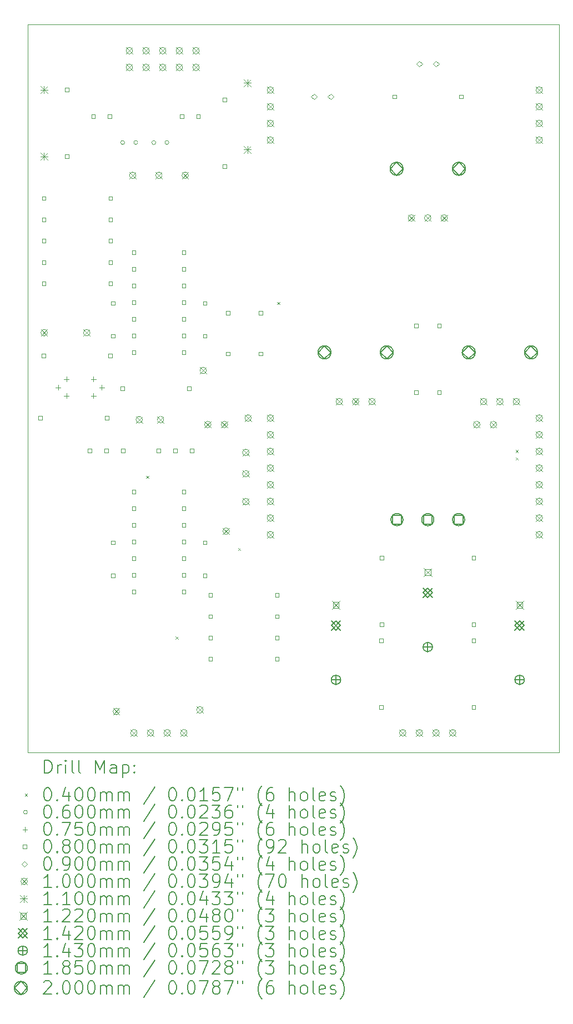
<source format=gbr>
%TF.GenerationSoftware,KiCad,Pcbnew,8.0.2-1*%
%TF.CreationDate,2024-06-17T09:13:29+02:00*%
%TF.ProjectId,XOF,584f462e-6b69-4636-9164-5f7063625858,rev?*%
%TF.SameCoordinates,Original*%
%TF.FileFunction,Drillmap*%
%TF.FilePolarity,Positive*%
%FSLAX45Y45*%
G04 Gerber Fmt 4.5, Leading zero omitted, Abs format (unit mm)*
G04 Created by KiCad (PCBNEW 8.0.2-1) date 2024-06-17 09:13:29*
%MOMM*%
%LPD*%
G01*
G04 APERTURE LIST*
%ADD10C,0.100000*%
%ADD11C,0.200000*%
%ADD12C,0.110000*%
%ADD13C,0.122000*%
%ADD14C,0.142000*%
%ADD15C,0.143000*%
%ADD16C,0.185000*%
G04 APERTURE END LIST*
D10*
X5000000Y-5000000D02*
X13100000Y-5000000D01*
X13100000Y-16100000D01*
X5000000Y-16100000D01*
X5000000Y-5000000D01*
D11*
D10*
X6805000Y-11880000D02*
X6845000Y-11920000D01*
X6845000Y-11880000D02*
X6805000Y-11920000D01*
X7255000Y-14330000D02*
X7295000Y-14370000D01*
X7295000Y-14330000D02*
X7255000Y-14370000D01*
X8205000Y-12980000D02*
X8245000Y-13020000D01*
X8245000Y-12980000D02*
X8205000Y-13020000D01*
X8805000Y-9230000D02*
X8845000Y-9270000D01*
X8845000Y-9230000D02*
X8805000Y-9270000D01*
X12440000Y-11488000D02*
X12480000Y-11528000D01*
X12480000Y-11488000D02*
X12440000Y-11528000D01*
X12440000Y-11600000D02*
X12480000Y-11640000D01*
X12480000Y-11600000D02*
X12440000Y-11640000D01*
X6477260Y-6800000D02*
G75*
G02*
X6417260Y-6800000I-30000J0D01*
G01*
X6417260Y-6800000D02*
G75*
G02*
X6477260Y-6800000I30000J0D01*
G01*
X6677260Y-6800000D02*
G75*
G02*
X6617260Y-6800000I-30000J0D01*
G01*
X6617260Y-6800000D02*
G75*
G02*
X6677260Y-6800000I30000J0D01*
G01*
X6952260Y-6800000D02*
G75*
G02*
X6892260Y-6800000I-30000J0D01*
G01*
X6892260Y-6800000D02*
G75*
G02*
X6952260Y-6800000I30000J0D01*
G01*
X7152260Y-6800000D02*
G75*
G02*
X7092260Y-6800000I-30000J0D01*
G01*
X7092260Y-6800000D02*
G75*
G02*
X7152260Y-6800000I30000J0D01*
G01*
X5462000Y-10495500D02*
X5462000Y-10570500D01*
X5424500Y-10533000D02*
X5499500Y-10533000D01*
X5589000Y-10368500D02*
X5589000Y-10443500D01*
X5551500Y-10406000D02*
X5626500Y-10406000D01*
X5589000Y-10622500D02*
X5589000Y-10697500D01*
X5551500Y-10660000D02*
X5626500Y-10660000D01*
X6000000Y-10368500D02*
X6000000Y-10443500D01*
X5962500Y-10406000D02*
X6037500Y-10406000D01*
X6000000Y-10622500D02*
X6000000Y-10697500D01*
X5962500Y-10660000D02*
X6037500Y-10660000D01*
X6127000Y-10495500D02*
X6127000Y-10570500D01*
X6089500Y-10533000D02*
X6164500Y-10533000D01*
X5220285Y-11028285D02*
X5220285Y-10971716D01*
X5163716Y-10971716D01*
X5163716Y-11028285D01*
X5220285Y-11028285D01*
X5270285Y-10078285D02*
X5270285Y-10021716D01*
X5213716Y-10021716D01*
X5213716Y-10078285D01*
X5270285Y-10078285D01*
X5275285Y-7678284D02*
X5275285Y-7621715D01*
X5218716Y-7621715D01*
X5218716Y-7678284D01*
X5275285Y-7678284D01*
X5275285Y-8003284D02*
X5275285Y-7946715D01*
X5218716Y-7946715D01*
X5218716Y-8003284D01*
X5275285Y-8003284D01*
X5275285Y-8328284D02*
X5275285Y-8271715D01*
X5218716Y-8271715D01*
X5218716Y-8328284D01*
X5275285Y-8328284D01*
X5275285Y-8653285D02*
X5275285Y-8596716D01*
X5218716Y-8596716D01*
X5218716Y-8653285D01*
X5275285Y-8653285D01*
X5275285Y-8978285D02*
X5275285Y-8921716D01*
X5218716Y-8921716D01*
X5218716Y-8978285D01*
X5275285Y-8978285D01*
X5628284Y-6025284D02*
X5628284Y-5968715D01*
X5571716Y-5968715D01*
X5571716Y-6025284D01*
X5628284Y-6025284D01*
X5628284Y-7041284D02*
X5628284Y-6984715D01*
X5571716Y-6984715D01*
X5571716Y-7041284D01*
X5628284Y-7041284D01*
X5975284Y-11528284D02*
X5975284Y-11471715D01*
X5918715Y-11471715D01*
X5918715Y-11528284D01*
X5975284Y-11528284D01*
X6028284Y-6428284D02*
X6028284Y-6371715D01*
X5971715Y-6371715D01*
X5971715Y-6428284D01*
X6028284Y-6428284D01*
X6229284Y-11528284D02*
X6229284Y-11471715D01*
X6172715Y-11471715D01*
X6172715Y-11528284D01*
X6229284Y-11528284D01*
X6236284Y-11028285D02*
X6236284Y-10971716D01*
X6179715Y-10971716D01*
X6179715Y-11028285D01*
X6236284Y-11028285D01*
X6278284Y-6428284D02*
X6278284Y-6371715D01*
X6221715Y-6371715D01*
X6221715Y-6428284D01*
X6278284Y-6428284D01*
X6286284Y-10078285D02*
X6286284Y-10021716D01*
X6229715Y-10021716D01*
X6229715Y-10078285D01*
X6286284Y-10078285D01*
X6291284Y-7678284D02*
X6291284Y-7621715D01*
X6234715Y-7621715D01*
X6234715Y-7678284D01*
X6291284Y-7678284D01*
X6291284Y-8003284D02*
X6291284Y-7946715D01*
X6234715Y-7946715D01*
X6234715Y-8003284D01*
X6291284Y-8003284D01*
X6291284Y-8328284D02*
X6291284Y-8271715D01*
X6234715Y-8271715D01*
X6234715Y-8328284D01*
X6291284Y-8328284D01*
X6291284Y-8653285D02*
X6291284Y-8596716D01*
X6234715Y-8596716D01*
X6234715Y-8653285D01*
X6291284Y-8653285D01*
X6291284Y-8978285D02*
X6291284Y-8921716D01*
X6234715Y-8921716D01*
X6234715Y-8978285D01*
X6291284Y-8978285D01*
X6328284Y-9278285D02*
X6328284Y-9221716D01*
X6271715Y-9221716D01*
X6271715Y-9278285D01*
X6328284Y-9278285D01*
X6328284Y-9778285D02*
X6328284Y-9721716D01*
X6271715Y-9721716D01*
X6271715Y-9778285D01*
X6328284Y-9778285D01*
X6328284Y-12928284D02*
X6328284Y-12871715D01*
X6271715Y-12871715D01*
X6271715Y-12928284D01*
X6328284Y-12928284D01*
X6328284Y-13428284D02*
X6328284Y-13371715D01*
X6271715Y-13371715D01*
X6271715Y-13428284D01*
X6328284Y-13428284D01*
X6470284Y-10578285D02*
X6470284Y-10521716D01*
X6413715Y-10521716D01*
X6413715Y-10578285D01*
X6470284Y-10578285D01*
X6483284Y-11528284D02*
X6483284Y-11471715D01*
X6426715Y-11471715D01*
X6426715Y-11528284D01*
X6483284Y-11528284D01*
X6646284Y-8504285D02*
X6646284Y-8447716D01*
X6589715Y-8447716D01*
X6589715Y-8504285D01*
X6646284Y-8504285D01*
X6646284Y-8758285D02*
X6646284Y-8701716D01*
X6589715Y-8701716D01*
X6589715Y-8758285D01*
X6646284Y-8758285D01*
X6646284Y-9012285D02*
X6646284Y-8955716D01*
X6589715Y-8955716D01*
X6589715Y-9012285D01*
X6646284Y-9012285D01*
X6646284Y-9266285D02*
X6646284Y-9209716D01*
X6589715Y-9209716D01*
X6589715Y-9266285D01*
X6646284Y-9266285D01*
X6646284Y-9520285D02*
X6646284Y-9463716D01*
X6589715Y-9463716D01*
X6589715Y-9520285D01*
X6646284Y-9520285D01*
X6646284Y-9774285D02*
X6646284Y-9717716D01*
X6589715Y-9717716D01*
X6589715Y-9774285D01*
X6646284Y-9774285D01*
X6646284Y-10028285D02*
X6646284Y-9971716D01*
X6589715Y-9971716D01*
X6589715Y-10028285D01*
X6646284Y-10028285D01*
X6646284Y-12154284D02*
X6646284Y-12097715D01*
X6589715Y-12097715D01*
X6589715Y-12154284D01*
X6646284Y-12154284D01*
X6646284Y-12408284D02*
X6646284Y-12351715D01*
X6589715Y-12351715D01*
X6589715Y-12408284D01*
X6646284Y-12408284D01*
X6646284Y-12662284D02*
X6646284Y-12605715D01*
X6589715Y-12605715D01*
X6589715Y-12662284D01*
X6646284Y-12662284D01*
X6646284Y-12916284D02*
X6646284Y-12859715D01*
X6589715Y-12859715D01*
X6589715Y-12916284D01*
X6646284Y-12916284D01*
X6646284Y-13170284D02*
X6646284Y-13113715D01*
X6589715Y-13113715D01*
X6589715Y-13170284D01*
X6646284Y-13170284D01*
X6646284Y-13424284D02*
X6646284Y-13367715D01*
X6589715Y-13367715D01*
X6589715Y-13424284D01*
X6646284Y-13424284D01*
X6646284Y-13678284D02*
X6646284Y-13621715D01*
X6589715Y-13621715D01*
X6589715Y-13678284D01*
X6646284Y-13678284D01*
X7020284Y-11528284D02*
X7020284Y-11471715D01*
X6963715Y-11471715D01*
X6963715Y-11528284D01*
X7020284Y-11528284D01*
X7274284Y-11528284D02*
X7274284Y-11471715D01*
X7217715Y-11471715D01*
X7217715Y-11528284D01*
X7274284Y-11528284D01*
X7378284Y-6428284D02*
X7378284Y-6371715D01*
X7321715Y-6371715D01*
X7321715Y-6428284D01*
X7378284Y-6428284D01*
X7408284Y-8504285D02*
X7408284Y-8447716D01*
X7351715Y-8447716D01*
X7351715Y-8504285D01*
X7408284Y-8504285D01*
X7408284Y-8758285D02*
X7408284Y-8701716D01*
X7351715Y-8701716D01*
X7351715Y-8758285D01*
X7408284Y-8758285D01*
X7408284Y-9012285D02*
X7408284Y-8955716D01*
X7351715Y-8955716D01*
X7351715Y-9012285D01*
X7408284Y-9012285D01*
X7408284Y-9266285D02*
X7408284Y-9209716D01*
X7351715Y-9209716D01*
X7351715Y-9266285D01*
X7408284Y-9266285D01*
X7408284Y-9520285D02*
X7408284Y-9463716D01*
X7351715Y-9463716D01*
X7351715Y-9520285D01*
X7408284Y-9520285D01*
X7408284Y-9774285D02*
X7408284Y-9717716D01*
X7351715Y-9717716D01*
X7351715Y-9774285D01*
X7408284Y-9774285D01*
X7408284Y-10028285D02*
X7408284Y-9971716D01*
X7351715Y-9971716D01*
X7351715Y-10028285D01*
X7408284Y-10028285D01*
X7408284Y-12154284D02*
X7408284Y-12097715D01*
X7351715Y-12097715D01*
X7351715Y-12154284D01*
X7408284Y-12154284D01*
X7408284Y-12408284D02*
X7408284Y-12351715D01*
X7351715Y-12351715D01*
X7351715Y-12408284D01*
X7408284Y-12408284D01*
X7408284Y-12662284D02*
X7408284Y-12605715D01*
X7351715Y-12605715D01*
X7351715Y-12662284D01*
X7408284Y-12662284D01*
X7408284Y-12916284D02*
X7408284Y-12859715D01*
X7351715Y-12859715D01*
X7351715Y-12916284D01*
X7408284Y-12916284D01*
X7408284Y-13170284D02*
X7408284Y-13113715D01*
X7351715Y-13113715D01*
X7351715Y-13170284D01*
X7408284Y-13170284D01*
X7408284Y-13424284D02*
X7408284Y-13367715D01*
X7351715Y-13367715D01*
X7351715Y-13424284D01*
X7408284Y-13424284D01*
X7408284Y-13678284D02*
X7408284Y-13621715D01*
X7351715Y-13621715D01*
X7351715Y-13678284D01*
X7408284Y-13678284D01*
X7486284Y-10578285D02*
X7486284Y-10521716D01*
X7429715Y-10521716D01*
X7429715Y-10578285D01*
X7486284Y-10578285D01*
X7528284Y-11528284D02*
X7528284Y-11471715D01*
X7471715Y-11471715D01*
X7471715Y-11528284D01*
X7528284Y-11528284D01*
X7628284Y-6428284D02*
X7628284Y-6371715D01*
X7571715Y-6371715D01*
X7571715Y-6428284D01*
X7628284Y-6428284D01*
X7728284Y-9278285D02*
X7728284Y-9221716D01*
X7671715Y-9221716D01*
X7671715Y-9278285D01*
X7728284Y-9278285D01*
X7728284Y-9778285D02*
X7728284Y-9721716D01*
X7671715Y-9721716D01*
X7671715Y-9778285D01*
X7728284Y-9778285D01*
X7728284Y-12928284D02*
X7728284Y-12871715D01*
X7671715Y-12871715D01*
X7671715Y-12928284D01*
X7728284Y-12928284D01*
X7728284Y-13428284D02*
X7728284Y-13371715D01*
X7671715Y-13371715D01*
X7671715Y-13428284D01*
X7728284Y-13428284D01*
X7815284Y-13728284D02*
X7815284Y-13671715D01*
X7758715Y-13671715D01*
X7758715Y-13728284D01*
X7815284Y-13728284D01*
X7815284Y-14053284D02*
X7815284Y-13996715D01*
X7758715Y-13996715D01*
X7758715Y-14053284D01*
X7815284Y-14053284D01*
X7815284Y-14378284D02*
X7815284Y-14321715D01*
X7758715Y-14321715D01*
X7758715Y-14378284D01*
X7815284Y-14378284D01*
X7815284Y-14703284D02*
X7815284Y-14646715D01*
X7758715Y-14646715D01*
X7758715Y-14703284D01*
X7815284Y-14703284D01*
X8028284Y-6175284D02*
X8028284Y-6118715D01*
X7971715Y-6118715D01*
X7971715Y-6175284D01*
X8028284Y-6175284D01*
X8028284Y-7191284D02*
X8028284Y-7134715D01*
X7971715Y-7134715D01*
X7971715Y-7191284D01*
X8028284Y-7191284D01*
X8078284Y-9428285D02*
X8078284Y-9371716D01*
X8021715Y-9371716D01*
X8021715Y-9428285D01*
X8078284Y-9428285D01*
X8078284Y-10048285D02*
X8078284Y-9991716D01*
X8021715Y-9991716D01*
X8021715Y-10048285D01*
X8078284Y-10048285D01*
X8578285Y-9428285D02*
X8578285Y-9371716D01*
X8521716Y-9371716D01*
X8521716Y-9428285D01*
X8578285Y-9428285D01*
X8578285Y-10048285D02*
X8578285Y-9991716D01*
X8521716Y-9991716D01*
X8521716Y-10048285D01*
X8578285Y-10048285D01*
X8831285Y-13728284D02*
X8831285Y-13671715D01*
X8774716Y-13671715D01*
X8774716Y-13728284D01*
X8831285Y-13728284D01*
X8831285Y-14053284D02*
X8831285Y-13996715D01*
X8774716Y-13996715D01*
X8774716Y-14053284D01*
X8831285Y-14053284D01*
X8831285Y-14378284D02*
X8831285Y-14321715D01*
X8774716Y-14321715D01*
X8774716Y-14378284D01*
X8831285Y-14378284D01*
X8831285Y-14703284D02*
X8831285Y-14646715D01*
X8774716Y-14646715D01*
X8774716Y-14703284D01*
X8831285Y-14703284D01*
X10415285Y-14420284D02*
X10415285Y-14363715D01*
X10358716Y-14363715D01*
X10358716Y-14420284D01*
X10415285Y-14420284D01*
X10415285Y-15436284D02*
X10415285Y-15379715D01*
X10358716Y-15379715D01*
X10358716Y-15436284D01*
X10415285Y-15436284D01*
X10423285Y-13162284D02*
X10423285Y-13105715D01*
X10366716Y-13105715D01*
X10366716Y-13162284D01*
X10423285Y-13162284D01*
X10423285Y-14178284D02*
X10423285Y-14121715D01*
X10366716Y-14121715D01*
X10366716Y-14178284D01*
X10423285Y-14178284D01*
X10620285Y-6128284D02*
X10620285Y-6071715D01*
X10563716Y-6071715D01*
X10563716Y-6128284D01*
X10620285Y-6128284D01*
X10953285Y-9620285D02*
X10953285Y-9563716D01*
X10896716Y-9563716D01*
X10896716Y-9620285D01*
X10953285Y-9620285D01*
X10953285Y-10636285D02*
X10953285Y-10579716D01*
X10896716Y-10579716D01*
X10896716Y-10636285D01*
X10953285Y-10636285D01*
X11303284Y-9620285D02*
X11303284Y-9563716D01*
X11246715Y-9563716D01*
X11246715Y-9620285D01*
X11303284Y-9620285D01*
X11303284Y-10636285D02*
X11303284Y-10579716D01*
X11246715Y-10579716D01*
X11246715Y-10636285D01*
X11303284Y-10636285D01*
X11636284Y-6128284D02*
X11636284Y-6071715D01*
X11579715Y-6071715D01*
X11579715Y-6128284D01*
X11636284Y-6128284D01*
X11828284Y-13162284D02*
X11828284Y-13105715D01*
X11771715Y-13105715D01*
X11771715Y-13162284D01*
X11828284Y-13162284D01*
X11828284Y-14178284D02*
X11828284Y-14121715D01*
X11771715Y-14121715D01*
X11771715Y-14178284D01*
X11828284Y-14178284D01*
X11828284Y-14420284D02*
X11828284Y-14363715D01*
X11771715Y-14363715D01*
X11771715Y-14420284D01*
X11828284Y-14420284D01*
X11828284Y-15436284D02*
X11828284Y-15379715D01*
X11771715Y-15379715D01*
X11771715Y-15436284D01*
X11828284Y-15436284D01*
X9366000Y-6145000D02*
X9411000Y-6100000D01*
X9366000Y-6055000D01*
X9321000Y-6100000D01*
X9366000Y-6145000D01*
X9620000Y-6145000D02*
X9665000Y-6100000D01*
X9620000Y-6055000D01*
X9575000Y-6100000D01*
X9620000Y-6145000D01*
X10973000Y-5645000D02*
X11018000Y-5600000D01*
X10973000Y-5555000D01*
X10928000Y-5600000D01*
X10973000Y-5645000D01*
X11227000Y-5645000D02*
X11272000Y-5600000D01*
X11227000Y-5555000D01*
X11182000Y-5600000D01*
X11227000Y-5645000D01*
X5200000Y-9650000D02*
X5300000Y-9750000D01*
X5300000Y-9650000D02*
X5200000Y-9750000D01*
X5300000Y-9700000D02*
G75*
G02*
X5200000Y-9700000I-50000J0D01*
G01*
X5200000Y-9700000D02*
G75*
G02*
X5300000Y-9700000I50000J0D01*
G01*
X5850000Y-9650000D02*
X5950000Y-9750000D01*
X5950000Y-9650000D02*
X5850000Y-9750000D01*
X5950000Y-9700000D02*
G75*
G02*
X5850000Y-9700000I-50000J0D01*
G01*
X5850000Y-9700000D02*
G75*
G02*
X5950000Y-9700000I50000J0D01*
G01*
X6300000Y-15425000D02*
X6400000Y-15525000D01*
X6400000Y-15425000D02*
X6300000Y-15525000D01*
X6400000Y-15475000D02*
G75*
G02*
X6300000Y-15475000I-50000J0D01*
G01*
X6300000Y-15475000D02*
G75*
G02*
X6400000Y-15475000I50000J0D01*
G01*
X6500000Y-5350000D02*
X6600000Y-5450000D01*
X6600000Y-5350000D02*
X6500000Y-5450000D01*
X6600000Y-5400000D02*
G75*
G02*
X6500000Y-5400000I-50000J0D01*
G01*
X6500000Y-5400000D02*
G75*
G02*
X6600000Y-5400000I50000J0D01*
G01*
X6500000Y-5604000D02*
X6600000Y-5704000D01*
X6600000Y-5604000D02*
X6500000Y-5704000D01*
X6600000Y-5654000D02*
G75*
G02*
X6500000Y-5654000I-50000J0D01*
G01*
X6500000Y-5654000D02*
G75*
G02*
X6600000Y-5654000I50000J0D01*
G01*
X6550000Y-7250000D02*
X6650000Y-7350000D01*
X6650000Y-7250000D02*
X6550000Y-7350000D01*
X6650000Y-7300000D02*
G75*
G02*
X6550000Y-7300000I-50000J0D01*
G01*
X6550000Y-7300000D02*
G75*
G02*
X6650000Y-7300000I50000J0D01*
G01*
X6568000Y-15750000D02*
X6668000Y-15850000D01*
X6668000Y-15750000D02*
X6568000Y-15850000D01*
X6668000Y-15800000D02*
G75*
G02*
X6568000Y-15800000I-50000J0D01*
G01*
X6568000Y-15800000D02*
G75*
G02*
X6668000Y-15800000I50000J0D01*
G01*
X6650000Y-10975000D02*
X6750000Y-11075000D01*
X6750000Y-10975000D02*
X6650000Y-11075000D01*
X6750000Y-11025000D02*
G75*
G02*
X6650000Y-11025000I-50000J0D01*
G01*
X6650000Y-11025000D02*
G75*
G02*
X6750000Y-11025000I50000J0D01*
G01*
X6754000Y-5350000D02*
X6854000Y-5450000D01*
X6854000Y-5350000D02*
X6754000Y-5450000D01*
X6854000Y-5400000D02*
G75*
G02*
X6754000Y-5400000I-50000J0D01*
G01*
X6754000Y-5400000D02*
G75*
G02*
X6854000Y-5400000I50000J0D01*
G01*
X6754000Y-5604000D02*
X6854000Y-5704000D01*
X6854000Y-5604000D02*
X6754000Y-5704000D01*
X6854000Y-5654000D02*
G75*
G02*
X6754000Y-5654000I-50000J0D01*
G01*
X6754000Y-5654000D02*
G75*
G02*
X6854000Y-5654000I50000J0D01*
G01*
X6822000Y-15750000D02*
X6922000Y-15850000D01*
X6922000Y-15750000D02*
X6822000Y-15850000D01*
X6922000Y-15800000D02*
G75*
G02*
X6822000Y-15800000I-50000J0D01*
G01*
X6822000Y-15800000D02*
G75*
G02*
X6922000Y-15800000I50000J0D01*
G01*
X6950000Y-7250000D02*
X7050000Y-7350000D01*
X7050000Y-7250000D02*
X6950000Y-7350000D01*
X7050000Y-7300000D02*
G75*
G02*
X6950000Y-7300000I-50000J0D01*
G01*
X6950000Y-7300000D02*
G75*
G02*
X7050000Y-7300000I50000J0D01*
G01*
X6975000Y-10975000D02*
X7075000Y-11075000D01*
X7075000Y-10975000D02*
X6975000Y-11075000D01*
X7075000Y-11025000D02*
G75*
G02*
X6975000Y-11025000I-50000J0D01*
G01*
X6975000Y-11025000D02*
G75*
G02*
X7075000Y-11025000I50000J0D01*
G01*
X7008000Y-5350000D02*
X7108000Y-5450000D01*
X7108000Y-5350000D02*
X7008000Y-5450000D01*
X7108000Y-5400000D02*
G75*
G02*
X7008000Y-5400000I-50000J0D01*
G01*
X7008000Y-5400000D02*
G75*
G02*
X7108000Y-5400000I50000J0D01*
G01*
X7008000Y-5604000D02*
X7108000Y-5704000D01*
X7108000Y-5604000D02*
X7008000Y-5704000D01*
X7108000Y-5654000D02*
G75*
G02*
X7008000Y-5654000I-50000J0D01*
G01*
X7008000Y-5654000D02*
G75*
G02*
X7108000Y-5654000I50000J0D01*
G01*
X7076000Y-15750000D02*
X7176000Y-15850000D01*
X7176000Y-15750000D02*
X7076000Y-15850000D01*
X7176000Y-15800000D02*
G75*
G02*
X7076000Y-15800000I-50000J0D01*
G01*
X7076000Y-15800000D02*
G75*
G02*
X7176000Y-15800000I50000J0D01*
G01*
X7262000Y-5350000D02*
X7362000Y-5450000D01*
X7362000Y-5350000D02*
X7262000Y-5450000D01*
X7362000Y-5400000D02*
G75*
G02*
X7262000Y-5400000I-50000J0D01*
G01*
X7262000Y-5400000D02*
G75*
G02*
X7362000Y-5400000I50000J0D01*
G01*
X7262000Y-5604000D02*
X7362000Y-5704000D01*
X7362000Y-5604000D02*
X7262000Y-5704000D01*
X7362000Y-5654000D02*
G75*
G02*
X7262000Y-5654000I-50000J0D01*
G01*
X7262000Y-5654000D02*
G75*
G02*
X7362000Y-5654000I50000J0D01*
G01*
X7330000Y-15750000D02*
X7430000Y-15850000D01*
X7430000Y-15750000D02*
X7330000Y-15850000D01*
X7430000Y-15800000D02*
G75*
G02*
X7330000Y-15800000I-50000J0D01*
G01*
X7330000Y-15800000D02*
G75*
G02*
X7430000Y-15800000I50000J0D01*
G01*
X7350000Y-7250000D02*
X7450000Y-7350000D01*
X7450000Y-7250000D02*
X7350000Y-7350000D01*
X7450000Y-7300000D02*
G75*
G02*
X7350000Y-7300000I-50000J0D01*
G01*
X7350000Y-7300000D02*
G75*
G02*
X7450000Y-7300000I50000J0D01*
G01*
X7516000Y-5350000D02*
X7616000Y-5450000D01*
X7616000Y-5350000D02*
X7516000Y-5450000D01*
X7616000Y-5400000D02*
G75*
G02*
X7516000Y-5400000I-50000J0D01*
G01*
X7516000Y-5400000D02*
G75*
G02*
X7616000Y-5400000I50000J0D01*
G01*
X7516000Y-5604000D02*
X7616000Y-5704000D01*
X7616000Y-5604000D02*
X7516000Y-5704000D01*
X7616000Y-5654000D02*
G75*
G02*
X7516000Y-5654000I-50000J0D01*
G01*
X7516000Y-5654000D02*
G75*
G02*
X7616000Y-5654000I50000J0D01*
G01*
X7575000Y-15400000D02*
X7675000Y-15500000D01*
X7675000Y-15400000D02*
X7575000Y-15500000D01*
X7675000Y-15450000D02*
G75*
G02*
X7575000Y-15450000I-50000J0D01*
G01*
X7575000Y-15450000D02*
G75*
G02*
X7675000Y-15450000I50000J0D01*
G01*
X7625000Y-10225000D02*
X7725000Y-10325000D01*
X7725000Y-10225000D02*
X7625000Y-10325000D01*
X7725000Y-10275000D02*
G75*
G02*
X7625000Y-10275000I-50000J0D01*
G01*
X7625000Y-10275000D02*
G75*
G02*
X7725000Y-10275000I50000J0D01*
G01*
X7696000Y-11050000D02*
X7796000Y-11150000D01*
X7796000Y-11050000D02*
X7696000Y-11150000D01*
X7796000Y-11100000D02*
G75*
G02*
X7696000Y-11100000I-50000J0D01*
G01*
X7696000Y-11100000D02*
G75*
G02*
X7796000Y-11100000I50000J0D01*
G01*
X7950000Y-11050000D02*
X8050000Y-11150000D01*
X8050000Y-11050000D02*
X7950000Y-11150000D01*
X8050000Y-11100000D02*
G75*
G02*
X7950000Y-11100000I-50000J0D01*
G01*
X7950000Y-11100000D02*
G75*
G02*
X8050000Y-11100000I50000J0D01*
G01*
X7975000Y-12675000D02*
X8075000Y-12775000D01*
X8075000Y-12675000D02*
X7975000Y-12775000D01*
X8075000Y-12725000D02*
G75*
G02*
X7975000Y-12725000I-50000J0D01*
G01*
X7975000Y-12725000D02*
G75*
G02*
X8075000Y-12725000I50000J0D01*
G01*
X8275000Y-11475000D02*
X8375000Y-11575000D01*
X8375000Y-11475000D02*
X8275000Y-11575000D01*
X8375000Y-11525000D02*
G75*
G02*
X8275000Y-11525000I-50000J0D01*
G01*
X8275000Y-11525000D02*
G75*
G02*
X8375000Y-11525000I50000J0D01*
G01*
X8275000Y-11800000D02*
X8375000Y-11900000D01*
X8375000Y-11800000D02*
X8275000Y-11900000D01*
X8375000Y-11850000D02*
G75*
G02*
X8275000Y-11850000I-50000J0D01*
G01*
X8275000Y-11850000D02*
G75*
G02*
X8375000Y-11850000I50000J0D01*
G01*
X8275000Y-12225000D02*
X8375000Y-12325000D01*
X8375000Y-12225000D02*
X8275000Y-12325000D01*
X8375000Y-12275000D02*
G75*
G02*
X8275000Y-12275000I-50000J0D01*
G01*
X8275000Y-12275000D02*
G75*
G02*
X8375000Y-12275000I50000J0D01*
G01*
X8310000Y-10950000D02*
X8410000Y-11050000D01*
X8410000Y-10950000D02*
X8310000Y-11050000D01*
X8410000Y-11000000D02*
G75*
G02*
X8310000Y-11000000I-50000J0D01*
G01*
X8310000Y-11000000D02*
G75*
G02*
X8410000Y-11000000I50000J0D01*
G01*
X8650000Y-5950000D02*
X8750000Y-6050000D01*
X8750000Y-5950000D02*
X8650000Y-6050000D01*
X8750000Y-6000000D02*
G75*
G02*
X8650000Y-6000000I-50000J0D01*
G01*
X8650000Y-6000000D02*
G75*
G02*
X8750000Y-6000000I50000J0D01*
G01*
X8650000Y-6204000D02*
X8750000Y-6304000D01*
X8750000Y-6204000D02*
X8650000Y-6304000D01*
X8750000Y-6254000D02*
G75*
G02*
X8650000Y-6254000I-50000J0D01*
G01*
X8650000Y-6254000D02*
G75*
G02*
X8750000Y-6254000I50000J0D01*
G01*
X8650000Y-6458000D02*
X8750000Y-6558000D01*
X8750000Y-6458000D02*
X8650000Y-6558000D01*
X8750000Y-6508000D02*
G75*
G02*
X8650000Y-6508000I-50000J0D01*
G01*
X8650000Y-6508000D02*
G75*
G02*
X8750000Y-6508000I50000J0D01*
G01*
X8650000Y-6712000D02*
X8750000Y-6812000D01*
X8750000Y-6712000D02*
X8650000Y-6812000D01*
X8750000Y-6762000D02*
G75*
G02*
X8650000Y-6762000I-50000J0D01*
G01*
X8650000Y-6762000D02*
G75*
G02*
X8750000Y-6762000I50000J0D01*
G01*
X8650000Y-10950000D02*
X8750000Y-11050000D01*
X8750000Y-10950000D02*
X8650000Y-11050000D01*
X8750000Y-11000000D02*
G75*
G02*
X8650000Y-11000000I-50000J0D01*
G01*
X8650000Y-11000000D02*
G75*
G02*
X8750000Y-11000000I50000J0D01*
G01*
X8650000Y-11204000D02*
X8750000Y-11304000D01*
X8750000Y-11204000D02*
X8650000Y-11304000D01*
X8750000Y-11254000D02*
G75*
G02*
X8650000Y-11254000I-50000J0D01*
G01*
X8650000Y-11254000D02*
G75*
G02*
X8750000Y-11254000I50000J0D01*
G01*
X8650000Y-11458000D02*
X8750000Y-11558000D01*
X8750000Y-11458000D02*
X8650000Y-11558000D01*
X8750000Y-11508000D02*
G75*
G02*
X8650000Y-11508000I-50000J0D01*
G01*
X8650000Y-11508000D02*
G75*
G02*
X8750000Y-11508000I50000J0D01*
G01*
X8650000Y-11712000D02*
X8750000Y-11812000D01*
X8750000Y-11712000D02*
X8650000Y-11812000D01*
X8750000Y-11762000D02*
G75*
G02*
X8650000Y-11762000I-50000J0D01*
G01*
X8650000Y-11762000D02*
G75*
G02*
X8750000Y-11762000I50000J0D01*
G01*
X8650000Y-11966000D02*
X8750000Y-12066000D01*
X8750000Y-11966000D02*
X8650000Y-12066000D01*
X8750000Y-12016000D02*
G75*
G02*
X8650000Y-12016000I-50000J0D01*
G01*
X8650000Y-12016000D02*
G75*
G02*
X8750000Y-12016000I50000J0D01*
G01*
X8650000Y-12220000D02*
X8750000Y-12320000D01*
X8750000Y-12220000D02*
X8650000Y-12320000D01*
X8750000Y-12270000D02*
G75*
G02*
X8650000Y-12270000I-50000J0D01*
G01*
X8650000Y-12270000D02*
G75*
G02*
X8750000Y-12270000I50000J0D01*
G01*
X8650000Y-12474000D02*
X8750000Y-12574000D01*
X8750000Y-12474000D02*
X8650000Y-12574000D01*
X8750000Y-12524000D02*
G75*
G02*
X8650000Y-12524000I-50000J0D01*
G01*
X8650000Y-12524000D02*
G75*
G02*
X8750000Y-12524000I50000J0D01*
G01*
X8650000Y-12728000D02*
X8750000Y-12828000D01*
X8750000Y-12728000D02*
X8650000Y-12828000D01*
X8750000Y-12778000D02*
G75*
G02*
X8650000Y-12778000I-50000J0D01*
G01*
X8650000Y-12778000D02*
G75*
G02*
X8750000Y-12778000I50000J0D01*
G01*
X9700000Y-10700000D02*
X9800000Y-10800000D01*
X9800000Y-10700000D02*
X9700000Y-10800000D01*
X9800000Y-10750000D02*
G75*
G02*
X9700000Y-10750000I-50000J0D01*
G01*
X9700000Y-10750000D02*
G75*
G02*
X9800000Y-10750000I50000J0D01*
G01*
X9950000Y-10700000D02*
X10050000Y-10800000D01*
X10050000Y-10700000D02*
X9950000Y-10800000D01*
X10050000Y-10750000D02*
G75*
G02*
X9950000Y-10750000I-50000J0D01*
G01*
X9950000Y-10750000D02*
G75*
G02*
X10050000Y-10750000I50000J0D01*
G01*
X10200000Y-10700000D02*
X10300000Y-10800000D01*
X10300000Y-10700000D02*
X10200000Y-10800000D01*
X10300000Y-10750000D02*
G75*
G02*
X10200000Y-10750000I-50000J0D01*
G01*
X10200000Y-10750000D02*
G75*
G02*
X10300000Y-10750000I50000J0D01*
G01*
X10668000Y-15750000D02*
X10768000Y-15850000D01*
X10768000Y-15750000D02*
X10668000Y-15850000D01*
X10768000Y-15800000D02*
G75*
G02*
X10668000Y-15800000I-50000J0D01*
G01*
X10668000Y-15800000D02*
G75*
G02*
X10768000Y-15800000I50000J0D01*
G01*
X10800000Y-7900000D02*
X10900000Y-8000000D01*
X10900000Y-7900000D02*
X10800000Y-8000000D01*
X10900000Y-7950000D02*
G75*
G02*
X10800000Y-7950000I-50000J0D01*
G01*
X10800000Y-7950000D02*
G75*
G02*
X10900000Y-7950000I50000J0D01*
G01*
X10922000Y-15750000D02*
X11022000Y-15850000D01*
X11022000Y-15750000D02*
X10922000Y-15850000D01*
X11022000Y-15800000D02*
G75*
G02*
X10922000Y-15800000I-50000J0D01*
G01*
X10922000Y-15800000D02*
G75*
G02*
X11022000Y-15800000I50000J0D01*
G01*
X11050000Y-7900000D02*
X11150000Y-8000000D01*
X11150000Y-7900000D02*
X11050000Y-8000000D01*
X11150000Y-7950000D02*
G75*
G02*
X11050000Y-7950000I-50000J0D01*
G01*
X11050000Y-7950000D02*
G75*
G02*
X11150000Y-7950000I50000J0D01*
G01*
X11176000Y-15750000D02*
X11276000Y-15850000D01*
X11276000Y-15750000D02*
X11176000Y-15850000D01*
X11276000Y-15800000D02*
G75*
G02*
X11176000Y-15800000I-50000J0D01*
G01*
X11176000Y-15800000D02*
G75*
G02*
X11276000Y-15800000I50000J0D01*
G01*
X11300000Y-7900000D02*
X11400000Y-8000000D01*
X11400000Y-7900000D02*
X11300000Y-8000000D01*
X11400000Y-7950000D02*
G75*
G02*
X11300000Y-7950000I-50000J0D01*
G01*
X11300000Y-7950000D02*
G75*
G02*
X11400000Y-7950000I50000J0D01*
G01*
X11430000Y-15750000D02*
X11530000Y-15850000D01*
X11530000Y-15750000D02*
X11430000Y-15850000D01*
X11530000Y-15800000D02*
G75*
G02*
X11430000Y-15800000I-50000J0D01*
G01*
X11430000Y-15800000D02*
G75*
G02*
X11530000Y-15800000I50000J0D01*
G01*
X11796000Y-11050000D02*
X11896000Y-11150000D01*
X11896000Y-11050000D02*
X11796000Y-11150000D01*
X11896000Y-11100000D02*
G75*
G02*
X11796000Y-11100000I-50000J0D01*
G01*
X11796000Y-11100000D02*
G75*
G02*
X11896000Y-11100000I50000J0D01*
G01*
X11900000Y-10700000D02*
X12000000Y-10800000D01*
X12000000Y-10700000D02*
X11900000Y-10800000D01*
X12000000Y-10750000D02*
G75*
G02*
X11900000Y-10750000I-50000J0D01*
G01*
X11900000Y-10750000D02*
G75*
G02*
X12000000Y-10750000I50000J0D01*
G01*
X12050000Y-11050000D02*
X12150000Y-11150000D01*
X12150000Y-11050000D02*
X12050000Y-11150000D01*
X12150000Y-11100000D02*
G75*
G02*
X12050000Y-11100000I-50000J0D01*
G01*
X12050000Y-11100000D02*
G75*
G02*
X12150000Y-11100000I50000J0D01*
G01*
X12150000Y-10700000D02*
X12250000Y-10800000D01*
X12250000Y-10700000D02*
X12150000Y-10800000D01*
X12250000Y-10750000D02*
G75*
G02*
X12150000Y-10750000I-50000J0D01*
G01*
X12150000Y-10750000D02*
G75*
G02*
X12250000Y-10750000I50000J0D01*
G01*
X12400000Y-10700000D02*
X12500000Y-10800000D01*
X12500000Y-10700000D02*
X12400000Y-10800000D01*
X12500000Y-10750000D02*
G75*
G02*
X12400000Y-10750000I-50000J0D01*
G01*
X12400000Y-10750000D02*
G75*
G02*
X12500000Y-10750000I50000J0D01*
G01*
X12750000Y-5950000D02*
X12850000Y-6050000D01*
X12850000Y-5950000D02*
X12750000Y-6050000D01*
X12850000Y-6000000D02*
G75*
G02*
X12750000Y-6000000I-50000J0D01*
G01*
X12750000Y-6000000D02*
G75*
G02*
X12850000Y-6000000I50000J0D01*
G01*
X12750000Y-6204000D02*
X12850000Y-6304000D01*
X12850000Y-6204000D02*
X12750000Y-6304000D01*
X12850000Y-6254000D02*
G75*
G02*
X12750000Y-6254000I-50000J0D01*
G01*
X12750000Y-6254000D02*
G75*
G02*
X12850000Y-6254000I50000J0D01*
G01*
X12750000Y-6458000D02*
X12850000Y-6558000D01*
X12850000Y-6458000D02*
X12750000Y-6558000D01*
X12850000Y-6508000D02*
G75*
G02*
X12750000Y-6508000I-50000J0D01*
G01*
X12750000Y-6508000D02*
G75*
G02*
X12850000Y-6508000I50000J0D01*
G01*
X12750000Y-6712000D02*
X12850000Y-6812000D01*
X12850000Y-6712000D02*
X12750000Y-6812000D01*
X12850000Y-6762000D02*
G75*
G02*
X12750000Y-6762000I-50000J0D01*
G01*
X12750000Y-6762000D02*
G75*
G02*
X12850000Y-6762000I50000J0D01*
G01*
X12750000Y-10950000D02*
X12850000Y-11050000D01*
X12850000Y-10950000D02*
X12750000Y-11050000D01*
X12850000Y-11000000D02*
G75*
G02*
X12750000Y-11000000I-50000J0D01*
G01*
X12750000Y-11000000D02*
G75*
G02*
X12850000Y-11000000I50000J0D01*
G01*
X12750000Y-11204000D02*
X12850000Y-11304000D01*
X12850000Y-11204000D02*
X12750000Y-11304000D01*
X12850000Y-11254000D02*
G75*
G02*
X12750000Y-11254000I-50000J0D01*
G01*
X12750000Y-11254000D02*
G75*
G02*
X12850000Y-11254000I50000J0D01*
G01*
X12750000Y-11458000D02*
X12850000Y-11558000D01*
X12850000Y-11458000D02*
X12750000Y-11558000D01*
X12850000Y-11508000D02*
G75*
G02*
X12750000Y-11508000I-50000J0D01*
G01*
X12750000Y-11508000D02*
G75*
G02*
X12850000Y-11508000I50000J0D01*
G01*
X12750000Y-11712000D02*
X12850000Y-11812000D01*
X12850000Y-11712000D02*
X12750000Y-11812000D01*
X12850000Y-11762000D02*
G75*
G02*
X12750000Y-11762000I-50000J0D01*
G01*
X12750000Y-11762000D02*
G75*
G02*
X12850000Y-11762000I50000J0D01*
G01*
X12750000Y-11966000D02*
X12850000Y-12066000D01*
X12850000Y-11966000D02*
X12750000Y-12066000D01*
X12850000Y-12016000D02*
G75*
G02*
X12750000Y-12016000I-50000J0D01*
G01*
X12750000Y-12016000D02*
G75*
G02*
X12850000Y-12016000I50000J0D01*
G01*
X12750000Y-12220000D02*
X12850000Y-12320000D01*
X12850000Y-12220000D02*
X12750000Y-12320000D01*
X12850000Y-12270000D02*
G75*
G02*
X12750000Y-12270000I-50000J0D01*
G01*
X12750000Y-12270000D02*
G75*
G02*
X12850000Y-12270000I50000J0D01*
G01*
X12750000Y-12474000D02*
X12850000Y-12574000D01*
X12850000Y-12474000D02*
X12750000Y-12574000D01*
X12850000Y-12524000D02*
G75*
G02*
X12750000Y-12524000I-50000J0D01*
G01*
X12750000Y-12524000D02*
G75*
G02*
X12850000Y-12524000I50000J0D01*
G01*
X12750000Y-12728000D02*
X12850000Y-12828000D01*
X12850000Y-12728000D02*
X12750000Y-12828000D01*
X12850000Y-12778000D02*
G75*
G02*
X12750000Y-12778000I-50000J0D01*
G01*
X12750000Y-12778000D02*
G75*
G02*
X12850000Y-12778000I50000J0D01*
G01*
D12*
X5195000Y-5940000D02*
X5305000Y-6050000D01*
X5305000Y-5940000D02*
X5195000Y-6050000D01*
X5250000Y-5940000D02*
X5250000Y-6050000D01*
X5195000Y-5995000D02*
X5305000Y-5995000D01*
X5195000Y-6956000D02*
X5305000Y-7066000D01*
X5305000Y-6956000D02*
X5195000Y-7066000D01*
X5250000Y-6956000D02*
X5250000Y-7066000D01*
X5195000Y-7011000D02*
X5305000Y-7011000D01*
X8295000Y-5834000D02*
X8405000Y-5944000D01*
X8405000Y-5834000D02*
X8295000Y-5944000D01*
X8350000Y-5834000D02*
X8350000Y-5944000D01*
X8295000Y-5889000D02*
X8405000Y-5889000D01*
X8295000Y-6850000D02*
X8405000Y-6960000D01*
X8405000Y-6850000D02*
X8295000Y-6960000D01*
X8350000Y-6850000D02*
X8350000Y-6960000D01*
X8295000Y-6905000D02*
X8405000Y-6905000D01*
D13*
X9639000Y-13791000D02*
X9761000Y-13913000D01*
X9761000Y-13791000D02*
X9639000Y-13913000D01*
X9743134Y-13895134D02*
X9743134Y-13808866D01*
X9656866Y-13808866D01*
X9656866Y-13895134D01*
X9743134Y-13895134D01*
X11039000Y-13291000D02*
X11161000Y-13413000D01*
X11161000Y-13291000D02*
X11039000Y-13413000D01*
X11143134Y-13395134D02*
X11143134Y-13308866D01*
X11056866Y-13308866D01*
X11056866Y-13395134D01*
X11143134Y-13395134D01*
X12439000Y-13791000D02*
X12561000Y-13913000D01*
X12561000Y-13791000D02*
X12439000Y-13913000D01*
X12543134Y-13895134D02*
X12543134Y-13808866D01*
X12456866Y-13808866D01*
X12456866Y-13895134D01*
X12543134Y-13895134D01*
D14*
X9629000Y-14091000D02*
X9771000Y-14233000D01*
X9771000Y-14091000D02*
X9629000Y-14233000D01*
X9700000Y-14233000D02*
X9771000Y-14162000D01*
X9700000Y-14091000D01*
X9629000Y-14162000D01*
X9700000Y-14233000D01*
X11029000Y-13591000D02*
X11171000Y-13733000D01*
X11171000Y-13591000D02*
X11029000Y-13733000D01*
X11100000Y-13733000D02*
X11171000Y-13662000D01*
X11100000Y-13591000D01*
X11029000Y-13662000D01*
X11100000Y-13733000D01*
X12429000Y-14091000D02*
X12571000Y-14233000D01*
X12571000Y-14091000D02*
X12429000Y-14233000D01*
X12500000Y-14233000D02*
X12571000Y-14162000D01*
X12500000Y-14091000D01*
X12429000Y-14162000D01*
X12500000Y-14233000D01*
D15*
X9700000Y-14920500D02*
X9700000Y-15063500D01*
X9628500Y-14992000D02*
X9771500Y-14992000D01*
X9771500Y-14992000D02*
G75*
G02*
X9628500Y-14992000I-71500J0D01*
G01*
X9628500Y-14992000D02*
G75*
G02*
X9771500Y-14992000I71500J0D01*
G01*
X11100000Y-14420500D02*
X11100000Y-14563500D01*
X11028500Y-14492000D02*
X11171500Y-14492000D01*
X11171500Y-14492000D02*
G75*
G02*
X11028500Y-14492000I-71500J0D01*
G01*
X11028500Y-14492000D02*
G75*
G02*
X11171500Y-14492000I71500J0D01*
G01*
X12500000Y-14920500D02*
X12500000Y-15063500D01*
X12428500Y-14992000D02*
X12571500Y-14992000D01*
X12571500Y-14992000D02*
G75*
G02*
X12428500Y-14992000I-71500J0D01*
G01*
X12428500Y-14992000D02*
G75*
G02*
X12571500Y-14992000I71500J0D01*
G01*
D16*
X10695408Y-12615408D02*
X10695408Y-12484592D01*
X10564592Y-12484592D01*
X10564592Y-12615408D01*
X10695408Y-12615408D01*
X10722500Y-12550000D02*
G75*
G02*
X10537500Y-12550000I-92500J0D01*
G01*
X10537500Y-12550000D02*
G75*
G02*
X10722500Y-12550000I92500J0D01*
G01*
X11165408Y-12615408D02*
X11165408Y-12484592D01*
X11034592Y-12484592D01*
X11034592Y-12615408D01*
X11165408Y-12615408D01*
X11192500Y-12550000D02*
G75*
G02*
X11007500Y-12550000I-92500J0D01*
G01*
X11007500Y-12550000D02*
G75*
G02*
X11192500Y-12550000I92500J0D01*
G01*
X11635408Y-12615408D02*
X11635408Y-12484592D01*
X11504592Y-12484592D01*
X11504592Y-12615408D01*
X11635408Y-12615408D01*
X11662500Y-12550000D02*
G75*
G02*
X11477500Y-12550000I-92500J0D01*
G01*
X11477500Y-12550000D02*
G75*
G02*
X11662500Y-12550000I92500J0D01*
G01*
D11*
X9525000Y-10100000D02*
X9625000Y-10000000D01*
X9525000Y-9900000D01*
X9425000Y-10000000D01*
X9525000Y-10100000D01*
X9625000Y-10000000D02*
G75*
G02*
X9425000Y-10000000I-100000J0D01*
G01*
X9425000Y-10000000D02*
G75*
G02*
X9625000Y-10000000I100000J0D01*
G01*
X10475000Y-10100000D02*
X10575000Y-10000000D01*
X10475000Y-9900000D01*
X10375000Y-10000000D01*
X10475000Y-10100000D01*
X10575000Y-10000000D02*
G75*
G02*
X10375000Y-10000000I-100000J0D01*
G01*
X10375000Y-10000000D02*
G75*
G02*
X10575000Y-10000000I100000J0D01*
G01*
X10625000Y-7300000D02*
X10725000Y-7200000D01*
X10625000Y-7100000D01*
X10525000Y-7200000D01*
X10625000Y-7300000D01*
X10725000Y-7200000D02*
G75*
G02*
X10525000Y-7200000I-100000J0D01*
G01*
X10525000Y-7200000D02*
G75*
G02*
X10725000Y-7200000I100000J0D01*
G01*
X11575000Y-7300000D02*
X11675000Y-7200000D01*
X11575000Y-7100000D01*
X11475000Y-7200000D01*
X11575000Y-7300000D01*
X11675000Y-7200000D02*
G75*
G02*
X11475000Y-7200000I-100000J0D01*
G01*
X11475000Y-7200000D02*
G75*
G02*
X11675000Y-7200000I100000J0D01*
G01*
X11725000Y-10100000D02*
X11825000Y-10000000D01*
X11725000Y-9900000D01*
X11625000Y-10000000D01*
X11725000Y-10100000D01*
X11825000Y-10000000D02*
G75*
G02*
X11625000Y-10000000I-100000J0D01*
G01*
X11625000Y-10000000D02*
G75*
G02*
X11825000Y-10000000I100000J0D01*
G01*
X12675000Y-10100000D02*
X12775000Y-10000000D01*
X12675000Y-9900000D01*
X12575000Y-10000000D01*
X12675000Y-10100000D01*
X12775000Y-10000000D02*
G75*
G02*
X12575000Y-10000000I-100000J0D01*
G01*
X12575000Y-10000000D02*
G75*
G02*
X12775000Y-10000000I100000J0D01*
G01*
X5255777Y-16416484D02*
X5255777Y-16216484D01*
X5255777Y-16216484D02*
X5303396Y-16216484D01*
X5303396Y-16216484D02*
X5331967Y-16226008D01*
X5331967Y-16226008D02*
X5351015Y-16245055D01*
X5351015Y-16245055D02*
X5360539Y-16264103D01*
X5360539Y-16264103D02*
X5370063Y-16302198D01*
X5370063Y-16302198D02*
X5370063Y-16330769D01*
X5370063Y-16330769D02*
X5360539Y-16368865D01*
X5360539Y-16368865D02*
X5351015Y-16387912D01*
X5351015Y-16387912D02*
X5331967Y-16406960D01*
X5331967Y-16406960D02*
X5303396Y-16416484D01*
X5303396Y-16416484D02*
X5255777Y-16416484D01*
X5455777Y-16416484D02*
X5455777Y-16283150D01*
X5455777Y-16321246D02*
X5465301Y-16302198D01*
X5465301Y-16302198D02*
X5474824Y-16292674D01*
X5474824Y-16292674D02*
X5493872Y-16283150D01*
X5493872Y-16283150D02*
X5512920Y-16283150D01*
X5579586Y-16416484D02*
X5579586Y-16283150D01*
X5579586Y-16216484D02*
X5570063Y-16226008D01*
X5570063Y-16226008D02*
X5579586Y-16235531D01*
X5579586Y-16235531D02*
X5589110Y-16226008D01*
X5589110Y-16226008D02*
X5579586Y-16216484D01*
X5579586Y-16216484D02*
X5579586Y-16235531D01*
X5703396Y-16416484D02*
X5684348Y-16406960D01*
X5684348Y-16406960D02*
X5674824Y-16387912D01*
X5674824Y-16387912D02*
X5674824Y-16216484D01*
X5808158Y-16416484D02*
X5789110Y-16406960D01*
X5789110Y-16406960D02*
X5779586Y-16387912D01*
X5779586Y-16387912D02*
X5779586Y-16216484D01*
X6036729Y-16416484D02*
X6036729Y-16216484D01*
X6036729Y-16216484D02*
X6103396Y-16359341D01*
X6103396Y-16359341D02*
X6170062Y-16216484D01*
X6170062Y-16216484D02*
X6170062Y-16416484D01*
X6351015Y-16416484D02*
X6351015Y-16311722D01*
X6351015Y-16311722D02*
X6341491Y-16292674D01*
X6341491Y-16292674D02*
X6322443Y-16283150D01*
X6322443Y-16283150D02*
X6284348Y-16283150D01*
X6284348Y-16283150D02*
X6265301Y-16292674D01*
X6351015Y-16406960D02*
X6331967Y-16416484D01*
X6331967Y-16416484D02*
X6284348Y-16416484D01*
X6284348Y-16416484D02*
X6265301Y-16406960D01*
X6265301Y-16406960D02*
X6255777Y-16387912D01*
X6255777Y-16387912D02*
X6255777Y-16368865D01*
X6255777Y-16368865D02*
X6265301Y-16349817D01*
X6265301Y-16349817D02*
X6284348Y-16340293D01*
X6284348Y-16340293D02*
X6331967Y-16340293D01*
X6331967Y-16340293D02*
X6351015Y-16330769D01*
X6446253Y-16283150D02*
X6446253Y-16483150D01*
X6446253Y-16292674D02*
X6465301Y-16283150D01*
X6465301Y-16283150D02*
X6503396Y-16283150D01*
X6503396Y-16283150D02*
X6522443Y-16292674D01*
X6522443Y-16292674D02*
X6531967Y-16302198D01*
X6531967Y-16302198D02*
X6541491Y-16321246D01*
X6541491Y-16321246D02*
X6541491Y-16378388D01*
X6541491Y-16378388D02*
X6531967Y-16397436D01*
X6531967Y-16397436D02*
X6522443Y-16406960D01*
X6522443Y-16406960D02*
X6503396Y-16416484D01*
X6503396Y-16416484D02*
X6465301Y-16416484D01*
X6465301Y-16416484D02*
X6446253Y-16406960D01*
X6627205Y-16397436D02*
X6636729Y-16406960D01*
X6636729Y-16406960D02*
X6627205Y-16416484D01*
X6627205Y-16416484D02*
X6617682Y-16406960D01*
X6617682Y-16406960D02*
X6627205Y-16397436D01*
X6627205Y-16397436D02*
X6627205Y-16416484D01*
X6627205Y-16292674D02*
X6636729Y-16302198D01*
X6636729Y-16302198D02*
X6627205Y-16311722D01*
X6627205Y-16311722D02*
X6617682Y-16302198D01*
X6617682Y-16302198D02*
X6627205Y-16292674D01*
X6627205Y-16292674D02*
X6627205Y-16311722D01*
D10*
X4955000Y-16725000D02*
X4995000Y-16765000D01*
X4995000Y-16725000D02*
X4955000Y-16765000D01*
D11*
X5293872Y-16636484D02*
X5312920Y-16636484D01*
X5312920Y-16636484D02*
X5331967Y-16646008D01*
X5331967Y-16646008D02*
X5341491Y-16655531D01*
X5341491Y-16655531D02*
X5351015Y-16674579D01*
X5351015Y-16674579D02*
X5360539Y-16712674D01*
X5360539Y-16712674D02*
X5360539Y-16760293D01*
X5360539Y-16760293D02*
X5351015Y-16798389D01*
X5351015Y-16798389D02*
X5341491Y-16817436D01*
X5341491Y-16817436D02*
X5331967Y-16826960D01*
X5331967Y-16826960D02*
X5312920Y-16836484D01*
X5312920Y-16836484D02*
X5293872Y-16836484D01*
X5293872Y-16836484D02*
X5274824Y-16826960D01*
X5274824Y-16826960D02*
X5265301Y-16817436D01*
X5265301Y-16817436D02*
X5255777Y-16798389D01*
X5255777Y-16798389D02*
X5246253Y-16760293D01*
X5246253Y-16760293D02*
X5246253Y-16712674D01*
X5246253Y-16712674D02*
X5255777Y-16674579D01*
X5255777Y-16674579D02*
X5265301Y-16655531D01*
X5265301Y-16655531D02*
X5274824Y-16646008D01*
X5274824Y-16646008D02*
X5293872Y-16636484D01*
X5446253Y-16817436D02*
X5455777Y-16826960D01*
X5455777Y-16826960D02*
X5446253Y-16836484D01*
X5446253Y-16836484D02*
X5436729Y-16826960D01*
X5436729Y-16826960D02*
X5446253Y-16817436D01*
X5446253Y-16817436D02*
X5446253Y-16836484D01*
X5627205Y-16703150D02*
X5627205Y-16836484D01*
X5579586Y-16626960D02*
X5531967Y-16769817D01*
X5531967Y-16769817D02*
X5655777Y-16769817D01*
X5770062Y-16636484D02*
X5789110Y-16636484D01*
X5789110Y-16636484D02*
X5808158Y-16646008D01*
X5808158Y-16646008D02*
X5817682Y-16655531D01*
X5817682Y-16655531D02*
X5827205Y-16674579D01*
X5827205Y-16674579D02*
X5836729Y-16712674D01*
X5836729Y-16712674D02*
X5836729Y-16760293D01*
X5836729Y-16760293D02*
X5827205Y-16798389D01*
X5827205Y-16798389D02*
X5817682Y-16817436D01*
X5817682Y-16817436D02*
X5808158Y-16826960D01*
X5808158Y-16826960D02*
X5789110Y-16836484D01*
X5789110Y-16836484D02*
X5770062Y-16836484D01*
X5770062Y-16836484D02*
X5751015Y-16826960D01*
X5751015Y-16826960D02*
X5741491Y-16817436D01*
X5741491Y-16817436D02*
X5731967Y-16798389D01*
X5731967Y-16798389D02*
X5722443Y-16760293D01*
X5722443Y-16760293D02*
X5722443Y-16712674D01*
X5722443Y-16712674D02*
X5731967Y-16674579D01*
X5731967Y-16674579D02*
X5741491Y-16655531D01*
X5741491Y-16655531D02*
X5751015Y-16646008D01*
X5751015Y-16646008D02*
X5770062Y-16636484D01*
X5960539Y-16636484D02*
X5979586Y-16636484D01*
X5979586Y-16636484D02*
X5998634Y-16646008D01*
X5998634Y-16646008D02*
X6008158Y-16655531D01*
X6008158Y-16655531D02*
X6017682Y-16674579D01*
X6017682Y-16674579D02*
X6027205Y-16712674D01*
X6027205Y-16712674D02*
X6027205Y-16760293D01*
X6027205Y-16760293D02*
X6017682Y-16798389D01*
X6017682Y-16798389D02*
X6008158Y-16817436D01*
X6008158Y-16817436D02*
X5998634Y-16826960D01*
X5998634Y-16826960D02*
X5979586Y-16836484D01*
X5979586Y-16836484D02*
X5960539Y-16836484D01*
X5960539Y-16836484D02*
X5941491Y-16826960D01*
X5941491Y-16826960D02*
X5931967Y-16817436D01*
X5931967Y-16817436D02*
X5922443Y-16798389D01*
X5922443Y-16798389D02*
X5912920Y-16760293D01*
X5912920Y-16760293D02*
X5912920Y-16712674D01*
X5912920Y-16712674D02*
X5922443Y-16674579D01*
X5922443Y-16674579D02*
X5931967Y-16655531D01*
X5931967Y-16655531D02*
X5941491Y-16646008D01*
X5941491Y-16646008D02*
X5960539Y-16636484D01*
X6112920Y-16836484D02*
X6112920Y-16703150D01*
X6112920Y-16722198D02*
X6122443Y-16712674D01*
X6122443Y-16712674D02*
X6141491Y-16703150D01*
X6141491Y-16703150D02*
X6170063Y-16703150D01*
X6170063Y-16703150D02*
X6189110Y-16712674D01*
X6189110Y-16712674D02*
X6198634Y-16731722D01*
X6198634Y-16731722D02*
X6198634Y-16836484D01*
X6198634Y-16731722D02*
X6208158Y-16712674D01*
X6208158Y-16712674D02*
X6227205Y-16703150D01*
X6227205Y-16703150D02*
X6255777Y-16703150D01*
X6255777Y-16703150D02*
X6274824Y-16712674D01*
X6274824Y-16712674D02*
X6284348Y-16731722D01*
X6284348Y-16731722D02*
X6284348Y-16836484D01*
X6379586Y-16836484D02*
X6379586Y-16703150D01*
X6379586Y-16722198D02*
X6389110Y-16712674D01*
X6389110Y-16712674D02*
X6408158Y-16703150D01*
X6408158Y-16703150D02*
X6436729Y-16703150D01*
X6436729Y-16703150D02*
X6455777Y-16712674D01*
X6455777Y-16712674D02*
X6465301Y-16731722D01*
X6465301Y-16731722D02*
X6465301Y-16836484D01*
X6465301Y-16731722D02*
X6474824Y-16712674D01*
X6474824Y-16712674D02*
X6493872Y-16703150D01*
X6493872Y-16703150D02*
X6522443Y-16703150D01*
X6522443Y-16703150D02*
X6541491Y-16712674D01*
X6541491Y-16712674D02*
X6551015Y-16731722D01*
X6551015Y-16731722D02*
X6551015Y-16836484D01*
X6941491Y-16626960D02*
X6770063Y-16884103D01*
X7198634Y-16636484D02*
X7217682Y-16636484D01*
X7217682Y-16636484D02*
X7236729Y-16646008D01*
X7236729Y-16646008D02*
X7246253Y-16655531D01*
X7246253Y-16655531D02*
X7255777Y-16674579D01*
X7255777Y-16674579D02*
X7265301Y-16712674D01*
X7265301Y-16712674D02*
X7265301Y-16760293D01*
X7265301Y-16760293D02*
X7255777Y-16798389D01*
X7255777Y-16798389D02*
X7246253Y-16817436D01*
X7246253Y-16817436D02*
X7236729Y-16826960D01*
X7236729Y-16826960D02*
X7217682Y-16836484D01*
X7217682Y-16836484D02*
X7198634Y-16836484D01*
X7198634Y-16836484D02*
X7179586Y-16826960D01*
X7179586Y-16826960D02*
X7170063Y-16817436D01*
X7170063Y-16817436D02*
X7160539Y-16798389D01*
X7160539Y-16798389D02*
X7151015Y-16760293D01*
X7151015Y-16760293D02*
X7151015Y-16712674D01*
X7151015Y-16712674D02*
X7160539Y-16674579D01*
X7160539Y-16674579D02*
X7170063Y-16655531D01*
X7170063Y-16655531D02*
X7179586Y-16646008D01*
X7179586Y-16646008D02*
X7198634Y-16636484D01*
X7351015Y-16817436D02*
X7360539Y-16826960D01*
X7360539Y-16826960D02*
X7351015Y-16836484D01*
X7351015Y-16836484D02*
X7341491Y-16826960D01*
X7341491Y-16826960D02*
X7351015Y-16817436D01*
X7351015Y-16817436D02*
X7351015Y-16836484D01*
X7484348Y-16636484D02*
X7503396Y-16636484D01*
X7503396Y-16636484D02*
X7522444Y-16646008D01*
X7522444Y-16646008D02*
X7531967Y-16655531D01*
X7531967Y-16655531D02*
X7541491Y-16674579D01*
X7541491Y-16674579D02*
X7551015Y-16712674D01*
X7551015Y-16712674D02*
X7551015Y-16760293D01*
X7551015Y-16760293D02*
X7541491Y-16798389D01*
X7541491Y-16798389D02*
X7531967Y-16817436D01*
X7531967Y-16817436D02*
X7522444Y-16826960D01*
X7522444Y-16826960D02*
X7503396Y-16836484D01*
X7503396Y-16836484D02*
X7484348Y-16836484D01*
X7484348Y-16836484D02*
X7465301Y-16826960D01*
X7465301Y-16826960D02*
X7455777Y-16817436D01*
X7455777Y-16817436D02*
X7446253Y-16798389D01*
X7446253Y-16798389D02*
X7436729Y-16760293D01*
X7436729Y-16760293D02*
X7436729Y-16712674D01*
X7436729Y-16712674D02*
X7446253Y-16674579D01*
X7446253Y-16674579D02*
X7455777Y-16655531D01*
X7455777Y-16655531D02*
X7465301Y-16646008D01*
X7465301Y-16646008D02*
X7484348Y-16636484D01*
X7741491Y-16836484D02*
X7627206Y-16836484D01*
X7684348Y-16836484D02*
X7684348Y-16636484D01*
X7684348Y-16636484D02*
X7665301Y-16665055D01*
X7665301Y-16665055D02*
X7646253Y-16684103D01*
X7646253Y-16684103D02*
X7627206Y-16693627D01*
X7922444Y-16636484D02*
X7827206Y-16636484D01*
X7827206Y-16636484D02*
X7817682Y-16731722D01*
X7817682Y-16731722D02*
X7827206Y-16722198D01*
X7827206Y-16722198D02*
X7846253Y-16712674D01*
X7846253Y-16712674D02*
X7893872Y-16712674D01*
X7893872Y-16712674D02*
X7912920Y-16722198D01*
X7912920Y-16722198D02*
X7922444Y-16731722D01*
X7922444Y-16731722D02*
X7931967Y-16750769D01*
X7931967Y-16750769D02*
X7931967Y-16798389D01*
X7931967Y-16798389D02*
X7922444Y-16817436D01*
X7922444Y-16817436D02*
X7912920Y-16826960D01*
X7912920Y-16826960D02*
X7893872Y-16836484D01*
X7893872Y-16836484D02*
X7846253Y-16836484D01*
X7846253Y-16836484D02*
X7827206Y-16826960D01*
X7827206Y-16826960D02*
X7817682Y-16817436D01*
X7998634Y-16636484D02*
X8131967Y-16636484D01*
X8131967Y-16636484D02*
X8046253Y-16836484D01*
X8198634Y-16636484D02*
X8198634Y-16674579D01*
X8274825Y-16636484D02*
X8274825Y-16674579D01*
X8570063Y-16912674D02*
X8560539Y-16903150D01*
X8560539Y-16903150D02*
X8541491Y-16874579D01*
X8541491Y-16874579D02*
X8531968Y-16855531D01*
X8531968Y-16855531D02*
X8522444Y-16826960D01*
X8522444Y-16826960D02*
X8512920Y-16779341D01*
X8512920Y-16779341D02*
X8512920Y-16741246D01*
X8512920Y-16741246D02*
X8522444Y-16693627D01*
X8522444Y-16693627D02*
X8531968Y-16665055D01*
X8531968Y-16665055D02*
X8541491Y-16646008D01*
X8541491Y-16646008D02*
X8560539Y-16617436D01*
X8560539Y-16617436D02*
X8570063Y-16607912D01*
X8731968Y-16636484D02*
X8693872Y-16636484D01*
X8693872Y-16636484D02*
X8674825Y-16646008D01*
X8674825Y-16646008D02*
X8665301Y-16655531D01*
X8665301Y-16655531D02*
X8646253Y-16684103D01*
X8646253Y-16684103D02*
X8636730Y-16722198D01*
X8636730Y-16722198D02*
X8636730Y-16798389D01*
X8636730Y-16798389D02*
X8646253Y-16817436D01*
X8646253Y-16817436D02*
X8655777Y-16826960D01*
X8655777Y-16826960D02*
X8674825Y-16836484D01*
X8674825Y-16836484D02*
X8712920Y-16836484D01*
X8712920Y-16836484D02*
X8731968Y-16826960D01*
X8731968Y-16826960D02*
X8741491Y-16817436D01*
X8741491Y-16817436D02*
X8751015Y-16798389D01*
X8751015Y-16798389D02*
X8751015Y-16750769D01*
X8751015Y-16750769D02*
X8741491Y-16731722D01*
X8741491Y-16731722D02*
X8731968Y-16722198D01*
X8731968Y-16722198D02*
X8712920Y-16712674D01*
X8712920Y-16712674D02*
X8674825Y-16712674D01*
X8674825Y-16712674D02*
X8655777Y-16722198D01*
X8655777Y-16722198D02*
X8646253Y-16731722D01*
X8646253Y-16731722D02*
X8636730Y-16750769D01*
X8989111Y-16836484D02*
X8989111Y-16636484D01*
X9074825Y-16836484D02*
X9074825Y-16731722D01*
X9074825Y-16731722D02*
X9065301Y-16712674D01*
X9065301Y-16712674D02*
X9046253Y-16703150D01*
X9046253Y-16703150D02*
X9017682Y-16703150D01*
X9017682Y-16703150D02*
X8998634Y-16712674D01*
X8998634Y-16712674D02*
X8989111Y-16722198D01*
X9198634Y-16836484D02*
X9179587Y-16826960D01*
X9179587Y-16826960D02*
X9170063Y-16817436D01*
X9170063Y-16817436D02*
X9160539Y-16798389D01*
X9160539Y-16798389D02*
X9160539Y-16741246D01*
X9160539Y-16741246D02*
X9170063Y-16722198D01*
X9170063Y-16722198D02*
X9179587Y-16712674D01*
X9179587Y-16712674D02*
X9198634Y-16703150D01*
X9198634Y-16703150D02*
X9227206Y-16703150D01*
X9227206Y-16703150D02*
X9246253Y-16712674D01*
X9246253Y-16712674D02*
X9255777Y-16722198D01*
X9255777Y-16722198D02*
X9265301Y-16741246D01*
X9265301Y-16741246D02*
X9265301Y-16798389D01*
X9265301Y-16798389D02*
X9255777Y-16817436D01*
X9255777Y-16817436D02*
X9246253Y-16826960D01*
X9246253Y-16826960D02*
X9227206Y-16836484D01*
X9227206Y-16836484D02*
X9198634Y-16836484D01*
X9379587Y-16836484D02*
X9360539Y-16826960D01*
X9360539Y-16826960D02*
X9351015Y-16807912D01*
X9351015Y-16807912D02*
X9351015Y-16636484D01*
X9531968Y-16826960D02*
X9512920Y-16836484D01*
X9512920Y-16836484D02*
X9474825Y-16836484D01*
X9474825Y-16836484D02*
X9455777Y-16826960D01*
X9455777Y-16826960D02*
X9446253Y-16807912D01*
X9446253Y-16807912D02*
X9446253Y-16731722D01*
X9446253Y-16731722D02*
X9455777Y-16712674D01*
X9455777Y-16712674D02*
X9474825Y-16703150D01*
X9474825Y-16703150D02*
X9512920Y-16703150D01*
X9512920Y-16703150D02*
X9531968Y-16712674D01*
X9531968Y-16712674D02*
X9541492Y-16731722D01*
X9541492Y-16731722D02*
X9541492Y-16750769D01*
X9541492Y-16750769D02*
X9446253Y-16769817D01*
X9617682Y-16826960D02*
X9636730Y-16836484D01*
X9636730Y-16836484D02*
X9674825Y-16836484D01*
X9674825Y-16836484D02*
X9693873Y-16826960D01*
X9693873Y-16826960D02*
X9703396Y-16807912D01*
X9703396Y-16807912D02*
X9703396Y-16798389D01*
X9703396Y-16798389D02*
X9693873Y-16779341D01*
X9693873Y-16779341D02*
X9674825Y-16769817D01*
X9674825Y-16769817D02*
X9646253Y-16769817D01*
X9646253Y-16769817D02*
X9627206Y-16760293D01*
X9627206Y-16760293D02*
X9617682Y-16741246D01*
X9617682Y-16741246D02*
X9617682Y-16731722D01*
X9617682Y-16731722D02*
X9627206Y-16712674D01*
X9627206Y-16712674D02*
X9646253Y-16703150D01*
X9646253Y-16703150D02*
X9674825Y-16703150D01*
X9674825Y-16703150D02*
X9693873Y-16712674D01*
X9770063Y-16912674D02*
X9779587Y-16903150D01*
X9779587Y-16903150D02*
X9798634Y-16874579D01*
X9798634Y-16874579D02*
X9808158Y-16855531D01*
X9808158Y-16855531D02*
X9817682Y-16826960D01*
X9817682Y-16826960D02*
X9827206Y-16779341D01*
X9827206Y-16779341D02*
X9827206Y-16741246D01*
X9827206Y-16741246D02*
X9817682Y-16693627D01*
X9817682Y-16693627D02*
X9808158Y-16665055D01*
X9808158Y-16665055D02*
X9798634Y-16646008D01*
X9798634Y-16646008D02*
X9779587Y-16617436D01*
X9779587Y-16617436D02*
X9770063Y-16607912D01*
D10*
X4995000Y-17009000D02*
G75*
G02*
X4935000Y-17009000I-30000J0D01*
G01*
X4935000Y-17009000D02*
G75*
G02*
X4995000Y-17009000I30000J0D01*
G01*
D11*
X5293872Y-16900484D02*
X5312920Y-16900484D01*
X5312920Y-16900484D02*
X5331967Y-16910008D01*
X5331967Y-16910008D02*
X5341491Y-16919531D01*
X5341491Y-16919531D02*
X5351015Y-16938579D01*
X5351015Y-16938579D02*
X5360539Y-16976674D01*
X5360539Y-16976674D02*
X5360539Y-17024293D01*
X5360539Y-17024293D02*
X5351015Y-17062389D01*
X5351015Y-17062389D02*
X5341491Y-17081436D01*
X5341491Y-17081436D02*
X5331967Y-17090960D01*
X5331967Y-17090960D02*
X5312920Y-17100484D01*
X5312920Y-17100484D02*
X5293872Y-17100484D01*
X5293872Y-17100484D02*
X5274824Y-17090960D01*
X5274824Y-17090960D02*
X5265301Y-17081436D01*
X5265301Y-17081436D02*
X5255777Y-17062389D01*
X5255777Y-17062389D02*
X5246253Y-17024293D01*
X5246253Y-17024293D02*
X5246253Y-16976674D01*
X5246253Y-16976674D02*
X5255777Y-16938579D01*
X5255777Y-16938579D02*
X5265301Y-16919531D01*
X5265301Y-16919531D02*
X5274824Y-16910008D01*
X5274824Y-16910008D02*
X5293872Y-16900484D01*
X5446253Y-17081436D02*
X5455777Y-17090960D01*
X5455777Y-17090960D02*
X5446253Y-17100484D01*
X5446253Y-17100484D02*
X5436729Y-17090960D01*
X5436729Y-17090960D02*
X5446253Y-17081436D01*
X5446253Y-17081436D02*
X5446253Y-17100484D01*
X5627205Y-16900484D02*
X5589110Y-16900484D01*
X5589110Y-16900484D02*
X5570063Y-16910008D01*
X5570063Y-16910008D02*
X5560539Y-16919531D01*
X5560539Y-16919531D02*
X5541491Y-16948103D01*
X5541491Y-16948103D02*
X5531967Y-16986198D01*
X5531967Y-16986198D02*
X5531967Y-17062389D01*
X5531967Y-17062389D02*
X5541491Y-17081436D01*
X5541491Y-17081436D02*
X5551015Y-17090960D01*
X5551015Y-17090960D02*
X5570063Y-17100484D01*
X5570063Y-17100484D02*
X5608158Y-17100484D01*
X5608158Y-17100484D02*
X5627205Y-17090960D01*
X5627205Y-17090960D02*
X5636729Y-17081436D01*
X5636729Y-17081436D02*
X5646253Y-17062389D01*
X5646253Y-17062389D02*
X5646253Y-17014770D01*
X5646253Y-17014770D02*
X5636729Y-16995722D01*
X5636729Y-16995722D02*
X5627205Y-16986198D01*
X5627205Y-16986198D02*
X5608158Y-16976674D01*
X5608158Y-16976674D02*
X5570063Y-16976674D01*
X5570063Y-16976674D02*
X5551015Y-16986198D01*
X5551015Y-16986198D02*
X5541491Y-16995722D01*
X5541491Y-16995722D02*
X5531967Y-17014770D01*
X5770062Y-16900484D02*
X5789110Y-16900484D01*
X5789110Y-16900484D02*
X5808158Y-16910008D01*
X5808158Y-16910008D02*
X5817682Y-16919531D01*
X5817682Y-16919531D02*
X5827205Y-16938579D01*
X5827205Y-16938579D02*
X5836729Y-16976674D01*
X5836729Y-16976674D02*
X5836729Y-17024293D01*
X5836729Y-17024293D02*
X5827205Y-17062389D01*
X5827205Y-17062389D02*
X5817682Y-17081436D01*
X5817682Y-17081436D02*
X5808158Y-17090960D01*
X5808158Y-17090960D02*
X5789110Y-17100484D01*
X5789110Y-17100484D02*
X5770062Y-17100484D01*
X5770062Y-17100484D02*
X5751015Y-17090960D01*
X5751015Y-17090960D02*
X5741491Y-17081436D01*
X5741491Y-17081436D02*
X5731967Y-17062389D01*
X5731967Y-17062389D02*
X5722443Y-17024293D01*
X5722443Y-17024293D02*
X5722443Y-16976674D01*
X5722443Y-16976674D02*
X5731967Y-16938579D01*
X5731967Y-16938579D02*
X5741491Y-16919531D01*
X5741491Y-16919531D02*
X5751015Y-16910008D01*
X5751015Y-16910008D02*
X5770062Y-16900484D01*
X5960539Y-16900484D02*
X5979586Y-16900484D01*
X5979586Y-16900484D02*
X5998634Y-16910008D01*
X5998634Y-16910008D02*
X6008158Y-16919531D01*
X6008158Y-16919531D02*
X6017682Y-16938579D01*
X6017682Y-16938579D02*
X6027205Y-16976674D01*
X6027205Y-16976674D02*
X6027205Y-17024293D01*
X6027205Y-17024293D02*
X6017682Y-17062389D01*
X6017682Y-17062389D02*
X6008158Y-17081436D01*
X6008158Y-17081436D02*
X5998634Y-17090960D01*
X5998634Y-17090960D02*
X5979586Y-17100484D01*
X5979586Y-17100484D02*
X5960539Y-17100484D01*
X5960539Y-17100484D02*
X5941491Y-17090960D01*
X5941491Y-17090960D02*
X5931967Y-17081436D01*
X5931967Y-17081436D02*
X5922443Y-17062389D01*
X5922443Y-17062389D02*
X5912920Y-17024293D01*
X5912920Y-17024293D02*
X5912920Y-16976674D01*
X5912920Y-16976674D02*
X5922443Y-16938579D01*
X5922443Y-16938579D02*
X5931967Y-16919531D01*
X5931967Y-16919531D02*
X5941491Y-16910008D01*
X5941491Y-16910008D02*
X5960539Y-16900484D01*
X6112920Y-17100484D02*
X6112920Y-16967150D01*
X6112920Y-16986198D02*
X6122443Y-16976674D01*
X6122443Y-16976674D02*
X6141491Y-16967150D01*
X6141491Y-16967150D02*
X6170063Y-16967150D01*
X6170063Y-16967150D02*
X6189110Y-16976674D01*
X6189110Y-16976674D02*
X6198634Y-16995722D01*
X6198634Y-16995722D02*
X6198634Y-17100484D01*
X6198634Y-16995722D02*
X6208158Y-16976674D01*
X6208158Y-16976674D02*
X6227205Y-16967150D01*
X6227205Y-16967150D02*
X6255777Y-16967150D01*
X6255777Y-16967150D02*
X6274824Y-16976674D01*
X6274824Y-16976674D02*
X6284348Y-16995722D01*
X6284348Y-16995722D02*
X6284348Y-17100484D01*
X6379586Y-17100484D02*
X6379586Y-16967150D01*
X6379586Y-16986198D02*
X6389110Y-16976674D01*
X6389110Y-16976674D02*
X6408158Y-16967150D01*
X6408158Y-16967150D02*
X6436729Y-16967150D01*
X6436729Y-16967150D02*
X6455777Y-16976674D01*
X6455777Y-16976674D02*
X6465301Y-16995722D01*
X6465301Y-16995722D02*
X6465301Y-17100484D01*
X6465301Y-16995722D02*
X6474824Y-16976674D01*
X6474824Y-16976674D02*
X6493872Y-16967150D01*
X6493872Y-16967150D02*
X6522443Y-16967150D01*
X6522443Y-16967150D02*
X6541491Y-16976674D01*
X6541491Y-16976674D02*
X6551015Y-16995722D01*
X6551015Y-16995722D02*
X6551015Y-17100484D01*
X6941491Y-16890960D02*
X6770063Y-17148103D01*
X7198634Y-16900484D02*
X7217682Y-16900484D01*
X7217682Y-16900484D02*
X7236729Y-16910008D01*
X7236729Y-16910008D02*
X7246253Y-16919531D01*
X7246253Y-16919531D02*
X7255777Y-16938579D01*
X7255777Y-16938579D02*
X7265301Y-16976674D01*
X7265301Y-16976674D02*
X7265301Y-17024293D01*
X7265301Y-17024293D02*
X7255777Y-17062389D01*
X7255777Y-17062389D02*
X7246253Y-17081436D01*
X7246253Y-17081436D02*
X7236729Y-17090960D01*
X7236729Y-17090960D02*
X7217682Y-17100484D01*
X7217682Y-17100484D02*
X7198634Y-17100484D01*
X7198634Y-17100484D02*
X7179586Y-17090960D01*
X7179586Y-17090960D02*
X7170063Y-17081436D01*
X7170063Y-17081436D02*
X7160539Y-17062389D01*
X7160539Y-17062389D02*
X7151015Y-17024293D01*
X7151015Y-17024293D02*
X7151015Y-16976674D01*
X7151015Y-16976674D02*
X7160539Y-16938579D01*
X7160539Y-16938579D02*
X7170063Y-16919531D01*
X7170063Y-16919531D02*
X7179586Y-16910008D01*
X7179586Y-16910008D02*
X7198634Y-16900484D01*
X7351015Y-17081436D02*
X7360539Y-17090960D01*
X7360539Y-17090960D02*
X7351015Y-17100484D01*
X7351015Y-17100484D02*
X7341491Y-17090960D01*
X7341491Y-17090960D02*
X7351015Y-17081436D01*
X7351015Y-17081436D02*
X7351015Y-17100484D01*
X7484348Y-16900484D02*
X7503396Y-16900484D01*
X7503396Y-16900484D02*
X7522444Y-16910008D01*
X7522444Y-16910008D02*
X7531967Y-16919531D01*
X7531967Y-16919531D02*
X7541491Y-16938579D01*
X7541491Y-16938579D02*
X7551015Y-16976674D01*
X7551015Y-16976674D02*
X7551015Y-17024293D01*
X7551015Y-17024293D02*
X7541491Y-17062389D01*
X7541491Y-17062389D02*
X7531967Y-17081436D01*
X7531967Y-17081436D02*
X7522444Y-17090960D01*
X7522444Y-17090960D02*
X7503396Y-17100484D01*
X7503396Y-17100484D02*
X7484348Y-17100484D01*
X7484348Y-17100484D02*
X7465301Y-17090960D01*
X7465301Y-17090960D02*
X7455777Y-17081436D01*
X7455777Y-17081436D02*
X7446253Y-17062389D01*
X7446253Y-17062389D02*
X7436729Y-17024293D01*
X7436729Y-17024293D02*
X7436729Y-16976674D01*
X7436729Y-16976674D02*
X7446253Y-16938579D01*
X7446253Y-16938579D02*
X7455777Y-16919531D01*
X7455777Y-16919531D02*
X7465301Y-16910008D01*
X7465301Y-16910008D02*
X7484348Y-16900484D01*
X7627206Y-16919531D02*
X7636729Y-16910008D01*
X7636729Y-16910008D02*
X7655777Y-16900484D01*
X7655777Y-16900484D02*
X7703396Y-16900484D01*
X7703396Y-16900484D02*
X7722444Y-16910008D01*
X7722444Y-16910008D02*
X7731967Y-16919531D01*
X7731967Y-16919531D02*
X7741491Y-16938579D01*
X7741491Y-16938579D02*
X7741491Y-16957627D01*
X7741491Y-16957627D02*
X7731967Y-16986198D01*
X7731967Y-16986198D02*
X7617682Y-17100484D01*
X7617682Y-17100484D02*
X7741491Y-17100484D01*
X7808158Y-16900484D02*
X7931967Y-16900484D01*
X7931967Y-16900484D02*
X7865301Y-16976674D01*
X7865301Y-16976674D02*
X7893872Y-16976674D01*
X7893872Y-16976674D02*
X7912920Y-16986198D01*
X7912920Y-16986198D02*
X7922444Y-16995722D01*
X7922444Y-16995722D02*
X7931967Y-17014770D01*
X7931967Y-17014770D02*
X7931967Y-17062389D01*
X7931967Y-17062389D02*
X7922444Y-17081436D01*
X7922444Y-17081436D02*
X7912920Y-17090960D01*
X7912920Y-17090960D02*
X7893872Y-17100484D01*
X7893872Y-17100484D02*
X7836729Y-17100484D01*
X7836729Y-17100484D02*
X7817682Y-17090960D01*
X7817682Y-17090960D02*
X7808158Y-17081436D01*
X8103396Y-16900484D02*
X8065301Y-16900484D01*
X8065301Y-16900484D02*
X8046253Y-16910008D01*
X8046253Y-16910008D02*
X8036729Y-16919531D01*
X8036729Y-16919531D02*
X8017682Y-16948103D01*
X8017682Y-16948103D02*
X8008158Y-16986198D01*
X8008158Y-16986198D02*
X8008158Y-17062389D01*
X8008158Y-17062389D02*
X8017682Y-17081436D01*
X8017682Y-17081436D02*
X8027206Y-17090960D01*
X8027206Y-17090960D02*
X8046253Y-17100484D01*
X8046253Y-17100484D02*
X8084348Y-17100484D01*
X8084348Y-17100484D02*
X8103396Y-17090960D01*
X8103396Y-17090960D02*
X8112920Y-17081436D01*
X8112920Y-17081436D02*
X8122444Y-17062389D01*
X8122444Y-17062389D02*
X8122444Y-17014770D01*
X8122444Y-17014770D02*
X8112920Y-16995722D01*
X8112920Y-16995722D02*
X8103396Y-16986198D01*
X8103396Y-16986198D02*
X8084348Y-16976674D01*
X8084348Y-16976674D02*
X8046253Y-16976674D01*
X8046253Y-16976674D02*
X8027206Y-16986198D01*
X8027206Y-16986198D02*
X8017682Y-16995722D01*
X8017682Y-16995722D02*
X8008158Y-17014770D01*
X8198634Y-16900484D02*
X8198634Y-16938579D01*
X8274825Y-16900484D02*
X8274825Y-16938579D01*
X8570063Y-17176674D02*
X8560539Y-17167150D01*
X8560539Y-17167150D02*
X8541491Y-17138579D01*
X8541491Y-17138579D02*
X8531968Y-17119531D01*
X8531968Y-17119531D02*
X8522444Y-17090960D01*
X8522444Y-17090960D02*
X8512920Y-17043341D01*
X8512920Y-17043341D02*
X8512920Y-17005246D01*
X8512920Y-17005246D02*
X8522444Y-16957627D01*
X8522444Y-16957627D02*
X8531968Y-16929055D01*
X8531968Y-16929055D02*
X8541491Y-16910008D01*
X8541491Y-16910008D02*
X8560539Y-16881436D01*
X8560539Y-16881436D02*
X8570063Y-16871912D01*
X8731968Y-16967150D02*
X8731968Y-17100484D01*
X8684349Y-16890960D02*
X8636730Y-17033817D01*
X8636730Y-17033817D02*
X8760539Y-17033817D01*
X8989111Y-17100484D02*
X8989111Y-16900484D01*
X9074825Y-17100484D02*
X9074825Y-16995722D01*
X9074825Y-16995722D02*
X9065301Y-16976674D01*
X9065301Y-16976674D02*
X9046253Y-16967150D01*
X9046253Y-16967150D02*
X9017682Y-16967150D01*
X9017682Y-16967150D02*
X8998634Y-16976674D01*
X8998634Y-16976674D02*
X8989111Y-16986198D01*
X9198634Y-17100484D02*
X9179587Y-17090960D01*
X9179587Y-17090960D02*
X9170063Y-17081436D01*
X9170063Y-17081436D02*
X9160539Y-17062389D01*
X9160539Y-17062389D02*
X9160539Y-17005246D01*
X9160539Y-17005246D02*
X9170063Y-16986198D01*
X9170063Y-16986198D02*
X9179587Y-16976674D01*
X9179587Y-16976674D02*
X9198634Y-16967150D01*
X9198634Y-16967150D02*
X9227206Y-16967150D01*
X9227206Y-16967150D02*
X9246253Y-16976674D01*
X9246253Y-16976674D02*
X9255777Y-16986198D01*
X9255777Y-16986198D02*
X9265301Y-17005246D01*
X9265301Y-17005246D02*
X9265301Y-17062389D01*
X9265301Y-17062389D02*
X9255777Y-17081436D01*
X9255777Y-17081436D02*
X9246253Y-17090960D01*
X9246253Y-17090960D02*
X9227206Y-17100484D01*
X9227206Y-17100484D02*
X9198634Y-17100484D01*
X9379587Y-17100484D02*
X9360539Y-17090960D01*
X9360539Y-17090960D02*
X9351015Y-17071912D01*
X9351015Y-17071912D02*
X9351015Y-16900484D01*
X9531968Y-17090960D02*
X9512920Y-17100484D01*
X9512920Y-17100484D02*
X9474825Y-17100484D01*
X9474825Y-17100484D02*
X9455777Y-17090960D01*
X9455777Y-17090960D02*
X9446253Y-17071912D01*
X9446253Y-17071912D02*
X9446253Y-16995722D01*
X9446253Y-16995722D02*
X9455777Y-16976674D01*
X9455777Y-16976674D02*
X9474825Y-16967150D01*
X9474825Y-16967150D02*
X9512920Y-16967150D01*
X9512920Y-16967150D02*
X9531968Y-16976674D01*
X9531968Y-16976674D02*
X9541492Y-16995722D01*
X9541492Y-16995722D02*
X9541492Y-17014770D01*
X9541492Y-17014770D02*
X9446253Y-17033817D01*
X9617682Y-17090960D02*
X9636730Y-17100484D01*
X9636730Y-17100484D02*
X9674825Y-17100484D01*
X9674825Y-17100484D02*
X9693873Y-17090960D01*
X9693873Y-17090960D02*
X9703396Y-17071912D01*
X9703396Y-17071912D02*
X9703396Y-17062389D01*
X9703396Y-17062389D02*
X9693873Y-17043341D01*
X9693873Y-17043341D02*
X9674825Y-17033817D01*
X9674825Y-17033817D02*
X9646253Y-17033817D01*
X9646253Y-17033817D02*
X9627206Y-17024293D01*
X9627206Y-17024293D02*
X9617682Y-17005246D01*
X9617682Y-17005246D02*
X9617682Y-16995722D01*
X9617682Y-16995722D02*
X9627206Y-16976674D01*
X9627206Y-16976674D02*
X9646253Y-16967150D01*
X9646253Y-16967150D02*
X9674825Y-16967150D01*
X9674825Y-16967150D02*
X9693873Y-16976674D01*
X9770063Y-17176674D02*
X9779587Y-17167150D01*
X9779587Y-17167150D02*
X9798634Y-17138579D01*
X9798634Y-17138579D02*
X9808158Y-17119531D01*
X9808158Y-17119531D02*
X9817682Y-17090960D01*
X9817682Y-17090960D02*
X9827206Y-17043341D01*
X9827206Y-17043341D02*
X9827206Y-17005246D01*
X9827206Y-17005246D02*
X9817682Y-16957627D01*
X9817682Y-16957627D02*
X9808158Y-16929055D01*
X9808158Y-16929055D02*
X9798634Y-16910008D01*
X9798634Y-16910008D02*
X9779587Y-16881436D01*
X9779587Y-16881436D02*
X9770063Y-16871912D01*
D10*
X4957500Y-17235500D02*
X4957500Y-17310500D01*
X4920000Y-17273000D02*
X4995000Y-17273000D01*
D11*
X5293872Y-17164484D02*
X5312920Y-17164484D01*
X5312920Y-17164484D02*
X5331967Y-17174008D01*
X5331967Y-17174008D02*
X5341491Y-17183531D01*
X5341491Y-17183531D02*
X5351015Y-17202579D01*
X5351015Y-17202579D02*
X5360539Y-17240674D01*
X5360539Y-17240674D02*
X5360539Y-17288293D01*
X5360539Y-17288293D02*
X5351015Y-17326389D01*
X5351015Y-17326389D02*
X5341491Y-17345436D01*
X5341491Y-17345436D02*
X5331967Y-17354960D01*
X5331967Y-17354960D02*
X5312920Y-17364484D01*
X5312920Y-17364484D02*
X5293872Y-17364484D01*
X5293872Y-17364484D02*
X5274824Y-17354960D01*
X5274824Y-17354960D02*
X5265301Y-17345436D01*
X5265301Y-17345436D02*
X5255777Y-17326389D01*
X5255777Y-17326389D02*
X5246253Y-17288293D01*
X5246253Y-17288293D02*
X5246253Y-17240674D01*
X5246253Y-17240674D02*
X5255777Y-17202579D01*
X5255777Y-17202579D02*
X5265301Y-17183531D01*
X5265301Y-17183531D02*
X5274824Y-17174008D01*
X5274824Y-17174008D02*
X5293872Y-17164484D01*
X5446253Y-17345436D02*
X5455777Y-17354960D01*
X5455777Y-17354960D02*
X5446253Y-17364484D01*
X5446253Y-17364484D02*
X5436729Y-17354960D01*
X5436729Y-17354960D02*
X5446253Y-17345436D01*
X5446253Y-17345436D02*
X5446253Y-17364484D01*
X5522444Y-17164484D02*
X5655777Y-17164484D01*
X5655777Y-17164484D02*
X5570063Y-17364484D01*
X5827205Y-17164484D02*
X5731967Y-17164484D01*
X5731967Y-17164484D02*
X5722443Y-17259722D01*
X5722443Y-17259722D02*
X5731967Y-17250198D01*
X5731967Y-17250198D02*
X5751015Y-17240674D01*
X5751015Y-17240674D02*
X5798634Y-17240674D01*
X5798634Y-17240674D02*
X5817682Y-17250198D01*
X5817682Y-17250198D02*
X5827205Y-17259722D01*
X5827205Y-17259722D02*
X5836729Y-17278770D01*
X5836729Y-17278770D02*
X5836729Y-17326389D01*
X5836729Y-17326389D02*
X5827205Y-17345436D01*
X5827205Y-17345436D02*
X5817682Y-17354960D01*
X5817682Y-17354960D02*
X5798634Y-17364484D01*
X5798634Y-17364484D02*
X5751015Y-17364484D01*
X5751015Y-17364484D02*
X5731967Y-17354960D01*
X5731967Y-17354960D02*
X5722443Y-17345436D01*
X5960539Y-17164484D02*
X5979586Y-17164484D01*
X5979586Y-17164484D02*
X5998634Y-17174008D01*
X5998634Y-17174008D02*
X6008158Y-17183531D01*
X6008158Y-17183531D02*
X6017682Y-17202579D01*
X6017682Y-17202579D02*
X6027205Y-17240674D01*
X6027205Y-17240674D02*
X6027205Y-17288293D01*
X6027205Y-17288293D02*
X6017682Y-17326389D01*
X6017682Y-17326389D02*
X6008158Y-17345436D01*
X6008158Y-17345436D02*
X5998634Y-17354960D01*
X5998634Y-17354960D02*
X5979586Y-17364484D01*
X5979586Y-17364484D02*
X5960539Y-17364484D01*
X5960539Y-17364484D02*
X5941491Y-17354960D01*
X5941491Y-17354960D02*
X5931967Y-17345436D01*
X5931967Y-17345436D02*
X5922443Y-17326389D01*
X5922443Y-17326389D02*
X5912920Y-17288293D01*
X5912920Y-17288293D02*
X5912920Y-17240674D01*
X5912920Y-17240674D02*
X5922443Y-17202579D01*
X5922443Y-17202579D02*
X5931967Y-17183531D01*
X5931967Y-17183531D02*
X5941491Y-17174008D01*
X5941491Y-17174008D02*
X5960539Y-17164484D01*
X6112920Y-17364484D02*
X6112920Y-17231150D01*
X6112920Y-17250198D02*
X6122443Y-17240674D01*
X6122443Y-17240674D02*
X6141491Y-17231150D01*
X6141491Y-17231150D02*
X6170063Y-17231150D01*
X6170063Y-17231150D02*
X6189110Y-17240674D01*
X6189110Y-17240674D02*
X6198634Y-17259722D01*
X6198634Y-17259722D02*
X6198634Y-17364484D01*
X6198634Y-17259722D02*
X6208158Y-17240674D01*
X6208158Y-17240674D02*
X6227205Y-17231150D01*
X6227205Y-17231150D02*
X6255777Y-17231150D01*
X6255777Y-17231150D02*
X6274824Y-17240674D01*
X6274824Y-17240674D02*
X6284348Y-17259722D01*
X6284348Y-17259722D02*
X6284348Y-17364484D01*
X6379586Y-17364484D02*
X6379586Y-17231150D01*
X6379586Y-17250198D02*
X6389110Y-17240674D01*
X6389110Y-17240674D02*
X6408158Y-17231150D01*
X6408158Y-17231150D02*
X6436729Y-17231150D01*
X6436729Y-17231150D02*
X6455777Y-17240674D01*
X6455777Y-17240674D02*
X6465301Y-17259722D01*
X6465301Y-17259722D02*
X6465301Y-17364484D01*
X6465301Y-17259722D02*
X6474824Y-17240674D01*
X6474824Y-17240674D02*
X6493872Y-17231150D01*
X6493872Y-17231150D02*
X6522443Y-17231150D01*
X6522443Y-17231150D02*
X6541491Y-17240674D01*
X6541491Y-17240674D02*
X6551015Y-17259722D01*
X6551015Y-17259722D02*
X6551015Y-17364484D01*
X6941491Y-17154960D02*
X6770063Y-17412103D01*
X7198634Y-17164484D02*
X7217682Y-17164484D01*
X7217682Y-17164484D02*
X7236729Y-17174008D01*
X7236729Y-17174008D02*
X7246253Y-17183531D01*
X7246253Y-17183531D02*
X7255777Y-17202579D01*
X7255777Y-17202579D02*
X7265301Y-17240674D01*
X7265301Y-17240674D02*
X7265301Y-17288293D01*
X7265301Y-17288293D02*
X7255777Y-17326389D01*
X7255777Y-17326389D02*
X7246253Y-17345436D01*
X7246253Y-17345436D02*
X7236729Y-17354960D01*
X7236729Y-17354960D02*
X7217682Y-17364484D01*
X7217682Y-17364484D02*
X7198634Y-17364484D01*
X7198634Y-17364484D02*
X7179586Y-17354960D01*
X7179586Y-17354960D02*
X7170063Y-17345436D01*
X7170063Y-17345436D02*
X7160539Y-17326389D01*
X7160539Y-17326389D02*
X7151015Y-17288293D01*
X7151015Y-17288293D02*
X7151015Y-17240674D01*
X7151015Y-17240674D02*
X7160539Y-17202579D01*
X7160539Y-17202579D02*
X7170063Y-17183531D01*
X7170063Y-17183531D02*
X7179586Y-17174008D01*
X7179586Y-17174008D02*
X7198634Y-17164484D01*
X7351015Y-17345436D02*
X7360539Y-17354960D01*
X7360539Y-17354960D02*
X7351015Y-17364484D01*
X7351015Y-17364484D02*
X7341491Y-17354960D01*
X7341491Y-17354960D02*
X7351015Y-17345436D01*
X7351015Y-17345436D02*
X7351015Y-17364484D01*
X7484348Y-17164484D02*
X7503396Y-17164484D01*
X7503396Y-17164484D02*
X7522444Y-17174008D01*
X7522444Y-17174008D02*
X7531967Y-17183531D01*
X7531967Y-17183531D02*
X7541491Y-17202579D01*
X7541491Y-17202579D02*
X7551015Y-17240674D01*
X7551015Y-17240674D02*
X7551015Y-17288293D01*
X7551015Y-17288293D02*
X7541491Y-17326389D01*
X7541491Y-17326389D02*
X7531967Y-17345436D01*
X7531967Y-17345436D02*
X7522444Y-17354960D01*
X7522444Y-17354960D02*
X7503396Y-17364484D01*
X7503396Y-17364484D02*
X7484348Y-17364484D01*
X7484348Y-17364484D02*
X7465301Y-17354960D01*
X7465301Y-17354960D02*
X7455777Y-17345436D01*
X7455777Y-17345436D02*
X7446253Y-17326389D01*
X7446253Y-17326389D02*
X7436729Y-17288293D01*
X7436729Y-17288293D02*
X7436729Y-17240674D01*
X7436729Y-17240674D02*
X7446253Y-17202579D01*
X7446253Y-17202579D02*
X7455777Y-17183531D01*
X7455777Y-17183531D02*
X7465301Y-17174008D01*
X7465301Y-17174008D02*
X7484348Y-17164484D01*
X7627206Y-17183531D02*
X7636729Y-17174008D01*
X7636729Y-17174008D02*
X7655777Y-17164484D01*
X7655777Y-17164484D02*
X7703396Y-17164484D01*
X7703396Y-17164484D02*
X7722444Y-17174008D01*
X7722444Y-17174008D02*
X7731967Y-17183531D01*
X7731967Y-17183531D02*
X7741491Y-17202579D01*
X7741491Y-17202579D02*
X7741491Y-17221627D01*
X7741491Y-17221627D02*
X7731967Y-17250198D01*
X7731967Y-17250198D02*
X7617682Y-17364484D01*
X7617682Y-17364484D02*
X7741491Y-17364484D01*
X7836729Y-17364484D02*
X7874825Y-17364484D01*
X7874825Y-17364484D02*
X7893872Y-17354960D01*
X7893872Y-17354960D02*
X7903396Y-17345436D01*
X7903396Y-17345436D02*
X7922444Y-17316865D01*
X7922444Y-17316865D02*
X7931967Y-17278770D01*
X7931967Y-17278770D02*
X7931967Y-17202579D01*
X7931967Y-17202579D02*
X7922444Y-17183531D01*
X7922444Y-17183531D02*
X7912920Y-17174008D01*
X7912920Y-17174008D02*
X7893872Y-17164484D01*
X7893872Y-17164484D02*
X7855777Y-17164484D01*
X7855777Y-17164484D02*
X7836729Y-17174008D01*
X7836729Y-17174008D02*
X7827206Y-17183531D01*
X7827206Y-17183531D02*
X7817682Y-17202579D01*
X7817682Y-17202579D02*
X7817682Y-17250198D01*
X7817682Y-17250198D02*
X7827206Y-17269246D01*
X7827206Y-17269246D02*
X7836729Y-17278770D01*
X7836729Y-17278770D02*
X7855777Y-17288293D01*
X7855777Y-17288293D02*
X7893872Y-17288293D01*
X7893872Y-17288293D02*
X7912920Y-17278770D01*
X7912920Y-17278770D02*
X7922444Y-17269246D01*
X7922444Y-17269246D02*
X7931967Y-17250198D01*
X8112920Y-17164484D02*
X8017682Y-17164484D01*
X8017682Y-17164484D02*
X8008158Y-17259722D01*
X8008158Y-17259722D02*
X8017682Y-17250198D01*
X8017682Y-17250198D02*
X8036729Y-17240674D01*
X8036729Y-17240674D02*
X8084348Y-17240674D01*
X8084348Y-17240674D02*
X8103396Y-17250198D01*
X8103396Y-17250198D02*
X8112920Y-17259722D01*
X8112920Y-17259722D02*
X8122444Y-17278770D01*
X8122444Y-17278770D02*
X8122444Y-17326389D01*
X8122444Y-17326389D02*
X8112920Y-17345436D01*
X8112920Y-17345436D02*
X8103396Y-17354960D01*
X8103396Y-17354960D02*
X8084348Y-17364484D01*
X8084348Y-17364484D02*
X8036729Y-17364484D01*
X8036729Y-17364484D02*
X8017682Y-17354960D01*
X8017682Y-17354960D02*
X8008158Y-17345436D01*
X8198634Y-17164484D02*
X8198634Y-17202579D01*
X8274825Y-17164484D02*
X8274825Y-17202579D01*
X8570063Y-17440674D02*
X8560539Y-17431150D01*
X8560539Y-17431150D02*
X8541491Y-17402579D01*
X8541491Y-17402579D02*
X8531968Y-17383531D01*
X8531968Y-17383531D02*
X8522444Y-17354960D01*
X8522444Y-17354960D02*
X8512920Y-17307341D01*
X8512920Y-17307341D02*
X8512920Y-17269246D01*
X8512920Y-17269246D02*
X8522444Y-17221627D01*
X8522444Y-17221627D02*
X8531968Y-17193055D01*
X8531968Y-17193055D02*
X8541491Y-17174008D01*
X8541491Y-17174008D02*
X8560539Y-17145436D01*
X8560539Y-17145436D02*
X8570063Y-17135912D01*
X8731968Y-17164484D02*
X8693872Y-17164484D01*
X8693872Y-17164484D02*
X8674825Y-17174008D01*
X8674825Y-17174008D02*
X8665301Y-17183531D01*
X8665301Y-17183531D02*
X8646253Y-17212103D01*
X8646253Y-17212103D02*
X8636730Y-17250198D01*
X8636730Y-17250198D02*
X8636730Y-17326389D01*
X8636730Y-17326389D02*
X8646253Y-17345436D01*
X8646253Y-17345436D02*
X8655777Y-17354960D01*
X8655777Y-17354960D02*
X8674825Y-17364484D01*
X8674825Y-17364484D02*
X8712920Y-17364484D01*
X8712920Y-17364484D02*
X8731968Y-17354960D01*
X8731968Y-17354960D02*
X8741491Y-17345436D01*
X8741491Y-17345436D02*
X8751015Y-17326389D01*
X8751015Y-17326389D02*
X8751015Y-17278770D01*
X8751015Y-17278770D02*
X8741491Y-17259722D01*
X8741491Y-17259722D02*
X8731968Y-17250198D01*
X8731968Y-17250198D02*
X8712920Y-17240674D01*
X8712920Y-17240674D02*
X8674825Y-17240674D01*
X8674825Y-17240674D02*
X8655777Y-17250198D01*
X8655777Y-17250198D02*
X8646253Y-17259722D01*
X8646253Y-17259722D02*
X8636730Y-17278770D01*
X8989111Y-17364484D02*
X8989111Y-17164484D01*
X9074825Y-17364484D02*
X9074825Y-17259722D01*
X9074825Y-17259722D02*
X9065301Y-17240674D01*
X9065301Y-17240674D02*
X9046253Y-17231150D01*
X9046253Y-17231150D02*
X9017682Y-17231150D01*
X9017682Y-17231150D02*
X8998634Y-17240674D01*
X8998634Y-17240674D02*
X8989111Y-17250198D01*
X9198634Y-17364484D02*
X9179587Y-17354960D01*
X9179587Y-17354960D02*
X9170063Y-17345436D01*
X9170063Y-17345436D02*
X9160539Y-17326389D01*
X9160539Y-17326389D02*
X9160539Y-17269246D01*
X9160539Y-17269246D02*
X9170063Y-17250198D01*
X9170063Y-17250198D02*
X9179587Y-17240674D01*
X9179587Y-17240674D02*
X9198634Y-17231150D01*
X9198634Y-17231150D02*
X9227206Y-17231150D01*
X9227206Y-17231150D02*
X9246253Y-17240674D01*
X9246253Y-17240674D02*
X9255777Y-17250198D01*
X9255777Y-17250198D02*
X9265301Y-17269246D01*
X9265301Y-17269246D02*
X9265301Y-17326389D01*
X9265301Y-17326389D02*
X9255777Y-17345436D01*
X9255777Y-17345436D02*
X9246253Y-17354960D01*
X9246253Y-17354960D02*
X9227206Y-17364484D01*
X9227206Y-17364484D02*
X9198634Y-17364484D01*
X9379587Y-17364484D02*
X9360539Y-17354960D01*
X9360539Y-17354960D02*
X9351015Y-17335912D01*
X9351015Y-17335912D02*
X9351015Y-17164484D01*
X9531968Y-17354960D02*
X9512920Y-17364484D01*
X9512920Y-17364484D02*
X9474825Y-17364484D01*
X9474825Y-17364484D02*
X9455777Y-17354960D01*
X9455777Y-17354960D02*
X9446253Y-17335912D01*
X9446253Y-17335912D02*
X9446253Y-17259722D01*
X9446253Y-17259722D02*
X9455777Y-17240674D01*
X9455777Y-17240674D02*
X9474825Y-17231150D01*
X9474825Y-17231150D02*
X9512920Y-17231150D01*
X9512920Y-17231150D02*
X9531968Y-17240674D01*
X9531968Y-17240674D02*
X9541492Y-17259722D01*
X9541492Y-17259722D02*
X9541492Y-17278770D01*
X9541492Y-17278770D02*
X9446253Y-17297817D01*
X9617682Y-17354960D02*
X9636730Y-17364484D01*
X9636730Y-17364484D02*
X9674825Y-17364484D01*
X9674825Y-17364484D02*
X9693873Y-17354960D01*
X9693873Y-17354960D02*
X9703396Y-17335912D01*
X9703396Y-17335912D02*
X9703396Y-17326389D01*
X9703396Y-17326389D02*
X9693873Y-17307341D01*
X9693873Y-17307341D02*
X9674825Y-17297817D01*
X9674825Y-17297817D02*
X9646253Y-17297817D01*
X9646253Y-17297817D02*
X9627206Y-17288293D01*
X9627206Y-17288293D02*
X9617682Y-17269246D01*
X9617682Y-17269246D02*
X9617682Y-17259722D01*
X9617682Y-17259722D02*
X9627206Y-17240674D01*
X9627206Y-17240674D02*
X9646253Y-17231150D01*
X9646253Y-17231150D02*
X9674825Y-17231150D01*
X9674825Y-17231150D02*
X9693873Y-17240674D01*
X9770063Y-17440674D02*
X9779587Y-17431150D01*
X9779587Y-17431150D02*
X9798634Y-17402579D01*
X9798634Y-17402579D02*
X9808158Y-17383531D01*
X9808158Y-17383531D02*
X9817682Y-17354960D01*
X9817682Y-17354960D02*
X9827206Y-17307341D01*
X9827206Y-17307341D02*
X9827206Y-17269246D01*
X9827206Y-17269246D02*
X9817682Y-17221627D01*
X9817682Y-17221627D02*
X9808158Y-17193055D01*
X9808158Y-17193055D02*
X9798634Y-17174008D01*
X9798634Y-17174008D02*
X9779587Y-17145436D01*
X9779587Y-17145436D02*
X9770063Y-17135912D01*
D10*
X4983285Y-17565285D02*
X4983285Y-17508716D01*
X4926716Y-17508716D01*
X4926716Y-17565285D01*
X4983285Y-17565285D01*
D11*
X5293872Y-17428484D02*
X5312920Y-17428484D01*
X5312920Y-17428484D02*
X5331967Y-17438008D01*
X5331967Y-17438008D02*
X5341491Y-17447531D01*
X5341491Y-17447531D02*
X5351015Y-17466579D01*
X5351015Y-17466579D02*
X5360539Y-17504674D01*
X5360539Y-17504674D02*
X5360539Y-17552293D01*
X5360539Y-17552293D02*
X5351015Y-17590389D01*
X5351015Y-17590389D02*
X5341491Y-17609436D01*
X5341491Y-17609436D02*
X5331967Y-17618960D01*
X5331967Y-17618960D02*
X5312920Y-17628484D01*
X5312920Y-17628484D02*
X5293872Y-17628484D01*
X5293872Y-17628484D02*
X5274824Y-17618960D01*
X5274824Y-17618960D02*
X5265301Y-17609436D01*
X5265301Y-17609436D02*
X5255777Y-17590389D01*
X5255777Y-17590389D02*
X5246253Y-17552293D01*
X5246253Y-17552293D02*
X5246253Y-17504674D01*
X5246253Y-17504674D02*
X5255777Y-17466579D01*
X5255777Y-17466579D02*
X5265301Y-17447531D01*
X5265301Y-17447531D02*
X5274824Y-17438008D01*
X5274824Y-17438008D02*
X5293872Y-17428484D01*
X5446253Y-17609436D02*
X5455777Y-17618960D01*
X5455777Y-17618960D02*
X5446253Y-17628484D01*
X5446253Y-17628484D02*
X5436729Y-17618960D01*
X5436729Y-17618960D02*
X5446253Y-17609436D01*
X5446253Y-17609436D02*
X5446253Y-17628484D01*
X5570063Y-17514198D02*
X5551015Y-17504674D01*
X5551015Y-17504674D02*
X5541491Y-17495150D01*
X5541491Y-17495150D02*
X5531967Y-17476103D01*
X5531967Y-17476103D02*
X5531967Y-17466579D01*
X5531967Y-17466579D02*
X5541491Y-17447531D01*
X5541491Y-17447531D02*
X5551015Y-17438008D01*
X5551015Y-17438008D02*
X5570063Y-17428484D01*
X5570063Y-17428484D02*
X5608158Y-17428484D01*
X5608158Y-17428484D02*
X5627205Y-17438008D01*
X5627205Y-17438008D02*
X5636729Y-17447531D01*
X5636729Y-17447531D02*
X5646253Y-17466579D01*
X5646253Y-17466579D02*
X5646253Y-17476103D01*
X5646253Y-17476103D02*
X5636729Y-17495150D01*
X5636729Y-17495150D02*
X5627205Y-17504674D01*
X5627205Y-17504674D02*
X5608158Y-17514198D01*
X5608158Y-17514198D02*
X5570063Y-17514198D01*
X5570063Y-17514198D02*
X5551015Y-17523722D01*
X5551015Y-17523722D02*
X5541491Y-17533246D01*
X5541491Y-17533246D02*
X5531967Y-17552293D01*
X5531967Y-17552293D02*
X5531967Y-17590389D01*
X5531967Y-17590389D02*
X5541491Y-17609436D01*
X5541491Y-17609436D02*
X5551015Y-17618960D01*
X5551015Y-17618960D02*
X5570063Y-17628484D01*
X5570063Y-17628484D02*
X5608158Y-17628484D01*
X5608158Y-17628484D02*
X5627205Y-17618960D01*
X5627205Y-17618960D02*
X5636729Y-17609436D01*
X5636729Y-17609436D02*
X5646253Y-17590389D01*
X5646253Y-17590389D02*
X5646253Y-17552293D01*
X5646253Y-17552293D02*
X5636729Y-17533246D01*
X5636729Y-17533246D02*
X5627205Y-17523722D01*
X5627205Y-17523722D02*
X5608158Y-17514198D01*
X5770062Y-17428484D02*
X5789110Y-17428484D01*
X5789110Y-17428484D02*
X5808158Y-17438008D01*
X5808158Y-17438008D02*
X5817682Y-17447531D01*
X5817682Y-17447531D02*
X5827205Y-17466579D01*
X5827205Y-17466579D02*
X5836729Y-17504674D01*
X5836729Y-17504674D02*
X5836729Y-17552293D01*
X5836729Y-17552293D02*
X5827205Y-17590389D01*
X5827205Y-17590389D02*
X5817682Y-17609436D01*
X5817682Y-17609436D02*
X5808158Y-17618960D01*
X5808158Y-17618960D02*
X5789110Y-17628484D01*
X5789110Y-17628484D02*
X5770062Y-17628484D01*
X5770062Y-17628484D02*
X5751015Y-17618960D01*
X5751015Y-17618960D02*
X5741491Y-17609436D01*
X5741491Y-17609436D02*
X5731967Y-17590389D01*
X5731967Y-17590389D02*
X5722443Y-17552293D01*
X5722443Y-17552293D02*
X5722443Y-17504674D01*
X5722443Y-17504674D02*
X5731967Y-17466579D01*
X5731967Y-17466579D02*
X5741491Y-17447531D01*
X5741491Y-17447531D02*
X5751015Y-17438008D01*
X5751015Y-17438008D02*
X5770062Y-17428484D01*
X5960539Y-17428484D02*
X5979586Y-17428484D01*
X5979586Y-17428484D02*
X5998634Y-17438008D01*
X5998634Y-17438008D02*
X6008158Y-17447531D01*
X6008158Y-17447531D02*
X6017682Y-17466579D01*
X6017682Y-17466579D02*
X6027205Y-17504674D01*
X6027205Y-17504674D02*
X6027205Y-17552293D01*
X6027205Y-17552293D02*
X6017682Y-17590389D01*
X6017682Y-17590389D02*
X6008158Y-17609436D01*
X6008158Y-17609436D02*
X5998634Y-17618960D01*
X5998634Y-17618960D02*
X5979586Y-17628484D01*
X5979586Y-17628484D02*
X5960539Y-17628484D01*
X5960539Y-17628484D02*
X5941491Y-17618960D01*
X5941491Y-17618960D02*
X5931967Y-17609436D01*
X5931967Y-17609436D02*
X5922443Y-17590389D01*
X5922443Y-17590389D02*
X5912920Y-17552293D01*
X5912920Y-17552293D02*
X5912920Y-17504674D01*
X5912920Y-17504674D02*
X5922443Y-17466579D01*
X5922443Y-17466579D02*
X5931967Y-17447531D01*
X5931967Y-17447531D02*
X5941491Y-17438008D01*
X5941491Y-17438008D02*
X5960539Y-17428484D01*
X6112920Y-17628484D02*
X6112920Y-17495150D01*
X6112920Y-17514198D02*
X6122443Y-17504674D01*
X6122443Y-17504674D02*
X6141491Y-17495150D01*
X6141491Y-17495150D02*
X6170063Y-17495150D01*
X6170063Y-17495150D02*
X6189110Y-17504674D01*
X6189110Y-17504674D02*
X6198634Y-17523722D01*
X6198634Y-17523722D02*
X6198634Y-17628484D01*
X6198634Y-17523722D02*
X6208158Y-17504674D01*
X6208158Y-17504674D02*
X6227205Y-17495150D01*
X6227205Y-17495150D02*
X6255777Y-17495150D01*
X6255777Y-17495150D02*
X6274824Y-17504674D01*
X6274824Y-17504674D02*
X6284348Y-17523722D01*
X6284348Y-17523722D02*
X6284348Y-17628484D01*
X6379586Y-17628484D02*
X6379586Y-17495150D01*
X6379586Y-17514198D02*
X6389110Y-17504674D01*
X6389110Y-17504674D02*
X6408158Y-17495150D01*
X6408158Y-17495150D02*
X6436729Y-17495150D01*
X6436729Y-17495150D02*
X6455777Y-17504674D01*
X6455777Y-17504674D02*
X6465301Y-17523722D01*
X6465301Y-17523722D02*
X6465301Y-17628484D01*
X6465301Y-17523722D02*
X6474824Y-17504674D01*
X6474824Y-17504674D02*
X6493872Y-17495150D01*
X6493872Y-17495150D02*
X6522443Y-17495150D01*
X6522443Y-17495150D02*
X6541491Y-17504674D01*
X6541491Y-17504674D02*
X6551015Y-17523722D01*
X6551015Y-17523722D02*
X6551015Y-17628484D01*
X6941491Y-17418960D02*
X6770063Y-17676103D01*
X7198634Y-17428484D02*
X7217682Y-17428484D01*
X7217682Y-17428484D02*
X7236729Y-17438008D01*
X7236729Y-17438008D02*
X7246253Y-17447531D01*
X7246253Y-17447531D02*
X7255777Y-17466579D01*
X7255777Y-17466579D02*
X7265301Y-17504674D01*
X7265301Y-17504674D02*
X7265301Y-17552293D01*
X7265301Y-17552293D02*
X7255777Y-17590389D01*
X7255777Y-17590389D02*
X7246253Y-17609436D01*
X7246253Y-17609436D02*
X7236729Y-17618960D01*
X7236729Y-17618960D02*
X7217682Y-17628484D01*
X7217682Y-17628484D02*
X7198634Y-17628484D01*
X7198634Y-17628484D02*
X7179586Y-17618960D01*
X7179586Y-17618960D02*
X7170063Y-17609436D01*
X7170063Y-17609436D02*
X7160539Y-17590389D01*
X7160539Y-17590389D02*
X7151015Y-17552293D01*
X7151015Y-17552293D02*
X7151015Y-17504674D01*
X7151015Y-17504674D02*
X7160539Y-17466579D01*
X7160539Y-17466579D02*
X7170063Y-17447531D01*
X7170063Y-17447531D02*
X7179586Y-17438008D01*
X7179586Y-17438008D02*
X7198634Y-17428484D01*
X7351015Y-17609436D02*
X7360539Y-17618960D01*
X7360539Y-17618960D02*
X7351015Y-17628484D01*
X7351015Y-17628484D02*
X7341491Y-17618960D01*
X7341491Y-17618960D02*
X7351015Y-17609436D01*
X7351015Y-17609436D02*
X7351015Y-17628484D01*
X7484348Y-17428484D02*
X7503396Y-17428484D01*
X7503396Y-17428484D02*
X7522444Y-17438008D01*
X7522444Y-17438008D02*
X7531967Y-17447531D01*
X7531967Y-17447531D02*
X7541491Y-17466579D01*
X7541491Y-17466579D02*
X7551015Y-17504674D01*
X7551015Y-17504674D02*
X7551015Y-17552293D01*
X7551015Y-17552293D02*
X7541491Y-17590389D01*
X7541491Y-17590389D02*
X7531967Y-17609436D01*
X7531967Y-17609436D02*
X7522444Y-17618960D01*
X7522444Y-17618960D02*
X7503396Y-17628484D01*
X7503396Y-17628484D02*
X7484348Y-17628484D01*
X7484348Y-17628484D02*
X7465301Y-17618960D01*
X7465301Y-17618960D02*
X7455777Y-17609436D01*
X7455777Y-17609436D02*
X7446253Y-17590389D01*
X7446253Y-17590389D02*
X7436729Y-17552293D01*
X7436729Y-17552293D02*
X7436729Y-17504674D01*
X7436729Y-17504674D02*
X7446253Y-17466579D01*
X7446253Y-17466579D02*
X7455777Y-17447531D01*
X7455777Y-17447531D02*
X7465301Y-17438008D01*
X7465301Y-17438008D02*
X7484348Y-17428484D01*
X7617682Y-17428484D02*
X7741491Y-17428484D01*
X7741491Y-17428484D02*
X7674825Y-17504674D01*
X7674825Y-17504674D02*
X7703396Y-17504674D01*
X7703396Y-17504674D02*
X7722444Y-17514198D01*
X7722444Y-17514198D02*
X7731967Y-17523722D01*
X7731967Y-17523722D02*
X7741491Y-17542770D01*
X7741491Y-17542770D02*
X7741491Y-17590389D01*
X7741491Y-17590389D02*
X7731967Y-17609436D01*
X7731967Y-17609436D02*
X7722444Y-17618960D01*
X7722444Y-17618960D02*
X7703396Y-17628484D01*
X7703396Y-17628484D02*
X7646253Y-17628484D01*
X7646253Y-17628484D02*
X7627206Y-17618960D01*
X7627206Y-17618960D02*
X7617682Y-17609436D01*
X7931967Y-17628484D02*
X7817682Y-17628484D01*
X7874825Y-17628484D02*
X7874825Y-17428484D01*
X7874825Y-17428484D02*
X7855777Y-17457055D01*
X7855777Y-17457055D02*
X7836729Y-17476103D01*
X7836729Y-17476103D02*
X7817682Y-17485627D01*
X8112920Y-17428484D02*
X8017682Y-17428484D01*
X8017682Y-17428484D02*
X8008158Y-17523722D01*
X8008158Y-17523722D02*
X8017682Y-17514198D01*
X8017682Y-17514198D02*
X8036729Y-17504674D01*
X8036729Y-17504674D02*
X8084348Y-17504674D01*
X8084348Y-17504674D02*
X8103396Y-17514198D01*
X8103396Y-17514198D02*
X8112920Y-17523722D01*
X8112920Y-17523722D02*
X8122444Y-17542770D01*
X8122444Y-17542770D02*
X8122444Y-17590389D01*
X8122444Y-17590389D02*
X8112920Y-17609436D01*
X8112920Y-17609436D02*
X8103396Y-17618960D01*
X8103396Y-17618960D02*
X8084348Y-17628484D01*
X8084348Y-17628484D02*
X8036729Y-17628484D01*
X8036729Y-17628484D02*
X8017682Y-17618960D01*
X8017682Y-17618960D02*
X8008158Y-17609436D01*
X8198634Y-17428484D02*
X8198634Y-17466579D01*
X8274825Y-17428484D02*
X8274825Y-17466579D01*
X8570063Y-17704674D02*
X8560539Y-17695150D01*
X8560539Y-17695150D02*
X8541491Y-17666579D01*
X8541491Y-17666579D02*
X8531968Y-17647531D01*
X8531968Y-17647531D02*
X8522444Y-17618960D01*
X8522444Y-17618960D02*
X8512920Y-17571341D01*
X8512920Y-17571341D02*
X8512920Y-17533246D01*
X8512920Y-17533246D02*
X8522444Y-17485627D01*
X8522444Y-17485627D02*
X8531968Y-17457055D01*
X8531968Y-17457055D02*
X8541491Y-17438008D01*
X8541491Y-17438008D02*
X8560539Y-17409436D01*
X8560539Y-17409436D02*
X8570063Y-17399912D01*
X8655777Y-17628484D02*
X8693872Y-17628484D01*
X8693872Y-17628484D02*
X8712920Y-17618960D01*
X8712920Y-17618960D02*
X8722444Y-17609436D01*
X8722444Y-17609436D02*
X8741491Y-17580865D01*
X8741491Y-17580865D02*
X8751015Y-17542770D01*
X8751015Y-17542770D02*
X8751015Y-17466579D01*
X8751015Y-17466579D02*
X8741491Y-17447531D01*
X8741491Y-17447531D02*
X8731968Y-17438008D01*
X8731968Y-17438008D02*
X8712920Y-17428484D01*
X8712920Y-17428484D02*
X8674825Y-17428484D01*
X8674825Y-17428484D02*
X8655777Y-17438008D01*
X8655777Y-17438008D02*
X8646253Y-17447531D01*
X8646253Y-17447531D02*
X8636730Y-17466579D01*
X8636730Y-17466579D02*
X8636730Y-17514198D01*
X8636730Y-17514198D02*
X8646253Y-17533246D01*
X8646253Y-17533246D02*
X8655777Y-17542770D01*
X8655777Y-17542770D02*
X8674825Y-17552293D01*
X8674825Y-17552293D02*
X8712920Y-17552293D01*
X8712920Y-17552293D02*
X8731968Y-17542770D01*
X8731968Y-17542770D02*
X8741491Y-17533246D01*
X8741491Y-17533246D02*
X8751015Y-17514198D01*
X8827206Y-17447531D02*
X8836730Y-17438008D01*
X8836730Y-17438008D02*
X8855777Y-17428484D01*
X8855777Y-17428484D02*
X8903396Y-17428484D01*
X8903396Y-17428484D02*
X8922444Y-17438008D01*
X8922444Y-17438008D02*
X8931968Y-17447531D01*
X8931968Y-17447531D02*
X8941491Y-17466579D01*
X8941491Y-17466579D02*
X8941491Y-17485627D01*
X8941491Y-17485627D02*
X8931968Y-17514198D01*
X8931968Y-17514198D02*
X8817682Y-17628484D01*
X8817682Y-17628484D02*
X8941491Y-17628484D01*
X9179587Y-17628484D02*
X9179587Y-17428484D01*
X9265301Y-17628484D02*
X9265301Y-17523722D01*
X9265301Y-17523722D02*
X9255777Y-17504674D01*
X9255777Y-17504674D02*
X9236730Y-17495150D01*
X9236730Y-17495150D02*
X9208158Y-17495150D01*
X9208158Y-17495150D02*
X9189111Y-17504674D01*
X9189111Y-17504674D02*
X9179587Y-17514198D01*
X9389111Y-17628484D02*
X9370063Y-17618960D01*
X9370063Y-17618960D02*
X9360539Y-17609436D01*
X9360539Y-17609436D02*
X9351015Y-17590389D01*
X9351015Y-17590389D02*
X9351015Y-17533246D01*
X9351015Y-17533246D02*
X9360539Y-17514198D01*
X9360539Y-17514198D02*
X9370063Y-17504674D01*
X9370063Y-17504674D02*
X9389111Y-17495150D01*
X9389111Y-17495150D02*
X9417682Y-17495150D01*
X9417682Y-17495150D02*
X9436730Y-17504674D01*
X9436730Y-17504674D02*
X9446253Y-17514198D01*
X9446253Y-17514198D02*
X9455777Y-17533246D01*
X9455777Y-17533246D02*
X9455777Y-17590389D01*
X9455777Y-17590389D02*
X9446253Y-17609436D01*
X9446253Y-17609436D02*
X9436730Y-17618960D01*
X9436730Y-17618960D02*
X9417682Y-17628484D01*
X9417682Y-17628484D02*
X9389111Y-17628484D01*
X9570063Y-17628484D02*
X9551015Y-17618960D01*
X9551015Y-17618960D02*
X9541492Y-17599912D01*
X9541492Y-17599912D02*
X9541492Y-17428484D01*
X9722444Y-17618960D02*
X9703396Y-17628484D01*
X9703396Y-17628484D02*
X9665301Y-17628484D01*
X9665301Y-17628484D02*
X9646253Y-17618960D01*
X9646253Y-17618960D02*
X9636730Y-17599912D01*
X9636730Y-17599912D02*
X9636730Y-17523722D01*
X9636730Y-17523722D02*
X9646253Y-17504674D01*
X9646253Y-17504674D02*
X9665301Y-17495150D01*
X9665301Y-17495150D02*
X9703396Y-17495150D01*
X9703396Y-17495150D02*
X9722444Y-17504674D01*
X9722444Y-17504674D02*
X9731968Y-17523722D01*
X9731968Y-17523722D02*
X9731968Y-17542770D01*
X9731968Y-17542770D02*
X9636730Y-17561817D01*
X9808158Y-17618960D02*
X9827206Y-17628484D01*
X9827206Y-17628484D02*
X9865301Y-17628484D01*
X9865301Y-17628484D02*
X9884349Y-17618960D01*
X9884349Y-17618960D02*
X9893873Y-17599912D01*
X9893873Y-17599912D02*
X9893873Y-17590389D01*
X9893873Y-17590389D02*
X9884349Y-17571341D01*
X9884349Y-17571341D02*
X9865301Y-17561817D01*
X9865301Y-17561817D02*
X9836730Y-17561817D01*
X9836730Y-17561817D02*
X9817682Y-17552293D01*
X9817682Y-17552293D02*
X9808158Y-17533246D01*
X9808158Y-17533246D02*
X9808158Y-17523722D01*
X9808158Y-17523722D02*
X9817682Y-17504674D01*
X9817682Y-17504674D02*
X9836730Y-17495150D01*
X9836730Y-17495150D02*
X9865301Y-17495150D01*
X9865301Y-17495150D02*
X9884349Y-17504674D01*
X9960539Y-17704674D02*
X9970063Y-17695150D01*
X9970063Y-17695150D02*
X9989111Y-17666579D01*
X9989111Y-17666579D02*
X9998634Y-17647531D01*
X9998634Y-17647531D02*
X10008158Y-17618960D01*
X10008158Y-17618960D02*
X10017682Y-17571341D01*
X10017682Y-17571341D02*
X10017682Y-17533246D01*
X10017682Y-17533246D02*
X10008158Y-17485627D01*
X10008158Y-17485627D02*
X9998634Y-17457055D01*
X9998634Y-17457055D02*
X9989111Y-17438008D01*
X9989111Y-17438008D02*
X9970063Y-17409436D01*
X9970063Y-17409436D02*
X9960539Y-17399912D01*
D10*
X4950000Y-17846000D02*
X4995000Y-17801000D01*
X4950000Y-17756000D01*
X4905000Y-17801000D01*
X4950000Y-17846000D01*
D11*
X5293872Y-17692484D02*
X5312920Y-17692484D01*
X5312920Y-17692484D02*
X5331967Y-17702008D01*
X5331967Y-17702008D02*
X5341491Y-17711531D01*
X5341491Y-17711531D02*
X5351015Y-17730579D01*
X5351015Y-17730579D02*
X5360539Y-17768674D01*
X5360539Y-17768674D02*
X5360539Y-17816293D01*
X5360539Y-17816293D02*
X5351015Y-17854389D01*
X5351015Y-17854389D02*
X5341491Y-17873436D01*
X5341491Y-17873436D02*
X5331967Y-17882960D01*
X5331967Y-17882960D02*
X5312920Y-17892484D01*
X5312920Y-17892484D02*
X5293872Y-17892484D01*
X5293872Y-17892484D02*
X5274824Y-17882960D01*
X5274824Y-17882960D02*
X5265301Y-17873436D01*
X5265301Y-17873436D02*
X5255777Y-17854389D01*
X5255777Y-17854389D02*
X5246253Y-17816293D01*
X5246253Y-17816293D02*
X5246253Y-17768674D01*
X5246253Y-17768674D02*
X5255777Y-17730579D01*
X5255777Y-17730579D02*
X5265301Y-17711531D01*
X5265301Y-17711531D02*
X5274824Y-17702008D01*
X5274824Y-17702008D02*
X5293872Y-17692484D01*
X5446253Y-17873436D02*
X5455777Y-17882960D01*
X5455777Y-17882960D02*
X5446253Y-17892484D01*
X5446253Y-17892484D02*
X5436729Y-17882960D01*
X5436729Y-17882960D02*
X5446253Y-17873436D01*
X5446253Y-17873436D02*
X5446253Y-17892484D01*
X5551015Y-17892484D02*
X5589110Y-17892484D01*
X5589110Y-17892484D02*
X5608158Y-17882960D01*
X5608158Y-17882960D02*
X5617682Y-17873436D01*
X5617682Y-17873436D02*
X5636729Y-17844865D01*
X5636729Y-17844865D02*
X5646253Y-17806770D01*
X5646253Y-17806770D02*
X5646253Y-17730579D01*
X5646253Y-17730579D02*
X5636729Y-17711531D01*
X5636729Y-17711531D02*
X5627205Y-17702008D01*
X5627205Y-17702008D02*
X5608158Y-17692484D01*
X5608158Y-17692484D02*
X5570063Y-17692484D01*
X5570063Y-17692484D02*
X5551015Y-17702008D01*
X5551015Y-17702008D02*
X5541491Y-17711531D01*
X5541491Y-17711531D02*
X5531967Y-17730579D01*
X5531967Y-17730579D02*
X5531967Y-17778198D01*
X5531967Y-17778198D02*
X5541491Y-17797246D01*
X5541491Y-17797246D02*
X5551015Y-17806770D01*
X5551015Y-17806770D02*
X5570063Y-17816293D01*
X5570063Y-17816293D02*
X5608158Y-17816293D01*
X5608158Y-17816293D02*
X5627205Y-17806770D01*
X5627205Y-17806770D02*
X5636729Y-17797246D01*
X5636729Y-17797246D02*
X5646253Y-17778198D01*
X5770062Y-17692484D02*
X5789110Y-17692484D01*
X5789110Y-17692484D02*
X5808158Y-17702008D01*
X5808158Y-17702008D02*
X5817682Y-17711531D01*
X5817682Y-17711531D02*
X5827205Y-17730579D01*
X5827205Y-17730579D02*
X5836729Y-17768674D01*
X5836729Y-17768674D02*
X5836729Y-17816293D01*
X5836729Y-17816293D02*
X5827205Y-17854389D01*
X5827205Y-17854389D02*
X5817682Y-17873436D01*
X5817682Y-17873436D02*
X5808158Y-17882960D01*
X5808158Y-17882960D02*
X5789110Y-17892484D01*
X5789110Y-17892484D02*
X5770062Y-17892484D01*
X5770062Y-17892484D02*
X5751015Y-17882960D01*
X5751015Y-17882960D02*
X5741491Y-17873436D01*
X5741491Y-17873436D02*
X5731967Y-17854389D01*
X5731967Y-17854389D02*
X5722443Y-17816293D01*
X5722443Y-17816293D02*
X5722443Y-17768674D01*
X5722443Y-17768674D02*
X5731967Y-17730579D01*
X5731967Y-17730579D02*
X5741491Y-17711531D01*
X5741491Y-17711531D02*
X5751015Y-17702008D01*
X5751015Y-17702008D02*
X5770062Y-17692484D01*
X5960539Y-17692484D02*
X5979586Y-17692484D01*
X5979586Y-17692484D02*
X5998634Y-17702008D01*
X5998634Y-17702008D02*
X6008158Y-17711531D01*
X6008158Y-17711531D02*
X6017682Y-17730579D01*
X6017682Y-17730579D02*
X6027205Y-17768674D01*
X6027205Y-17768674D02*
X6027205Y-17816293D01*
X6027205Y-17816293D02*
X6017682Y-17854389D01*
X6017682Y-17854389D02*
X6008158Y-17873436D01*
X6008158Y-17873436D02*
X5998634Y-17882960D01*
X5998634Y-17882960D02*
X5979586Y-17892484D01*
X5979586Y-17892484D02*
X5960539Y-17892484D01*
X5960539Y-17892484D02*
X5941491Y-17882960D01*
X5941491Y-17882960D02*
X5931967Y-17873436D01*
X5931967Y-17873436D02*
X5922443Y-17854389D01*
X5922443Y-17854389D02*
X5912920Y-17816293D01*
X5912920Y-17816293D02*
X5912920Y-17768674D01*
X5912920Y-17768674D02*
X5922443Y-17730579D01*
X5922443Y-17730579D02*
X5931967Y-17711531D01*
X5931967Y-17711531D02*
X5941491Y-17702008D01*
X5941491Y-17702008D02*
X5960539Y-17692484D01*
X6112920Y-17892484D02*
X6112920Y-17759150D01*
X6112920Y-17778198D02*
X6122443Y-17768674D01*
X6122443Y-17768674D02*
X6141491Y-17759150D01*
X6141491Y-17759150D02*
X6170063Y-17759150D01*
X6170063Y-17759150D02*
X6189110Y-17768674D01*
X6189110Y-17768674D02*
X6198634Y-17787722D01*
X6198634Y-17787722D02*
X6198634Y-17892484D01*
X6198634Y-17787722D02*
X6208158Y-17768674D01*
X6208158Y-17768674D02*
X6227205Y-17759150D01*
X6227205Y-17759150D02*
X6255777Y-17759150D01*
X6255777Y-17759150D02*
X6274824Y-17768674D01*
X6274824Y-17768674D02*
X6284348Y-17787722D01*
X6284348Y-17787722D02*
X6284348Y-17892484D01*
X6379586Y-17892484D02*
X6379586Y-17759150D01*
X6379586Y-17778198D02*
X6389110Y-17768674D01*
X6389110Y-17768674D02*
X6408158Y-17759150D01*
X6408158Y-17759150D02*
X6436729Y-17759150D01*
X6436729Y-17759150D02*
X6455777Y-17768674D01*
X6455777Y-17768674D02*
X6465301Y-17787722D01*
X6465301Y-17787722D02*
X6465301Y-17892484D01*
X6465301Y-17787722D02*
X6474824Y-17768674D01*
X6474824Y-17768674D02*
X6493872Y-17759150D01*
X6493872Y-17759150D02*
X6522443Y-17759150D01*
X6522443Y-17759150D02*
X6541491Y-17768674D01*
X6541491Y-17768674D02*
X6551015Y-17787722D01*
X6551015Y-17787722D02*
X6551015Y-17892484D01*
X6941491Y-17682960D02*
X6770063Y-17940103D01*
X7198634Y-17692484D02*
X7217682Y-17692484D01*
X7217682Y-17692484D02*
X7236729Y-17702008D01*
X7236729Y-17702008D02*
X7246253Y-17711531D01*
X7246253Y-17711531D02*
X7255777Y-17730579D01*
X7255777Y-17730579D02*
X7265301Y-17768674D01*
X7265301Y-17768674D02*
X7265301Y-17816293D01*
X7265301Y-17816293D02*
X7255777Y-17854389D01*
X7255777Y-17854389D02*
X7246253Y-17873436D01*
X7246253Y-17873436D02*
X7236729Y-17882960D01*
X7236729Y-17882960D02*
X7217682Y-17892484D01*
X7217682Y-17892484D02*
X7198634Y-17892484D01*
X7198634Y-17892484D02*
X7179586Y-17882960D01*
X7179586Y-17882960D02*
X7170063Y-17873436D01*
X7170063Y-17873436D02*
X7160539Y-17854389D01*
X7160539Y-17854389D02*
X7151015Y-17816293D01*
X7151015Y-17816293D02*
X7151015Y-17768674D01*
X7151015Y-17768674D02*
X7160539Y-17730579D01*
X7160539Y-17730579D02*
X7170063Y-17711531D01*
X7170063Y-17711531D02*
X7179586Y-17702008D01*
X7179586Y-17702008D02*
X7198634Y-17692484D01*
X7351015Y-17873436D02*
X7360539Y-17882960D01*
X7360539Y-17882960D02*
X7351015Y-17892484D01*
X7351015Y-17892484D02*
X7341491Y-17882960D01*
X7341491Y-17882960D02*
X7351015Y-17873436D01*
X7351015Y-17873436D02*
X7351015Y-17892484D01*
X7484348Y-17692484D02*
X7503396Y-17692484D01*
X7503396Y-17692484D02*
X7522444Y-17702008D01*
X7522444Y-17702008D02*
X7531967Y-17711531D01*
X7531967Y-17711531D02*
X7541491Y-17730579D01*
X7541491Y-17730579D02*
X7551015Y-17768674D01*
X7551015Y-17768674D02*
X7551015Y-17816293D01*
X7551015Y-17816293D02*
X7541491Y-17854389D01*
X7541491Y-17854389D02*
X7531967Y-17873436D01*
X7531967Y-17873436D02*
X7522444Y-17882960D01*
X7522444Y-17882960D02*
X7503396Y-17892484D01*
X7503396Y-17892484D02*
X7484348Y-17892484D01*
X7484348Y-17892484D02*
X7465301Y-17882960D01*
X7465301Y-17882960D02*
X7455777Y-17873436D01*
X7455777Y-17873436D02*
X7446253Y-17854389D01*
X7446253Y-17854389D02*
X7436729Y-17816293D01*
X7436729Y-17816293D02*
X7436729Y-17768674D01*
X7436729Y-17768674D02*
X7446253Y-17730579D01*
X7446253Y-17730579D02*
X7455777Y-17711531D01*
X7455777Y-17711531D02*
X7465301Y-17702008D01*
X7465301Y-17702008D02*
X7484348Y-17692484D01*
X7617682Y-17692484D02*
X7741491Y-17692484D01*
X7741491Y-17692484D02*
X7674825Y-17768674D01*
X7674825Y-17768674D02*
X7703396Y-17768674D01*
X7703396Y-17768674D02*
X7722444Y-17778198D01*
X7722444Y-17778198D02*
X7731967Y-17787722D01*
X7731967Y-17787722D02*
X7741491Y-17806770D01*
X7741491Y-17806770D02*
X7741491Y-17854389D01*
X7741491Y-17854389D02*
X7731967Y-17873436D01*
X7731967Y-17873436D02*
X7722444Y-17882960D01*
X7722444Y-17882960D02*
X7703396Y-17892484D01*
X7703396Y-17892484D02*
X7646253Y-17892484D01*
X7646253Y-17892484D02*
X7627206Y-17882960D01*
X7627206Y-17882960D02*
X7617682Y-17873436D01*
X7922444Y-17692484D02*
X7827206Y-17692484D01*
X7827206Y-17692484D02*
X7817682Y-17787722D01*
X7817682Y-17787722D02*
X7827206Y-17778198D01*
X7827206Y-17778198D02*
X7846253Y-17768674D01*
X7846253Y-17768674D02*
X7893872Y-17768674D01*
X7893872Y-17768674D02*
X7912920Y-17778198D01*
X7912920Y-17778198D02*
X7922444Y-17787722D01*
X7922444Y-17787722D02*
X7931967Y-17806770D01*
X7931967Y-17806770D02*
X7931967Y-17854389D01*
X7931967Y-17854389D02*
X7922444Y-17873436D01*
X7922444Y-17873436D02*
X7912920Y-17882960D01*
X7912920Y-17882960D02*
X7893872Y-17892484D01*
X7893872Y-17892484D02*
X7846253Y-17892484D01*
X7846253Y-17892484D02*
X7827206Y-17882960D01*
X7827206Y-17882960D02*
X7817682Y-17873436D01*
X8103396Y-17759150D02*
X8103396Y-17892484D01*
X8055777Y-17682960D02*
X8008158Y-17825817D01*
X8008158Y-17825817D02*
X8131967Y-17825817D01*
X8198634Y-17692484D02*
X8198634Y-17730579D01*
X8274825Y-17692484D02*
X8274825Y-17730579D01*
X8570063Y-17968674D02*
X8560539Y-17959150D01*
X8560539Y-17959150D02*
X8541491Y-17930579D01*
X8541491Y-17930579D02*
X8531968Y-17911531D01*
X8531968Y-17911531D02*
X8522444Y-17882960D01*
X8522444Y-17882960D02*
X8512920Y-17835341D01*
X8512920Y-17835341D02*
X8512920Y-17797246D01*
X8512920Y-17797246D02*
X8522444Y-17749627D01*
X8522444Y-17749627D02*
X8531968Y-17721055D01*
X8531968Y-17721055D02*
X8541491Y-17702008D01*
X8541491Y-17702008D02*
X8560539Y-17673436D01*
X8560539Y-17673436D02*
X8570063Y-17663912D01*
X8731968Y-17759150D02*
X8731968Y-17892484D01*
X8684349Y-17682960D02*
X8636730Y-17825817D01*
X8636730Y-17825817D02*
X8760539Y-17825817D01*
X8989111Y-17892484D02*
X8989111Y-17692484D01*
X9074825Y-17892484D02*
X9074825Y-17787722D01*
X9074825Y-17787722D02*
X9065301Y-17768674D01*
X9065301Y-17768674D02*
X9046253Y-17759150D01*
X9046253Y-17759150D02*
X9017682Y-17759150D01*
X9017682Y-17759150D02*
X8998634Y-17768674D01*
X8998634Y-17768674D02*
X8989111Y-17778198D01*
X9198634Y-17892484D02*
X9179587Y-17882960D01*
X9179587Y-17882960D02*
X9170063Y-17873436D01*
X9170063Y-17873436D02*
X9160539Y-17854389D01*
X9160539Y-17854389D02*
X9160539Y-17797246D01*
X9160539Y-17797246D02*
X9170063Y-17778198D01*
X9170063Y-17778198D02*
X9179587Y-17768674D01*
X9179587Y-17768674D02*
X9198634Y-17759150D01*
X9198634Y-17759150D02*
X9227206Y-17759150D01*
X9227206Y-17759150D02*
X9246253Y-17768674D01*
X9246253Y-17768674D02*
X9255777Y-17778198D01*
X9255777Y-17778198D02*
X9265301Y-17797246D01*
X9265301Y-17797246D02*
X9265301Y-17854389D01*
X9265301Y-17854389D02*
X9255777Y-17873436D01*
X9255777Y-17873436D02*
X9246253Y-17882960D01*
X9246253Y-17882960D02*
X9227206Y-17892484D01*
X9227206Y-17892484D02*
X9198634Y-17892484D01*
X9379587Y-17892484D02*
X9360539Y-17882960D01*
X9360539Y-17882960D02*
X9351015Y-17863912D01*
X9351015Y-17863912D02*
X9351015Y-17692484D01*
X9531968Y-17882960D02*
X9512920Y-17892484D01*
X9512920Y-17892484D02*
X9474825Y-17892484D01*
X9474825Y-17892484D02*
X9455777Y-17882960D01*
X9455777Y-17882960D02*
X9446253Y-17863912D01*
X9446253Y-17863912D02*
X9446253Y-17787722D01*
X9446253Y-17787722D02*
X9455777Y-17768674D01*
X9455777Y-17768674D02*
X9474825Y-17759150D01*
X9474825Y-17759150D02*
X9512920Y-17759150D01*
X9512920Y-17759150D02*
X9531968Y-17768674D01*
X9531968Y-17768674D02*
X9541492Y-17787722D01*
X9541492Y-17787722D02*
X9541492Y-17806770D01*
X9541492Y-17806770D02*
X9446253Y-17825817D01*
X9617682Y-17882960D02*
X9636730Y-17892484D01*
X9636730Y-17892484D02*
X9674825Y-17892484D01*
X9674825Y-17892484D02*
X9693873Y-17882960D01*
X9693873Y-17882960D02*
X9703396Y-17863912D01*
X9703396Y-17863912D02*
X9703396Y-17854389D01*
X9703396Y-17854389D02*
X9693873Y-17835341D01*
X9693873Y-17835341D02*
X9674825Y-17825817D01*
X9674825Y-17825817D02*
X9646253Y-17825817D01*
X9646253Y-17825817D02*
X9627206Y-17816293D01*
X9627206Y-17816293D02*
X9617682Y-17797246D01*
X9617682Y-17797246D02*
X9617682Y-17787722D01*
X9617682Y-17787722D02*
X9627206Y-17768674D01*
X9627206Y-17768674D02*
X9646253Y-17759150D01*
X9646253Y-17759150D02*
X9674825Y-17759150D01*
X9674825Y-17759150D02*
X9693873Y-17768674D01*
X9770063Y-17968674D02*
X9779587Y-17959150D01*
X9779587Y-17959150D02*
X9798634Y-17930579D01*
X9798634Y-17930579D02*
X9808158Y-17911531D01*
X9808158Y-17911531D02*
X9817682Y-17882960D01*
X9817682Y-17882960D02*
X9827206Y-17835341D01*
X9827206Y-17835341D02*
X9827206Y-17797246D01*
X9827206Y-17797246D02*
X9817682Y-17749627D01*
X9817682Y-17749627D02*
X9808158Y-17721055D01*
X9808158Y-17721055D02*
X9798634Y-17702008D01*
X9798634Y-17702008D02*
X9779587Y-17673436D01*
X9779587Y-17673436D02*
X9770063Y-17663912D01*
D10*
X4895000Y-18015000D02*
X4995000Y-18115000D01*
X4995000Y-18015000D02*
X4895000Y-18115000D01*
X4995000Y-18065000D02*
G75*
G02*
X4895000Y-18065000I-50000J0D01*
G01*
X4895000Y-18065000D02*
G75*
G02*
X4995000Y-18065000I50000J0D01*
G01*
D11*
X5360539Y-18156484D02*
X5246253Y-18156484D01*
X5303396Y-18156484D02*
X5303396Y-17956484D01*
X5303396Y-17956484D02*
X5284348Y-17985055D01*
X5284348Y-17985055D02*
X5265301Y-18004103D01*
X5265301Y-18004103D02*
X5246253Y-18013627D01*
X5446253Y-18137436D02*
X5455777Y-18146960D01*
X5455777Y-18146960D02*
X5446253Y-18156484D01*
X5446253Y-18156484D02*
X5436729Y-18146960D01*
X5436729Y-18146960D02*
X5446253Y-18137436D01*
X5446253Y-18137436D02*
X5446253Y-18156484D01*
X5579586Y-17956484D02*
X5598634Y-17956484D01*
X5598634Y-17956484D02*
X5617682Y-17966008D01*
X5617682Y-17966008D02*
X5627205Y-17975531D01*
X5627205Y-17975531D02*
X5636729Y-17994579D01*
X5636729Y-17994579D02*
X5646253Y-18032674D01*
X5646253Y-18032674D02*
X5646253Y-18080293D01*
X5646253Y-18080293D02*
X5636729Y-18118389D01*
X5636729Y-18118389D02*
X5627205Y-18137436D01*
X5627205Y-18137436D02*
X5617682Y-18146960D01*
X5617682Y-18146960D02*
X5598634Y-18156484D01*
X5598634Y-18156484D02*
X5579586Y-18156484D01*
X5579586Y-18156484D02*
X5560539Y-18146960D01*
X5560539Y-18146960D02*
X5551015Y-18137436D01*
X5551015Y-18137436D02*
X5541491Y-18118389D01*
X5541491Y-18118389D02*
X5531967Y-18080293D01*
X5531967Y-18080293D02*
X5531967Y-18032674D01*
X5531967Y-18032674D02*
X5541491Y-17994579D01*
X5541491Y-17994579D02*
X5551015Y-17975531D01*
X5551015Y-17975531D02*
X5560539Y-17966008D01*
X5560539Y-17966008D02*
X5579586Y-17956484D01*
X5770062Y-17956484D02*
X5789110Y-17956484D01*
X5789110Y-17956484D02*
X5808158Y-17966008D01*
X5808158Y-17966008D02*
X5817682Y-17975531D01*
X5817682Y-17975531D02*
X5827205Y-17994579D01*
X5827205Y-17994579D02*
X5836729Y-18032674D01*
X5836729Y-18032674D02*
X5836729Y-18080293D01*
X5836729Y-18080293D02*
X5827205Y-18118389D01*
X5827205Y-18118389D02*
X5817682Y-18137436D01*
X5817682Y-18137436D02*
X5808158Y-18146960D01*
X5808158Y-18146960D02*
X5789110Y-18156484D01*
X5789110Y-18156484D02*
X5770062Y-18156484D01*
X5770062Y-18156484D02*
X5751015Y-18146960D01*
X5751015Y-18146960D02*
X5741491Y-18137436D01*
X5741491Y-18137436D02*
X5731967Y-18118389D01*
X5731967Y-18118389D02*
X5722443Y-18080293D01*
X5722443Y-18080293D02*
X5722443Y-18032674D01*
X5722443Y-18032674D02*
X5731967Y-17994579D01*
X5731967Y-17994579D02*
X5741491Y-17975531D01*
X5741491Y-17975531D02*
X5751015Y-17966008D01*
X5751015Y-17966008D02*
X5770062Y-17956484D01*
X5960539Y-17956484D02*
X5979586Y-17956484D01*
X5979586Y-17956484D02*
X5998634Y-17966008D01*
X5998634Y-17966008D02*
X6008158Y-17975531D01*
X6008158Y-17975531D02*
X6017682Y-17994579D01*
X6017682Y-17994579D02*
X6027205Y-18032674D01*
X6027205Y-18032674D02*
X6027205Y-18080293D01*
X6027205Y-18080293D02*
X6017682Y-18118389D01*
X6017682Y-18118389D02*
X6008158Y-18137436D01*
X6008158Y-18137436D02*
X5998634Y-18146960D01*
X5998634Y-18146960D02*
X5979586Y-18156484D01*
X5979586Y-18156484D02*
X5960539Y-18156484D01*
X5960539Y-18156484D02*
X5941491Y-18146960D01*
X5941491Y-18146960D02*
X5931967Y-18137436D01*
X5931967Y-18137436D02*
X5922443Y-18118389D01*
X5922443Y-18118389D02*
X5912920Y-18080293D01*
X5912920Y-18080293D02*
X5912920Y-18032674D01*
X5912920Y-18032674D02*
X5922443Y-17994579D01*
X5922443Y-17994579D02*
X5931967Y-17975531D01*
X5931967Y-17975531D02*
X5941491Y-17966008D01*
X5941491Y-17966008D02*
X5960539Y-17956484D01*
X6112920Y-18156484D02*
X6112920Y-18023150D01*
X6112920Y-18042198D02*
X6122443Y-18032674D01*
X6122443Y-18032674D02*
X6141491Y-18023150D01*
X6141491Y-18023150D02*
X6170063Y-18023150D01*
X6170063Y-18023150D02*
X6189110Y-18032674D01*
X6189110Y-18032674D02*
X6198634Y-18051722D01*
X6198634Y-18051722D02*
X6198634Y-18156484D01*
X6198634Y-18051722D02*
X6208158Y-18032674D01*
X6208158Y-18032674D02*
X6227205Y-18023150D01*
X6227205Y-18023150D02*
X6255777Y-18023150D01*
X6255777Y-18023150D02*
X6274824Y-18032674D01*
X6274824Y-18032674D02*
X6284348Y-18051722D01*
X6284348Y-18051722D02*
X6284348Y-18156484D01*
X6379586Y-18156484D02*
X6379586Y-18023150D01*
X6379586Y-18042198D02*
X6389110Y-18032674D01*
X6389110Y-18032674D02*
X6408158Y-18023150D01*
X6408158Y-18023150D02*
X6436729Y-18023150D01*
X6436729Y-18023150D02*
X6455777Y-18032674D01*
X6455777Y-18032674D02*
X6465301Y-18051722D01*
X6465301Y-18051722D02*
X6465301Y-18156484D01*
X6465301Y-18051722D02*
X6474824Y-18032674D01*
X6474824Y-18032674D02*
X6493872Y-18023150D01*
X6493872Y-18023150D02*
X6522443Y-18023150D01*
X6522443Y-18023150D02*
X6541491Y-18032674D01*
X6541491Y-18032674D02*
X6551015Y-18051722D01*
X6551015Y-18051722D02*
X6551015Y-18156484D01*
X6941491Y-17946960D02*
X6770063Y-18204103D01*
X7198634Y-17956484D02*
X7217682Y-17956484D01*
X7217682Y-17956484D02*
X7236729Y-17966008D01*
X7236729Y-17966008D02*
X7246253Y-17975531D01*
X7246253Y-17975531D02*
X7255777Y-17994579D01*
X7255777Y-17994579D02*
X7265301Y-18032674D01*
X7265301Y-18032674D02*
X7265301Y-18080293D01*
X7265301Y-18080293D02*
X7255777Y-18118389D01*
X7255777Y-18118389D02*
X7246253Y-18137436D01*
X7246253Y-18137436D02*
X7236729Y-18146960D01*
X7236729Y-18146960D02*
X7217682Y-18156484D01*
X7217682Y-18156484D02*
X7198634Y-18156484D01*
X7198634Y-18156484D02*
X7179586Y-18146960D01*
X7179586Y-18146960D02*
X7170063Y-18137436D01*
X7170063Y-18137436D02*
X7160539Y-18118389D01*
X7160539Y-18118389D02*
X7151015Y-18080293D01*
X7151015Y-18080293D02*
X7151015Y-18032674D01*
X7151015Y-18032674D02*
X7160539Y-17994579D01*
X7160539Y-17994579D02*
X7170063Y-17975531D01*
X7170063Y-17975531D02*
X7179586Y-17966008D01*
X7179586Y-17966008D02*
X7198634Y-17956484D01*
X7351015Y-18137436D02*
X7360539Y-18146960D01*
X7360539Y-18146960D02*
X7351015Y-18156484D01*
X7351015Y-18156484D02*
X7341491Y-18146960D01*
X7341491Y-18146960D02*
X7351015Y-18137436D01*
X7351015Y-18137436D02*
X7351015Y-18156484D01*
X7484348Y-17956484D02*
X7503396Y-17956484D01*
X7503396Y-17956484D02*
X7522444Y-17966008D01*
X7522444Y-17966008D02*
X7531967Y-17975531D01*
X7531967Y-17975531D02*
X7541491Y-17994579D01*
X7541491Y-17994579D02*
X7551015Y-18032674D01*
X7551015Y-18032674D02*
X7551015Y-18080293D01*
X7551015Y-18080293D02*
X7541491Y-18118389D01*
X7541491Y-18118389D02*
X7531967Y-18137436D01*
X7531967Y-18137436D02*
X7522444Y-18146960D01*
X7522444Y-18146960D02*
X7503396Y-18156484D01*
X7503396Y-18156484D02*
X7484348Y-18156484D01*
X7484348Y-18156484D02*
X7465301Y-18146960D01*
X7465301Y-18146960D02*
X7455777Y-18137436D01*
X7455777Y-18137436D02*
X7446253Y-18118389D01*
X7446253Y-18118389D02*
X7436729Y-18080293D01*
X7436729Y-18080293D02*
X7436729Y-18032674D01*
X7436729Y-18032674D02*
X7446253Y-17994579D01*
X7446253Y-17994579D02*
X7455777Y-17975531D01*
X7455777Y-17975531D02*
X7465301Y-17966008D01*
X7465301Y-17966008D02*
X7484348Y-17956484D01*
X7617682Y-17956484D02*
X7741491Y-17956484D01*
X7741491Y-17956484D02*
X7674825Y-18032674D01*
X7674825Y-18032674D02*
X7703396Y-18032674D01*
X7703396Y-18032674D02*
X7722444Y-18042198D01*
X7722444Y-18042198D02*
X7731967Y-18051722D01*
X7731967Y-18051722D02*
X7741491Y-18070770D01*
X7741491Y-18070770D02*
X7741491Y-18118389D01*
X7741491Y-18118389D02*
X7731967Y-18137436D01*
X7731967Y-18137436D02*
X7722444Y-18146960D01*
X7722444Y-18146960D02*
X7703396Y-18156484D01*
X7703396Y-18156484D02*
X7646253Y-18156484D01*
X7646253Y-18156484D02*
X7627206Y-18146960D01*
X7627206Y-18146960D02*
X7617682Y-18137436D01*
X7836729Y-18156484D02*
X7874825Y-18156484D01*
X7874825Y-18156484D02*
X7893872Y-18146960D01*
X7893872Y-18146960D02*
X7903396Y-18137436D01*
X7903396Y-18137436D02*
X7922444Y-18108865D01*
X7922444Y-18108865D02*
X7931967Y-18070770D01*
X7931967Y-18070770D02*
X7931967Y-17994579D01*
X7931967Y-17994579D02*
X7922444Y-17975531D01*
X7922444Y-17975531D02*
X7912920Y-17966008D01*
X7912920Y-17966008D02*
X7893872Y-17956484D01*
X7893872Y-17956484D02*
X7855777Y-17956484D01*
X7855777Y-17956484D02*
X7836729Y-17966008D01*
X7836729Y-17966008D02*
X7827206Y-17975531D01*
X7827206Y-17975531D02*
X7817682Y-17994579D01*
X7817682Y-17994579D02*
X7817682Y-18042198D01*
X7817682Y-18042198D02*
X7827206Y-18061246D01*
X7827206Y-18061246D02*
X7836729Y-18070770D01*
X7836729Y-18070770D02*
X7855777Y-18080293D01*
X7855777Y-18080293D02*
X7893872Y-18080293D01*
X7893872Y-18080293D02*
X7912920Y-18070770D01*
X7912920Y-18070770D02*
X7922444Y-18061246D01*
X7922444Y-18061246D02*
X7931967Y-18042198D01*
X8103396Y-18023150D02*
X8103396Y-18156484D01*
X8055777Y-17946960D02*
X8008158Y-18089817D01*
X8008158Y-18089817D02*
X8131967Y-18089817D01*
X8198634Y-17956484D02*
X8198634Y-17994579D01*
X8274825Y-17956484D02*
X8274825Y-17994579D01*
X8570063Y-18232674D02*
X8560539Y-18223150D01*
X8560539Y-18223150D02*
X8541491Y-18194579D01*
X8541491Y-18194579D02*
X8531968Y-18175531D01*
X8531968Y-18175531D02*
X8522444Y-18146960D01*
X8522444Y-18146960D02*
X8512920Y-18099341D01*
X8512920Y-18099341D02*
X8512920Y-18061246D01*
X8512920Y-18061246D02*
X8522444Y-18013627D01*
X8522444Y-18013627D02*
X8531968Y-17985055D01*
X8531968Y-17985055D02*
X8541491Y-17966008D01*
X8541491Y-17966008D02*
X8560539Y-17937436D01*
X8560539Y-17937436D02*
X8570063Y-17927912D01*
X8627206Y-17956484D02*
X8760539Y-17956484D01*
X8760539Y-17956484D02*
X8674825Y-18156484D01*
X8874825Y-17956484D02*
X8893872Y-17956484D01*
X8893872Y-17956484D02*
X8912920Y-17966008D01*
X8912920Y-17966008D02*
X8922444Y-17975531D01*
X8922444Y-17975531D02*
X8931968Y-17994579D01*
X8931968Y-17994579D02*
X8941491Y-18032674D01*
X8941491Y-18032674D02*
X8941491Y-18080293D01*
X8941491Y-18080293D02*
X8931968Y-18118389D01*
X8931968Y-18118389D02*
X8922444Y-18137436D01*
X8922444Y-18137436D02*
X8912920Y-18146960D01*
X8912920Y-18146960D02*
X8893872Y-18156484D01*
X8893872Y-18156484D02*
X8874825Y-18156484D01*
X8874825Y-18156484D02*
X8855777Y-18146960D01*
X8855777Y-18146960D02*
X8846253Y-18137436D01*
X8846253Y-18137436D02*
X8836730Y-18118389D01*
X8836730Y-18118389D02*
X8827206Y-18080293D01*
X8827206Y-18080293D02*
X8827206Y-18032674D01*
X8827206Y-18032674D02*
X8836730Y-17994579D01*
X8836730Y-17994579D02*
X8846253Y-17975531D01*
X8846253Y-17975531D02*
X8855777Y-17966008D01*
X8855777Y-17966008D02*
X8874825Y-17956484D01*
X9179587Y-18156484D02*
X9179587Y-17956484D01*
X9265301Y-18156484D02*
X9265301Y-18051722D01*
X9265301Y-18051722D02*
X9255777Y-18032674D01*
X9255777Y-18032674D02*
X9236730Y-18023150D01*
X9236730Y-18023150D02*
X9208158Y-18023150D01*
X9208158Y-18023150D02*
X9189111Y-18032674D01*
X9189111Y-18032674D02*
X9179587Y-18042198D01*
X9389111Y-18156484D02*
X9370063Y-18146960D01*
X9370063Y-18146960D02*
X9360539Y-18137436D01*
X9360539Y-18137436D02*
X9351015Y-18118389D01*
X9351015Y-18118389D02*
X9351015Y-18061246D01*
X9351015Y-18061246D02*
X9360539Y-18042198D01*
X9360539Y-18042198D02*
X9370063Y-18032674D01*
X9370063Y-18032674D02*
X9389111Y-18023150D01*
X9389111Y-18023150D02*
X9417682Y-18023150D01*
X9417682Y-18023150D02*
X9436730Y-18032674D01*
X9436730Y-18032674D02*
X9446253Y-18042198D01*
X9446253Y-18042198D02*
X9455777Y-18061246D01*
X9455777Y-18061246D02*
X9455777Y-18118389D01*
X9455777Y-18118389D02*
X9446253Y-18137436D01*
X9446253Y-18137436D02*
X9436730Y-18146960D01*
X9436730Y-18146960D02*
X9417682Y-18156484D01*
X9417682Y-18156484D02*
X9389111Y-18156484D01*
X9570063Y-18156484D02*
X9551015Y-18146960D01*
X9551015Y-18146960D02*
X9541492Y-18127912D01*
X9541492Y-18127912D02*
X9541492Y-17956484D01*
X9722444Y-18146960D02*
X9703396Y-18156484D01*
X9703396Y-18156484D02*
X9665301Y-18156484D01*
X9665301Y-18156484D02*
X9646253Y-18146960D01*
X9646253Y-18146960D02*
X9636730Y-18127912D01*
X9636730Y-18127912D02*
X9636730Y-18051722D01*
X9636730Y-18051722D02*
X9646253Y-18032674D01*
X9646253Y-18032674D02*
X9665301Y-18023150D01*
X9665301Y-18023150D02*
X9703396Y-18023150D01*
X9703396Y-18023150D02*
X9722444Y-18032674D01*
X9722444Y-18032674D02*
X9731968Y-18051722D01*
X9731968Y-18051722D02*
X9731968Y-18070770D01*
X9731968Y-18070770D02*
X9636730Y-18089817D01*
X9808158Y-18146960D02*
X9827206Y-18156484D01*
X9827206Y-18156484D02*
X9865301Y-18156484D01*
X9865301Y-18156484D02*
X9884349Y-18146960D01*
X9884349Y-18146960D02*
X9893873Y-18127912D01*
X9893873Y-18127912D02*
X9893873Y-18118389D01*
X9893873Y-18118389D02*
X9884349Y-18099341D01*
X9884349Y-18099341D02*
X9865301Y-18089817D01*
X9865301Y-18089817D02*
X9836730Y-18089817D01*
X9836730Y-18089817D02*
X9817682Y-18080293D01*
X9817682Y-18080293D02*
X9808158Y-18061246D01*
X9808158Y-18061246D02*
X9808158Y-18051722D01*
X9808158Y-18051722D02*
X9817682Y-18032674D01*
X9817682Y-18032674D02*
X9836730Y-18023150D01*
X9836730Y-18023150D02*
X9865301Y-18023150D01*
X9865301Y-18023150D02*
X9884349Y-18032674D01*
X9960539Y-18232674D02*
X9970063Y-18223150D01*
X9970063Y-18223150D02*
X9989111Y-18194579D01*
X9989111Y-18194579D02*
X9998634Y-18175531D01*
X9998634Y-18175531D02*
X10008158Y-18146960D01*
X10008158Y-18146960D02*
X10017682Y-18099341D01*
X10017682Y-18099341D02*
X10017682Y-18061246D01*
X10017682Y-18061246D02*
X10008158Y-18013627D01*
X10008158Y-18013627D02*
X9998634Y-17985055D01*
X9998634Y-17985055D02*
X9989111Y-17966008D01*
X9989111Y-17966008D02*
X9970063Y-17937436D01*
X9970063Y-17937436D02*
X9960539Y-17927912D01*
D12*
X4885000Y-18274000D02*
X4995000Y-18384000D01*
X4995000Y-18274000D02*
X4885000Y-18384000D01*
X4940000Y-18274000D02*
X4940000Y-18384000D01*
X4885000Y-18329000D02*
X4995000Y-18329000D01*
D11*
X5360539Y-18420484D02*
X5246253Y-18420484D01*
X5303396Y-18420484D02*
X5303396Y-18220484D01*
X5303396Y-18220484D02*
X5284348Y-18249055D01*
X5284348Y-18249055D02*
X5265301Y-18268103D01*
X5265301Y-18268103D02*
X5246253Y-18277627D01*
X5446253Y-18401436D02*
X5455777Y-18410960D01*
X5455777Y-18410960D02*
X5446253Y-18420484D01*
X5446253Y-18420484D02*
X5436729Y-18410960D01*
X5436729Y-18410960D02*
X5446253Y-18401436D01*
X5446253Y-18401436D02*
X5446253Y-18420484D01*
X5646253Y-18420484D02*
X5531967Y-18420484D01*
X5589110Y-18420484D02*
X5589110Y-18220484D01*
X5589110Y-18220484D02*
X5570063Y-18249055D01*
X5570063Y-18249055D02*
X5551015Y-18268103D01*
X5551015Y-18268103D02*
X5531967Y-18277627D01*
X5770062Y-18220484D02*
X5789110Y-18220484D01*
X5789110Y-18220484D02*
X5808158Y-18230008D01*
X5808158Y-18230008D02*
X5817682Y-18239531D01*
X5817682Y-18239531D02*
X5827205Y-18258579D01*
X5827205Y-18258579D02*
X5836729Y-18296674D01*
X5836729Y-18296674D02*
X5836729Y-18344293D01*
X5836729Y-18344293D02*
X5827205Y-18382389D01*
X5827205Y-18382389D02*
X5817682Y-18401436D01*
X5817682Y-18401436D02*
X5808158Y-18410960D01*
X5808158Y-18410960D02*
X5789110Y-18420484D01*
X5789110Y-18420484D02*
X5770062Y-18420484D01*
X5770062Y-18420484D02*
X5751015Y-18410960D01*
X5751015Y-18410960D02*
X5741491Y-18401436D01*
X5741491Y-18401436D02*
X5731967Y-18382389D01*
X5731967Y-18382389D02*
X5722443Y-18344293D01*
X5722443Y-18344293D02*
X5722443Y-18296674D01*
X5722443Y-18296674D02*
X5731967Y-18258579D01*
X5731967Y-18258579D02*
X5741491Y-18239531D01*
X5741491Y-18239531D02*
X5751015Y-18230008D01*
X5751015Y-18230008D02*
X5770062Y-18220484D01*
X5960539Y-18220484D02*
X5979586Y-18220484D01*
X5979586Y-18220484D02*
X5998634Y-18230008D01*
X5998634Y-18230008D02*
X6008158Y-18239531D01*
X6008158Y-18239531D02*
X6017682Y-18258579D01*
X6017682Y-18258579D02*
X6027205Y-18296674D01*
X6027205Y-18296674D02*
X6027205Y-18344293D01*
X6027205Y-18344293D02*
X6017682Y-18382389D01*
X6017682Y-18382389D02*
X6008158Y-18401436D01*
X6008158Y-18401436D02*
X5998634Y-18410960D01*
X5998634Y-18410960D02*
X5979586Y-18420484D01*
X5979586Y-18420484D02*
X5960539Y-18420484D01*
X5960539Y-18420484D02*
X5941491Y-18410960D01*
X5941491Y-18410960D02*
X5931967Y-18401436D01*
X5931967Y-18401436D02*
X5922443Y-18382389D01*
X5922443Y-18382389D02*
X5912920Y-18344293D01*
X5912920Y-18344293D02*
X5912920Y-18296674D01*
X5912920Y-18296674D02*
X5922443Y-18258579D01*
X5922443Y-18258579D02*
X5931967Y-18239531D01*
X5931967Y-18239531D02*
X5941491Y-18230008D01*
X5941491Y-18230008D02*
X5960539Y-18220484D01*
X6112920Y-18420484D02*
X6112920Y-18287150D01*
X6112920Y-18306198D02*
X6122443Y-18296674D01*
X6122443Y-18296674D02*
X6141491Y-18287150D01*
X6141491Y-18287150D02*
X6170063Y-18287150D01*
X6170063Y-18287150D02*
X6189110Y-18296674D01*
X6189110Y-18296674D02*
X6198634Y-18315722D01*
X6198634Y-18315722D02*
X6198634Y-18420484D01*
X6198634Y-18315722D02*
X6208158Y-18296674D01*
X6208158Y-18296674D02*
X6227205Y-18287150D01*
X6227205Y-18287150D02*
X6255777Y-18287150D01*
X6255777Y-18287150D02*
X6274824Y-18296674D01*
X6274824Y-18296674D02*
X6284348Y-18315722D01*
X6284348Y-18315722D02*
X6284348Y-18420484D01*
X6379586Y-18420484D02*
X6379586Y-18287150D01*
X6379586Y-18306198D02*
X6389110Y-18296674D01*
X6389110Y-18296674D02*
X6408158Y-18287150D01*
X6408158Y-18287150D02*
X6436729Y-18287150D01*
X6436729Y-18287150D02*
X6455777Y-18296674D01*
X6455777Y-18296674D02*
X6465301Y-18315722D01*
X6465301Y-18315722D02*
X6465301Y-18420484D01*
X6465301Y-18315722D02*
X6474824Y-18296674D01*
X6474824Y-18296674D02*
X6493872Y-18287150D01*
X6493872Y-18287150D02*
X6522443Y-18287150D01*
X6522443Y-18287150D02*
X6541491Y-18296674D01*
X6541491Y-18296674D02*
X6551015Y-18315722D01*
X6551015Y-18315722D02*
X6551015Y-18420484D01*
X6941491Y-18210960D02*
X6770063Y-18468103D01*
X7198634Y-18220484D02*
X7217682Y-18220484D01*
X7217682Y-18220484D02*
X7236729Y-18230008D01*
X7236729Y-18230008D02*
X7246253Y-18239531D01*
X7246253Y-18239531D02*
X7255777Y-18258579D01*
X7255777Y-18258579D02*
X7265301Y-18296674D01*
X7265301Y-18296674D02*
X7265301Y-18344293D01*
X7265301Y-18344293D02*
X7255777Y-18382389D01*
X7255777Y-18382389D02*
X7246253Y-18401436D01*
X7246253Y-18401436D02*
X7236729Y-18410960D01*
X7236729Y-18410960D02*
X7217682Y-18420484D01*
X7217682Y-18420484D02*
X7198634Y-18420484D01*
X7198634Y-18420484D02*
X7179586Y-18410960D01*
X7179586Y-18410960D02*
X7170063Y-18401436D01*
X7170063Y-18401436D02*
X7160539Y-18382389D01*
X7160539Y-18382389D02*
X7151015Y-18344293D01*
X7151015Y-18344293D02*
X7151015Y-18296674D01*
X7151015Y-18296674D02*
X7160539Y-18258579D01*
X7160539Y-18258579D02*
X7170063Y-18239531D01*
X7170063Y-18239531D02*
X7179586Y-18230008D01*
X7179586Y-18230008D02*
X7198634Y-18220484D01*
X7351015Y-18401436D02*
X7360539Y-18410960D01*
X7360539Y-18410960D02*
X7351015Y-18420484D01*
X7351015Y-18420484D02*
X7341491Y-18410960D01*
X7341491Y-18410960D02*
X7351015Y-18401436D01*
X7351015Y-18401436D02*
X7351015Y-18420484D01*
X7484348Y-18220484D02*
X7503396Y-18220484D01*
X7503396Y-18220484D02*
X7522444Y-18230008D01*
X7522444Y-18230008D02*
X7531967Y-18239531D01*
X7531967Y-18239531D02*
X7541491Y-18258579D01*
X7541491Y-18258579D02*
X7551015Y-18296674D01*
X7551015Y-18296674D02*
X7551015Y-18344293D01*
X7551015Y-18344293D02*
X7541491Y-18382389D01*
X7541491Y-18382389D02*
X7531967Y-18401436D01*
X7531967Y-18401436D02*
X7522444Y-18410960D01*
X7522444Y-18410960D02*
X7503396Y-18420484D01*
X7503396Y-18420484D02*
X7484348Y-18420484D01*
X7484348Y-18420484D02*
X7465301Y-18410960D01*
X7465301Y-18410960D02*
X7455777Y-18401436D01*
X7455777Y-18401436D02*
X7446253Y-18382389D01*
X7446253Y-18382389D02*
X7436729Y-18344293D01*
X7436729Y-18344293D02*
X7436729Y-18296674D01*
X7436729Y-18296674D02*
X7446253Y-18258579D01*
X7446253Y-18258579D02*
X7455777Y-18239531D01*
X7455777Y-18239531D02*
X7465301Y-18230008D01*
X7465301Y-18230008D02*
X7484348Y-18220484D01*
X7722444Y-18287150D02*
X7722444Y-18420484D01*
X7674825Y-18210960D02*
X7627206Y-18353817D01*
X7627206Y-18353817D02*
X7751015Y-18353817D01*
X7808158Y-18220484D02*
X7931967Y-18220484D01*
X7931967Y-18220484D02*
X7865301Y-18296674D01*
X7865301Y-18296674D02*
X7893872Y-18296674D01*
X7893872Y-18296674D02*
X7912920Y-18306198D01*
X7912920Y-18306198D02*
X7922444Y-18315722D01*
X7922444Y-18315722D02*
X7931967Y-18334770D01*
X7931967Y-18334770D02*
X7931967Y-18382389D01*
X7931967Y-18382389D02*
X7922444Y-18401436D01*
X7922444Y-18401436D02*
X7912920Y-18410960D01*
X7912920Y-18410960D02*
X7893872Y-18420484D01*
X7893872Y-18420484D02*
X7836729Y-18420484D01*
X7836729Y-18420484D02*
X7817682Y-18410960D01*
X7817682Y-18410960D02*
X7808158Y-18401436D01*
X7998634Y-18220484D02*
X8122444Y-18220484D01*
X8122444Y-18220484D02*
X8055777Y-18296674D01*
X8055777Y-18296674D02*
X8084348Y-18296674D01*
X8084348Y-18296674D02*
X8103396Y-18306198D01*
X8103396Y-18306198D02*
X8112920Y-18315722D01*
X8112920Y-18315722D02*
X8122444Y-18334770D01*
X8122444Y-18334770D02*
X8122444Y-18382389D01*
X8122444Y-18382389D02*
X8112920Y-18401436D01*
X8112920Y-18401436D02*
X8103396Y-18410960D01*
X8103396Y-18410960D02*
X8084348Y-18420484D01*
X8084348Y-18420484D02*
X8027206Y-18420484D01*
X8027206Y-18420484D02*
X8008158Y-18410960D01*
X8008158Y-18410960D02*
X7998634Y-18401436D01*
X8198634Y-18220484D02*
X8198634Y-18258579D01*
X8274825Y-18220484D02*
X8274825Y-18258579D01*
X8570063Y-18496674D02*
X8560539Y-18487150D01*
X8560539Y-18487150D02*
X8541491Y-18458579D01*
X8541491Y-18458579D02*
X8531968Y-18439531D01*
X8531968Y-18439531D02*
X8522444Y-18410960D01*
X8522444Y-18410960D02*
X8512920Y-18363341D01*
X8512920Y-18363341D02*
X8512920Y-18325246D01*
X8512920Y-18325246D02*
X8522444Y-18277627D01*
X8522444Y-18277627D02*
X8531968Y-18249055D01*
X8531968Y-18249055D02*
X8541491Y-18230008D01*
X8541491Y-18230008D02*
X8560539Y-18201436D01*
X8560539Y-18201436D02*
X8570063Y-18191912D01*
X8731968Y-18287150D02*
X8731968Y-18420484D01*
X8684349Y-18210960D02*
X8636730Y-18353817D01*
X8636730Y-18353817D02*
X8760539Y-18353817D01*
X8989111Y-18420484D02*
X8989111Y-18220484D01*
X9074825Y-18420484D02*
X9074825Y-18315722D01*
X9074825Y-18315722D02*
X9065301Y-18296674D01*
X9065301Y-18296674D02*
X9046253Y-18287150D01*
X9046253Y-18287150D02*
X9017682Y-18287150D01*
X9017682Y-18287150D02*
X8998634Y-18296674D01*
X8998634Y-18296674D02*
X8989111Y-18306198D01*
X9198634Y-18420484D02*
X9179587Y-18410960D01*
X9179587Y-18410960D02*
X9170063Y-18401436D01*
X9170063Y-18401436D02*
X9160539Y-18382389D01*
X9160539Y-18382389D02*
X9160539Y-18325246D01*
X9160539Y-18325246D02*
X9170063Y-18306198D01*
X9170063Y-18306198D02*
X9179587Y-18296674D01*
X9179587Y-18296674D02*
X9198634Y-18287150D01*
X9198634Y-18287150D02*
X9227206Y-18287150D01*
X9227206Y-18287150D02*
X9246253Y-18296674D01*
X9246253Y-18296674D02*
X9255777Y-18306198D01*
X9255777Y-18306198D02*
X9265301Y-18325246D01*
X9265301Y-18325246D02*
X9265301Y-18382389D01*
X9265301Y-18382389D02*
X9255777Y-18401436D01*
X9255777Y-18401436D02*
X9246253Y-18410960D01*
X9246253Y-18410960D02*
X9227206Y-18420484D01*
X9227206Y-18420484D02*
X9198634Y-18420484D01*
X9379587Y-18420484D02*
X9360539Y-18410960D01*
X9360539Y-18410960D02*
X9351015Y-18391912D01*
X9351015Y-18391912D02*
X9351015Y-18220484D01*
X9531968Y-18410960D02*
X9512920Y-18420484D01*
X9512920Y-18420484D02*
X9474825Y-18420484D01*
X9474825Y-18420484D02*
X9455777Y-18410960D01*
X9455777Y-18410960D02*
X9446253Y-18391912D01*
X9446253Y-18391912D02*
X9446253Y-18315722D01*
X9446253Y-18315722D02*
X9455777Y-18296674D01*
X9455777Y-18296674D02*
X9474825Y-18287150D01*
X9474825Y-18287150D02*
X9512920Y-18287150D01*
X9512920Y-18287150D02*
X9531968Y-18296674D01*
X9531968Y-18296674D02*
X9541492Y-18315722D01*
X9541492Y-18315722D02*
X9541492Y-18334770D01*
X9541492Y-18334770D02*
X9446253Y-18353817D01*
X9617682Y-18410960D02*
X9636730Y-18420484D01*
X9636730Y-18420484D02*
X9674825Y-18420484D01*
X9674825Y-18420484D02*
X9693873Y-18410960D01*
X9693873Y-18410960D02*
X9703396Y-18391912D01*
X9703396Y-18391912D02*
X9703396Y-18382389D01*
X9703396Y-18382389D02*
X9693873Y-18363341D01*
X9693873Y-18363341D02*
X9674825Y-18353817D01*
X9674825Y-18353817D02*
X9646253Y-18353817D01*
X9646253Y-18353817D02*
X9627206Y-18344293D01*
X9627206Y-18344293D02*
X9617682Y-18325246D01*
X9617682Y-18325246D02*
X9617682Y-18315722D01*
X9617682Y-18315722D02*
X9627206Y-18296674D01*
X9627206Y-18296674D02*
X9646253Y-18287150D01*
X9646253Y-18287150D02*
X9674825Y-18287150D01*
X9674825Y-18287150D02*
X9693873Y-18296674D01*
X9770063Y-18496674D02*
X9779587Y-18487150D01*
X9779587Y-18487150D02*
X9798634Y-18458579D01*
X9798634Y-18458579D02*
X9808158Y-18439531D01*
X9808158Y-18439531D02*
X9817682Y-18410960D01*
X9817682Y-18410960D02*
X9827206Y-18363341D01*
X9827206Y-18363341D02*
X9827206Y-18325246D01*
X9827206Y-18325246D02*
X9817682Y-18277627D01*
X9817682Y-18277627D02*
X9808158Y-18249055D01*
X9808158Y-18249055D02*
X9798634Y-18230008D01*
X9798634Y-18230008D02*
X9779587Y-18201436D01*
X9779587Y-18201436D02*
X9770063Y-18191912D01*
D13*
X4873000Y-18532000D02*
X4995000Y-18654000D01*
X4995000Y-18532000D02*
X4873000Y-18654000D01*
X4977134Y-18636134D02*
X4977134Y-18549866D01*
X4890866Y-18549866D01*
X4890866Y-18636134D01*
X4977134Y-18636134D01*
D11*
X5360539Y-18684484D02*
X5246253Y-18684484D01*
X5303396Y-18684484D02*
X5303396Y-18484484D01*
X5303396Y-18484484D02*
X5284348Y-18513055D01*
X5284348Y-18513055D02*
X5265301Y-18532103D01*
X5265301Y-18532103D02*
X5246253Y-18541627D01*
X5446253Y-18665436D02*
X5455777Y-18674960D01*
X5455777Y-18674960D02*
X5446253Y-18684484D01*
X5446253Y-18684484D02*
X5436729Y-18674960D01*
X5436729Y-18674960D02*
X5446253Y-18665436D01*
X5446253Y-18665436D02*
X5446253Y-18684484D01*
X5531967Y-18503531D02*
X5541491Y-18494008D01*
X5541491Y-18494008D02*
X5560539Y-18484484D01*
X5560539Y-18484484D02*
X5608158Y-18484484D01*
X5608158Y-18484484D02*
X5627205Y-18494008D01*
X5627205Y-18494008D02*
X5636729Y-18503531D01*
X5636729Y-18503531D02*
X5646253Y-18522579D01*
X5646253Y-18522579D02*
X5646253Y-18541627D01*
X5646253Y-18541627D02*
X5636729Y-18570198D01*
X5636729Y-18570198D02*
X5522444Y-18684484D01*
X5522444Y-18684484D02*
X5646253Y-18684484D01*
X5722443Y-18503531D02*
X5731967Y-18494008D01*
X5731967Y-18494008D02*
X5751015Y-18484484D01*
X5751015Y-18484484D02*
X5798634Y-18484484D01*
X5798634Y-18484484D02*
X5817682Y-18494008D01*
X5817682Y-18494008D02*
X5827205Y-18503531D01*
X5827205Y-18503531D02*
X5836729Y-18522579D01*
X5836729Y-18522579D02*
X5836729Y-18541627D01*
X5836729Y-18541627D02*
X5827205Y-18570198D01*
X5827205Y-18570198D02*
X5712920Y-18684484D01*
X5712920Y-18684484D02*
X5836729Y-18684484D01*
X5960539Y-18484484D02*
X5979586Y-18484484D01*
X5979586Y-18484484D02*
X5998634Y-18494008D01*
X5998634Y-18494008D02*
X6008158Y-18503531D01*
X6008158Y-18503531D02*
X6017682Y-18522579D01*
X6017682Y-18522579D02*
X6027205Y-18560674D01*
X6027205Y-18560674D02*
X6027205Y-18608293D01*
X6027205Y-18608293D02*
X6017682Y-18646389D01*
X6017682Y-18646389D02*
X6008158Y-18665436D01*
X6008158Y-18665436D02*
X5998634Y-18674960D01*
X5998634Y-18674960D02*
X5979586Y-18684484D01*
X5979586Y-18684484D02*
X5960539Y-18684484D01*
X5960539Y-18684484D02*
X5941491Y-18674960D01*
X5941491Y-18674960D02*
X5931967Y-18665436D01*
X5931967Y-18665436D02*
X5922443Y-18646389D01*
X5922443Y-18646389D02*
X5912920Y-18608293D01*
X5912920Y-18608293D02*
X5912920Y-18560674D01*
X5912920Y-18560674D02*
X5922443Y-18522579D01*
X5922443Y-18522579D02*
X5931967Y-18503531D01*
X5931967Y-18503531D02*
X5941491Y-18494008D01*
X5941491Y-18494008D02*
X5960539Y-18484484D01*
X6112920Y-18684484D02*
X6112920Y-18551150D01*
X6112920Y-18570198D02*
X6122443Y-18560674D01*
X6122443Y-18560674D02*
X6141491Y-18551150D01*
X6141491Y-18551150D02*
X6170063Y-18551150D01*
X6170063Y-18551150D02*
X6189110Y-18560674D01*
X6189110Y-18560674D02*
X6198634Y-18579722D01*
X6198634Y-18579722D02*
X6198634Y-18684484D01*
X6198634Y-18579722D02*
X6208158Y-18560674D01*
X6208158Y-18560674D02*
X6227205Y-18551150D01*
X6227205Y-18551150D02*
X6255777Y-18551150D01*
X6255777Y-18551150D02*
X6274824Y-18560674D01*
X6274824Y-18560674D02*
X6284348Y-18579722D01*
X6284348Y-18579722D02*
X6284348Y-18684484D01*
X6379586Y-18684484D02*
X6379586Y-18551150D01*
X6379586Y-18570198D02*
X6389110Y-18560674D01*
X6389110Y-18560674D02*
X6408158Y-18551150D01*
X6408158Y-18551150D02*
X6436729Y-18551150D01*
X6436729Y-18551150D02*
X6455777Y-18560674D01*
X6455777Y-18560674D02*
X6465301Y-18579722D01*
X6465301Y-18579722D02*
X6465301Y-18684484D01*
X6465301Y-18579722D02*
X6474824Y-18560674D01*
X6474824Y-18560674D02*
X6493872Y-18551150D01*
X6493872Y-18551150D02*
X6522443Y-18551150D01*
X6522443Y-18551150D02*
X6541491Y-18560674D01*
X6541491Y-18560674D02*
X6551015Y-18579722D01*
X6551015Y-18579722D02*
X6551015Y-18684484D01*
X6941491Y-18474960D02*
X6770063Y-18732103D01*
X7198634Y-18484484D02*
X7217682Y-18484484D01*
X7217682Y-18484484D02*
X7236729Y-18494008D01*
X7236729Y-18494008D02*
X7246253Y-18503531D01*
X7246253Y-18503531D02*
X7255777Y-18522579D01*
X7255777Y-18522579D02*
X7265301Y-18560674D01*
X7265301Y-18560674D02*
X7265301Y-18608293D01*
X7265301Y-18608293D02*
X7255777Y-18646389D01*
X7255777Y-18646389D02*
X7246253Y-18665436D01*
X7246253Y-18665436D02*
X7236729Y-18674960D01*
X7236729Y-18674960D02*
X7217682Y-18684484D01*
X7217682Y-18684484D02*
X7198634Y-18684484D01*
X7198634Y-18684484D02*
X7179586Y-18674960D01*
X7179586Y-18674960D02*
X7170063Y-18665436D01*
X7170063Y-18665436D02*
X7160539Y-18646389D01*
X7160539Y-18646389D02*
X7151015Y-18608293D01*
X7151015Y-18608293D02*
X7151015Y-18560674D01*
X7151015Y-18560674D02*
X7160539Y-18522579D01*
X7160539Y-18522579D02*
X7170063Y-18503531D01*
X7170063Y-18503531D02*
X7179586Y-18494008D01*
X7179586Y-18494008D02*
X7198634Y-18484484D01*
X7351015Y-18665436D02*
X7360539Y-18674960D01*
X7360539Y-18674960D02*
X7351015Y-18684484D01*
X7351015Y-18684484D02*
X7341491Y-18674960D01*
X7341491Y-18674960D02*
X7351015Y-18665436D01*
X7351015Y-18665436D02*
X7351015Y-18684484D01*
X7484348Y-18484484D02*
X7503396Y-18484484D01*
X7503396Y-18484484D02*
X7522444Y-18494008D01*
X7522444Y-18494008D02*
X7531967Y-18503531D01*
X7531967Y-18503531D02*
X7541491Y-18522579D01*
X7541491Y-18522579D02*
X7551015Y-18560674D01*
X7551015Y-18560674D02*
X7551015Y-18608293D01*
X7551015Y-18608293D02*
X7541491Y-18646389D01*
X7541491Y-18646389D02*
X7531967Y-18665436D01*
X7531967Y-18665436D02*
X7522444Y-18674960D01*
X7522444Y-18674960D02*
X7503396Y-18684484D01*
X7503396Y-18684484D02*
X7484348Y-18684484D01*
X7484348Y-18684484D02*
X7465301Y-18674960D01*
X7465301Y-18674960D02*
X7455777Y-18665436D01*
X7455777Y-18665436D02*
X7446253Y-18646389D01*
X7446253Y-18646389D02*
X7436729Y-18608293D01*
X7436729Y-18608293D02*
X7436729Y-18560674D01*
X7436729Y-18560674D02*
X7446253Y-18522579D01*
X7446253Y-18522579D02*
X7455777Y-18503531D01*
X7455777Y-18503531D02*
X7465301Y-18494008D01*
X7465301Y-18494008D02*
X7484348Y-18484484D01*
X7722444Y-18551150D02*
X7722444Y-18684484D01*
X7674825Y-18474960D02*
X7627206Y-18617817D01*
X7627206Y-18617817D02*
X7751015Y-18617817D01*
X7855777Y-18570198D02*
X7836729Y-18560674D01*
X7836729Y-18560674D02*
X7827206Y-18551150D01*
X7827206Y-18551150D02*
X7817682Y-18532103D01*
X7817682Y-18532103D02*
X7817682Y-18522579D01*
X7817682Y-18522579D02*
X7827206Y-18503531D01*
X7827206Y-18503531D02*
X7836729Y-18494008D01*
X7836729Y-18494008D02*
X7855777Y-18484484D01*
X7855777Y-18484484D02*
X7893872Y-18484484D01*
X7893872Y-18484484D02*
X7912920Y-18494008D01*
X7912920Y-18494008D02*
X7922444Y-18503531D01*
X7922444Y-18503531D02*
X7931967Y-18522579D01*
X7931967Y-18522579D02*
X7931967Y-18532103D01*
X7931967Y-18532103D02*
X7922444Y-18551150D01*
X7922444Y-18551150D02*
X7912920Y-18560674D01*
X7912920Y-18560674D02*
X7893872Y-18570198D01*
X7893872Y-18570198D02*
X7855777Y-18570198D01*
X7855777Y-18570198D02*
X7836729Y-18579722D01*
X7836729Y-18579722D02*
X7827206Y-18589246D01*
X7827206Y-18589246D02*
X7817682Y-18608293D01*
X7817682Y-18608293D02*
X7817682Y-18646389D01*
X7817682Y-18646389D02*
X7827206Y-18665436D01*
X7827206Y-18665436D02*
X7836729Y-18674960D01*
X7836729Y-18674960D02*
X7855777Y-18684484D01*
X7855777Y-18684484D02*
X7893872Y-18684484D01*
X7893872Y-18684484D02*
X7912920Y-18674960D01*
X7912920Y-18674960D02*
X7922444Y-18665436D01*
X7922444Y-18665436D02*
X7931967Y-18646389D01*
X7931967Y-18646389D02*
X7931967Y-18608293D01*
X7931967Y-18608293D02*
X7922444Y-18589246D01*
X7922444Y-18589246D02*
X7912920Y-18579722D01*
X7912920Y-18579722D02*
X7893872Y-18570198D01*
X8055777Y-18484484D02*
X8074825Y-18484484D01*
X8074825Y-18484484D02*
X8093872Y-18494008D01*
X8093872Y-18494008D02*
X8103396Y-18503531D01*
X8103396Y-18503531D02*
X8112920Y-18522579D01*
X8112920Y-18522579D02*
X8122444Y-18560674D01*
X8122444Y-18560674D02*
X8122444Y-18608293D01*
X8122444Y-18608293D02*
X8112920Y-18646389D01*
X8112920Y-18646389D02*
X8103396Y-18665436D01*
X8103396Y-18665436D02*
X8093872Y-18674960D01*
X8093872Y-18674960D02*
X8074825Y-18684484D01*
X8074825Y-18684484D02*
X8055777Y-18684484D01*
X8055777Y-18684484D02*
X8036729Y-18674960D01*
X8036729Y-18674960D02*
X8027206Y-18665436D01*
X8027206Y-18665436D02*
X8017682Y-18646389D01*
X8017682Y-18646389D02*
X8008158Y-18608293D01*
X8008158Y-18608293D02*
X8008158Y-18560674D01*
X8008158Y-18560674D02*
X8017682Y-18522579D01*
X8017682Y-18522579D02*
X8027206Y-18503531D01*
X8027206Y-18503531D02*
X8036729Y-18494008D01*
X8036729Y-18494008D02*
X8055777Y-18484484D01*
X8198634Y-18484484D02*
X8198634Y-18522579D01*
X8274825Y-18484484D02*
X8274825Y-18522579D01*
X8570063Y-18760674D02*
X8560539Y-18751150D01*
X8560539Y-18751150D02*
X8541491Y-18722579D01*
X8541491Y-18722579D02*
X8531968Y-18703531D01*
X8531968Y-18703531D02*
X8522444Y-18674960D01*
X8522444Y-18674960D02*
X8512920Y-18627341D01*
X8512920Y-18627341D02*
X8512920Y-18589246D01*
X8512920Y-18589246D02*
X8522444Y-18541627D01*
X8522444Y-18541627D02*
X8531968Y-18513055D01*
X8531968Y-18513055D02*
X8541491Y-18494008D01*
X8541491Y-18494008D02*
X8560539Y-18465436D01*
X8560539Y-18465436D02*
X8570063Y-18455912D01*
X8627206Y-18484484D02*
X8751015Y-18484484D01*
X8751015Y-18484484D02*
X8684349Y-18560674D01*
X8684349Y-18560674D02*
X8712920Y-18560674D01*
X8712920Y-18560674D02*
X8731968Y-18570198D01*
X8731968Y-18570198D02*
X8741491Y-18579722D01*
X8741491Y-18579722D02*
X8751015Y-18598770D01*
X8751015Y-18598770D02*
X8751015Y-18646389D01*
X8751015Y-18646389D02*
X8741491Y-18665436D01*
X8741491Y-18665436D02*
X8731968Y-18674960D01*
X8731968Y-18674960D02*
X8712920Y-18684484D01*
X8712920Y-18684484D02*
X8655777Y-18684484D01*
X8655777Y-18684484D02*
X8636730Y-18674960D01*
X8636730Y-18674960D02*
X8627206Y-18665436D01*
X8989111Y-18684484D02*
X8989111Y-18484484D01*
X9074825Y-18684484D02*
X9074825Y-18579722D01*
X9074825Y-18579722D02*
X9065301Y-18560674D01*
X9065301Y-18560674D02*
X9046253Y-18551150D01*
X9046253Y-18551150D02*
X9017682Y-18551150D01*
X9017682Y-18551150D02*
X8998634Y-18560674D01*
X8998634Y-18560674D02*
X8989111Y-18570198D01*
X9198634Y-18684484D02*
X9179587Y-18674960D01*
X9179587Y-18674960D02*
X9170063Y-18665436D01*
X9170063Y-18665436D02*
X9160539Y-18646389D01*
X9160539Y-18646389D02*
X9160539Y-18589246D01*
X9160539Y-18589246D02*
X9170063Y-18570198D01*
X9170063Y-18570198D02*
X9179587Y-18560674D01*
X9179587Y-18560674D02*
X9198634Y-18551150D01*
X9198634Y-18551150D02*
X9227206Y-18551150D01*
X9227206Y-18551150D02*
X9246253Y-18560674D01*
X9246253Y-18560674D02*
X9255777Y-18570198D01*
X9255777Y-18570198D02*
X9265301Y-18589246D01*
X9265301Y-18589246D02*
X9265301Y-18646389D01*
X9265301Y-18646389D02*
X9255777Y-18665436D01*
X9255777Y-18665436D02*
X9246253Y-18674960D01*
X9246253Y-18674960D02*
X9227206Y-18684484D01*
X9227206Y-18684484D02*
X9198634Y-18684484D01*
X9379587Y-18684484D02*
X9360539Y-18674960D01*
X9360539Y-18674960D02*
X9351015Y-18655912D01*
X9351015Y-18655912D02*
X9351015Y-18484484D01*
X9531968Y-18674960D02*
X9512920Y-18684484D01*
X9512920Y-18684484D02*
X9474825Y-18684484D01*
X9474825Y-18684484D02*
X9455777Y-18674960D01*
X9455777Y-18674960D02*
X9446253Y-18655912D01*
X9446253Y-18655912D02*
X9446253Y-18579722D01*
X9446253Y-18579722D02*
X9455777Y-18560674D01*
X9455777Y-18560674D02*
X9474825Y-18551150D01*
X9474825Y-18551150D02*
X9512920Y-18551150D01*
X9512920Y-18551150D02*
X9531968Y-18560674D01*
X9531968Y-18560674D02*
X9541492Y-18579722D01*
X9541492Y-18579722D02*
X9541492Y-18598770D01*
X9541492Y-18598770D02*
X9446253Y-18617817D01*
X9617682Y-18674960D02*
X9636730Y-18684484D01*
X9636730Y-18684484D02*
X9674825Y-18684484D01*
X9674825Y-18684484D02*
X9693873Y-18674960D01*
X9693873Y-18674960D02*
X9703396Y-18655912D01*
X9703396Y-18655912D02*
X9703396Y-18646389D01*
X9703396Y-18646389D02*
X9693873Y-18627341D01*
X9693873Y-18627341D02*
X9674825Y-18617817D01*
X9674825Y-18617817D02*
X9646253Y-18617817D01*
X9646253Y-18617817D02*
X9627206Y-18608293D01*
X9627206Y-18608293D02*
X9617682Y-18589246D01*
X9617682Y-18589246D02*
X9617682Y-18579722D01*
X9617682Y-18579722D02*
X9627206Y-18560674D01*
X9627206Y-18560674D02*
X9646253Y-18551150D01*
X9646253Y-18551150D02*
X9674825Y-18551150D01*
X9674825Y-18551150D02*
X9693873Y-18560674D01*
X9770063Y-18760674D02*
X9779587Y-18751150D01*
X9779587Y-18751150D02*
X9798634Y-18722579D01*
X9798634Y-18722579D02*
X9808158Y-18703531D01*
X9808158Y-18703531D02*
X9817682Y-18674960D01*
X9817682Y-18674960D02*
X9827206Y-18627341D01*
X9827206Y-18627341D02*
X9827206Y-18589246D01*
X9827206Y-18589246D02*
X9817682Y-18541627D01*
X9817682Y-18541627D02*
X9808158Y-18513055D01*
X9808158Y-18513055D02*
X9798634Y-18494008D01*
X9798634Y-18494008D02*
X9779587Y-18465436D01*
X9779587Y-18465436D02*
X9770063Y-18455912D01*
D14*
X4853000Y-18786000D02*
X4995000Y-18928000D01*
X4995000Y-18786000D02*
X4853000Y-18928000D01*
X4924000Y-18928000D02*
X4995000Y-18857000D01*
X4924000Y-18786000D01*
X4853000Y-18857000D01*
X4924000Y-18928000D01*
D11*
X5360539Y-18948484D02*
X5246253Y-18948484D01*
X5303396Y-18948484D02*
X5303396Y-18748484D01*
X5303396Y-18748484D02*
X5284348Y-18777055D01*
X5284348Y-18777055D02*
X5265301Y-18796103D01*
X5265301Y-18796103D02*
X5246253Y-18805627D01*
X5446253Y-18929436D02*
X5455777Y-18938960D01*
X5455777Y-18938960D02*
X5446253Y-18948484D01*
X5446253Y-18948484D02*
X5436729Y-18938960D01*
X5436729Y-18938960D02*
X5446253Y-18929436D01*
X5446253Y-18929436D02*
X5446253Y-18948484D01*
X5627205Y-18815150D02*
X5627205Y-18948484D01*
X5579586Y-18738960D02*
X5531967Y-18881817D01*
X5531967Y-18881817D02*
X5655777Y-18881817D01*
X5722443Y-18767531D02*
X5731967Y-18758008D01*
X5731967Y-18758008D02*
X5751015Y-18748484D01*
X5751015Y-18748484D02*
X5798634Y-18748484D01*
X5798634Y-18748484D02*
X5817682Y-18758008D01*
X5817682Y-18758008D02*
X5827205Y-18767531D01*
X5827205Y-18767531D02*
X5836729Y-18786579D01*
X5836729Y-18786579D02*
X5836729Y-18805627D01*
X5836729Y-18805627D02*
X5827205Y-18834198D01*
X5827205Y-18834198D02*
X5712920Y-18948484D01*
X5712920Y-18948484D02*
X5836729Y-18948484D01*
X5960539Y-18748484D02*
X5979586Y-18748484D01*
X5979586Y-18748484D02*
X5998634Y-18758008D01*
X5998634Y-18758008D02*
X6008158Y-18767531D01*
X6008158Y-18767531D02*
X6017682Y-18786579D01*
X6017682Y-18786579D02*
X6027205Y-18824674D01*
X6027205Y-18824674D02*
X6027205Y-18872293D01*
X6027205Y-18872293D02*
X6017682Y-18910389D01*
X6017682Y-18910389D02*
X6008158Y-18929436D01*
X6008158Y-18929436D02*
X5998634Y-18938960D01*
X5998634Y-18938960D02*
X5979586Y-18948484D01*
X5979586Y-18948484D02*
X5960539Y-18948484D01*
X5960539Y-18948484D02*
X5941491Y-18938960D01*
X5941491Y-18938960D02*
X5931967Y-18929436D01*
X5931967Y-18929436D02*
X5922443Y-18910389D01*
X5922443Y-18910389D02*
X5912920Y-18872293D01*
X5912920Y-18872293D02*
X5912920Y-18824674D01*
X5912920Y-18824674D02*
X5922443Y-18786579D01*
X5922443Y-18786579D02*
X5931967Y-18767531D01*
X5931967Y-18767531D02*
X5941491Y-18758008D01*
X5941491Y-18758008D02*
X5960539Y-18748484D01*
X6112920Y-18948484D02*
X6112920Y-18815150D01*
X6112920Y-18834198D02*
X6122443Y-18824674D01*
X6122443Y-18824674D02*
X6141491Y-18815150D01*
X6141491Y-18815150D02*
X6170063Y-18815150D01*
X6170063Y-18815150D02*
X6189110Y-18824674D01*
X6189110Y-18824674D02*
X6198634Y-18843722D01*
X6198634Y-18843722D02*
X6198634Y-18948484D01*
X6198634Y-18843722D02*
X6208158Y-18824674D01*
X6208158Y-18824674D02*
X6227205Y-18815150D01*
X6227205Y-18815150D02*
X6255777Y-18815150D01*
X6255777Y-18815150D02*
X6274824Y-18824674D01*
X6274824Y-18824674D02*
X6284348Y-18843722D01*
X6284348Y-18843722D02*
X6284348Y-18948484D01*
X6379586Y-18948484D02*
X6379586Y-18815150D01*
X6379586Y-18834198D02*
X6389110Y-18824674D01*
X6389110Y-18824674D02*
X6408158Y-18815150D01*
X6408158Y-18815150D02*
X6436729Y-18815150D01*
X6436729Y-18815150D02*
X6455777Y-18824674D01*
X6455777Y-18824674D02*
X6465301Y-18843722D01*
X6465301Y-18843722D02*
X6465301Y-18948484D01*
X6465301Y-18843722D02*
X6474824Y-18824674D01*
X6474824Y-18824674D02*
X6493872Y-18815150D01*
X6493872Y-18815150D02*
X6522443Y-18815150D01*
X6522443Y-18815150D02*
X6541491Y-18824674D01*
X6541491Y-18824674D02*
X6551015Y-18843722D01*
X6551015Y-18843722D02*
X6551015Y-18948484D01*
X6941491Y-18738960D02*
X6770063Y-18996103D01*
X7198634Y-18748484D02*
X7217682Y-18748484D01*
X7217682Y-18748484D02*
X7236729Y-18758008D01*
X7236729Y-18758008D02*
X7246253Y-18767531D01*
X7246253Y-18767531D02*
X7255777Y-18786579D01*
X7255777Y-18786579D02*
X7265301Y-18824674D01*
X7265301Y-18824674D02*
X7265301Y-18872293D01*
X7265301Y-18872293D02*
X7255777Y-18910389D01*
X7255777Y-18910389D02*
X7246253Y-18929436D01*
X7246253Y-18929436D02*
X7236729Y-18938960D01*
X7236729Y-18938960D02*
X7217682Y-18948484D01*
X7217682Y-18948484D02*
X7198634Y-18948484D01*
X7198634Y-18948484D02*
X7179586Y-18938960D01*
X7179586Y-18938960D02*
X7170063Y-18929436D01*
X7170063Y-18929436D02*
X7160539Y-18910389D01*
X7160539Y-18910389D02*
X7151015Y-18872293D01*
X7151015Y-18872293D02*
X7151015Y-18824674D01*
X7151015Y-18824674D02*
X7160539Y-18786579D01*
X7160539Y-18786579D02*
X7170063Y-18767531D01*
X7170063Y-18767531D02*
X7179586Y-18758008D01*
X7179586Y-18758008D02*
X7198634Y-18748484D01*
X7351015Y-18929436D02*
X7360539Y-18938960D01*
X7360539Y-18938960D02*
X7351015Y-18948484D01*
X7351015Y-18948484D02*
X7341491Y-18938960D01*
X7341491Y-18938960D02*
X7351015Y-18929436D01*
X7351015Y-18929436D02*
X7351015Y-18948484D01*
X7484348Y-18748484D02*
X7503396Y-18748484D01*
X7503396Y-18748484D02*
X7522444Y-18758008D01*
X7522444Y-18758008D02*
X7531967Y-18767531D01*
X7531967Y-18767531D02*
X7541491Y-18786579D01*
X7541491Y-18786579D02*
X7551015Y-18824674D01*
X7551015Y-18824674D02*
X7551015Y-18872293D01*
X7551015Y-18872293D02*
X7541491Y-18910389D01*
X7541491Y-18910389D02*
X7531967Y-18929436D01*
X7531967Y-18929436D02*
X7522444Y-18938960D01*
X7522444Y-18938960D02*
X7503396Y-18948484D01*
X7503396Y-18948484D02*
X7484348Y-18948484D01*
X7484348Y-18948484D02*
X7465301Y-18938960D01*
X7465301Y-18938960D02*
X7455777Y-18929436D01*
X7455777Y-18929436D02*
X7446253Y-18910389D01*
X7446253Y-18910389D02*
X7436729Y-18872293D01*
X7436729Y-18872293D02*
X7436729Y-18824674D01*
X7436729Y-18824674D02*
X7446253Y-18786579D01*
X7446253Y-18786579D02*
X7455777Y-18767531D01*
X7455777Y-18767531D02*
X7465301Y-18758008D01*
X7465301Y-18758008D02*
X7484348Y-18748484D01*
X7731967Y-18748484D02*
X7636729Y-18748484D01*
X7636729Y-18748484D02*
X7627206Y-18843722D01*
X7627206Y-18843722D02*
X7636729Y-18834198D01*
X7636729Y-18834198D02*
X7655777Y-18824674D01*
X7655777Y-18824674D02*
X7703396Y-18824674D01*
X7703396Y-18824674D02*
X7722444Y-18834198D01*
X7722444Y-18834198D02*
X7731967Y-18843722D01*
X7731967Y-18843722D02*
X7741491Y-18862770D01*
X7741491Y-18862770D02*
X7741491Y-18910389D01*
X7741491Y-18910389D02*
X7731967Y-18929436D01*
X7731967Y-18929436D02*
X7722444Y-18938960D01*
X7722444Y-18938960D02*
X7703396Y-18948484D01*
X7703396Y-18948484D02*
X7655777Y-18948484D01*
X7655777Y-18948484D02*
X7636729Y-18938960D01*
X7636729Y-18938960D02*
X7627206Y-18929436D01*
X7922444Y-18748484D02*
X7827206Y-18748484D01*
X7827206Y-18748484D02*
X7817682Y-18843722D01*
X7817682Y-18843722D02*
X7827206Y-18834198D01*
X7827206Y-18834198D02*
X7846253Y-18824674D01*
X7846253Y-18824674D02*
X7893872Y-18824674D01*
X7893872Y-18824674D02*
X7912920Y-18834198D01*
X7912920Y-18834198D02*
X7922444Y-18843722D01*
X7922444Y-18843722D02*
X7931967Y-18862770D01*
X7931967Y-18862770D02*
X7931967Y-18910389D01*
X7931967Y-18910389D02*
X7922444Y-18929436D01*
X7922444Y-18929436D02*
X7912920Y-18938960D01*
X7912920Y-18938960D02*
X7893872Y-18948484D01*
X7893872Y-18948484D02*
X7846253Y-18948484D01*
X7846253Y-18948484D02*
X7827206Y-18938960D01*
X7827206Y-18938960D02*
X7817682Y-18929436D01*
X8027206Y-18948484D02*
X8065301Y-18948484D01*
X8065301Y-18948484D02*
X8084348Y-18938960D01*
X8084348Y-18938960D02*
X8093872Y-18929436D01*
X8093872Y-18929436D02*
X8112920Y-18900865D01*
X8112920Y-18900865D02*
X8122444Y-18862770D01*
X8122444Y-18862770D02*
X8122444Y-18786579D01*
X8122444Y-18786579D02*
X8112920Y-18767531D01*
X8112920Y-18767531D02*
X8103396Y-18758008D01*
X8103396Y-18758008D02*
X8084348Y-18748484D01*
X8084348Y-18748484D02*
X8046253Y-18748484D01*
X8046253Y-18748484D02*
X8027206Y-18758008D01*
X8027206Y-18758008D02*
X8017682Y-18767531D01*
X8017682Y-18767531D02*
X8008158Y-18786579D01*
X8008158Y-18786579D02*
X8008158Y-18834198D01*
X8008158Y-18834198D02*
X8017682Y-18853246D01*
X8017682Y-18853246D02*
X8027206Y-18862770D01*
X8027206Y-18862770D02*
X8046253Y-18872293D01*
X8046253Y-18872293D02*
X8084348Y-18872293D01*
X8084348Y-18872293D02*
X8103396Y-18862770D01*
X8103396Y-18862770D02*
X8112920Y-18853246D01*
X8112920Y-18853246D02*
X8122444Y-18834198D01*
X8198634Y-18748484D02*
X8198634Y-18786579D01*
X8274825Y-18748484D02*
X8274825Y-18786579D01*
X8570063Y-19024674D02*
X8560539Y-19015150D01*
X8560539Y-19015150D02*
X8541491Y-18986579D01*
X8541491Y-18986579D02*
X8531968Y-18967531D01*
X8531968Y-18967531D02*
X8522444Y-18938960D01*
X8522444Y-18938960D02*
X8512920Y-18891341D01*
X8512920Y-18891341D02*
X8512920Y-18853246D01*
X8512920Y-18853246D02*
X8522444Y-18805627D01*
X8522444Y-18805627D02*
X8531968Y-18777055D01*
X8531968Y-18777055D02*
X8541491Y-18758008D01*
X8541491Y-18758008D02*
X8560539Y-18729436D01*
X8560539Y-18729436D02*
X8570063Y-18719912D01*
X8627206Y-18748484D02*
X8751015Y-18748484D01*
X8751015Y-18748484D02*
X8684349Y-18824674D01*
X8684349Y-18824674D02*
X8712920Y-18824674D01*
X8712920Y-18824674D02*
X8731968Y-18834198D01*
X8731968Y-18834198D02*
X8741491Y-18843722D01*
X8741491Y-18843722D02*
X8751015Y-18862770D01*
X8751015Y-18862770D02*
X8751015Y-18910389D01*
X8751015Y-18910389D02*
X8741491Y-18929436D01*
X8741491Y-18929436D02*
X8731968Y-18938960D01*
X8731968Y-18938960D02*
X8712920Y-18948484D01*
X8712920Y-18948484D02*
X8655777Y-18948484D01*
X8655777Y-18948484D02*
X8636730Y-18938960D01*
X8636730Y-18938960D02*
X8627206Y-18929436D01*
X8989111Y-18948484D02*
X8989111Y-18748484D01*
X9074825Y-18948484D02*
X9074825Y-18843722D01*
X9074825Y-18843722D02*
X9065301Y-18824674D01*
X9065301Y-18824674D02*
X9046253Y-18815150D01*
X9046253Y-18815150D02*
X9017682Y-18815150D01*
X9017682Y-18815150D02*
X8998634Y-18824674D01*
X8998634Y-18824674D02*
X8989111Y-18834198D01*
X9198634Y-18948484D02*
X9179587Y-18938960D01*
X9179587Y-18938960D02*
X9170063Y-18929436D01*
X9170063Y-18929436D02*
X9160539Y-18910389D01*
X9160539Y-18910389D02*
X9160539Y-18853246D01*
X9160539Y-18853246D02*
X9170063Y-18834198D01*
X9170063Y-18834198D02*
X9179587Y-18824674D01*
X9179587Y-18824674D02*
X9198634Y-18815150D01*
X9198634Y-18815150D02*
X9227206Y-18815150D01*
X9227206Y-18815150D02*
X9246253Y-18824674D01*
X9246253Y-18824674D02*
X9255777Y-18834198D01*
X9255777Y-18834198D02*
X9265301Y-18853246D01*
X9265301Y-18853246D02*
X9265301Y-18910389D01*
X9265301Y-18910389D02*
X9255777Y-18929436D01*
X9255777Y-18929436D02*
X9246253Y-18938960D01*
X9246253Y-18938960D02*
X9227206Y-18948484D01*
X9227206Y-18948484D02*
X9198634Y-18948484D01*
X9379587Y-18948484D02*
X9360539Y-18938960D01*
X9360539Y-18938960D02*
X9351015Y-18919912D01*
X9351015Y-18919912D02*
X9351015Y-18748484D01*
X9531968Y-18938960D02*
X9512920Y-18948484D01*
X9512920Y-18948484D02*
X9474825Y-18948484D01*
X9474825Y-18948484D02*
X9455777Y-18938960D01*
X9455777Y-18938960D02*
X9446253Y-18919912D01*
X9446253Y-18919912D02*
X9446253Y-18843722D01*
X9446253Y-18843722D02*
X9455777Y-18824674D01*
X9455777Y-18824674D02*
X9474825Y-18815150D01*
X9474825Y-18815150D02*
X9512920Y-18815150D01*
X9512920Y-18815150D02*
X9531968Y-18824674D01*
X9531968Y-18824674D02*
X9541492Y-18843722D01*
X9541492Y-18843722D02*
X9541492Y-18862770D01*
X9541492Y-18862770D02*
X9446253Y-18881817D01*
X9617682Y-18938960D02*
X9636730Y-18948484D01*
X9636730Y-18948484D02*
X9674825Y-18948484D01*
X9674825Y-18948484D02*
X9693873Y-18938960D01*
X9693873Y-18938960D02*
X9703396Y-18919912D01*
X9703396Y-18919912D02*
X9703396Y-18910389D01*
X9703396Y-18910389D02*
X9693873Y-18891341D01*
X9693873Y-18891341D02*
X9674825Y-18881817D01*
X9674825Y-18881817D02*
X9646253Y-18881817D01*
X9646253Y-18881817D02*
X9627206Y-18872293D01*
X9627206Y-18872293D02*
X9617682Y-18853246D01*
X9617682Y-18853246D02*
X9617682Y-18843722D01*
X9617682Y-18843722D02*
X9627206Y-18824674D01*
X9627206Y-18824674D02*
X9646253Y-18815150D01*
X9646253Y-18815150D02*
X9674825Y-18815150D01*
X9674825Y-18815150D02*
X9693873Y-18824674D01*
X9770063Y-19024674D02*
X9779587Y-19015150D01*
X9779587Y-19015150D02*
X9798634Y-18986579D01*
X9798634Y-18986579D02*
X9808158Y-18967531D01*
X9808158Y-18967531D02*
X9817682Y-18938960D01*
X9817682Y-18938960D02*
X9827206Y-18891341D01*
X9827206Y-18891341D02*
X9827206Y-18853246D01*
X9827206Y-18853246D02*
X9817682Y-18805627D01*
X9817682Y-18805627D02*
X9808158Y-18777055D01*
X9808158Y-18777055D02*
X9798634Y-18758008D01*
X9798634Y-18758008D02*
X9779587Y-18729436D01*
X9779587Y-18729436D02*
X9770063Y-18719912D01*
D15*
X4923500Y-19049500D02*
X4923500Y-19192500D01*
X4852000Y-19121000D02*
X4995000Y-19121000D01*
X4995000Y-19121000D02*
G75*
G02*
X4852000Y-19121000I-71500J0D01*
G01*
X4852000Y-19121000D02*
G75*
G02*
X4995000Y-19121000I71500J0D01*
G01*
D11*
X5360539Y-19212484D02*
X5246253Y-19212484D01*
X5303396Y-19212484D02*
X5303396Y-19012484D01*
X5303396Y-19012484D02*
X5284348Y-19041055D01*
X5284348Y-19041055D02*
X5265301Y-19060103D01*
X5265301Y-19060103D02*
X5246253Y-19069627D01*
X5446253Y-19193436D02*
X5455777Y-19202960D01*
X5455777Y-19202960D02*
X5446253Y-19212484D01*
X5446253Y-19212484D02*
X5436729Y-19202960D01*
X5436729Y-19202960D02*
X5446253Y-19193436D01*
X5446253Y-19193436D02*
X5446253Y-19212484D01*
X5627205Y-19079150D02*
X5627205Y-19212484D01*
X5579586Y-19002960D02*
X5531967Y-19145817D01*
X5531967Y-19145817D02*
X5655777Y-19145817D01*
X5712920Y-19012484D02*
X5836729Y-19012484D01*
X5836729Y-19012484D02*
X5770062Y-19088674D01*
X5770062Y-19088674D02*
X5798634Y-19088674D01*
X5798634Y-19088674D02*
X5817682Y-19098198D01*
X5817682Y-19098198D02*
X5827205Y-19107722D01*
X5827205Y-19107722D02*
X5836729Y-19126770D01*
X5836729Y-19126770D02*
X5836729Y-19174389D01*
X5836729Y-19174389D02*
X5827205Y-19193436D01*
X5827205Y-19193436D02*
X5817682Y-19202960D01*
X5817682Y-19202960D02*
X5798634Y-19212484D01*
X5798634Y-19212484D02*
X5741491Y-19212484D01*
X5741491Y-19212484D02*
X5722443Y-19202960D01*
X5722443Y-19202960D02*
X5712920Y-19193436D01*
X5960539Y-19012484D02*
X5979586Y-19012484D01*
X5979586Y-19012484D02*
X5998634Y-19022008D01*
X5998634Y-19022008D02*
X6008158Y-19031531D01*
X6008158Y-19031531D02*
X6017682Y-19050579D01*
X6017682Y-19050579D02*
X6027205Y-19088674D01*
X6027205Y-19088674D02*
X6027205Y-19136293D01*
X6027205Y-19136293D02*
X6017682Y-19174389D01*
X6017682Y-19174389D02*
X6008158Y-19193436D01*
X6008158Y-19193436D02*
X5998634Y-19202960D01*
X5998634Y-19202960D02*
X5979586Y-19212484D01*
X5979586Y-19212484D02*
X5960539Y-19212484D01*
X5960539Y-19212484D02*
X5941491Y-19202960D01*
X5941491Y-19202960D02*
X5931967Y-19193436D01*
X5931967Y-19193436D02*
X5922443Y-19174389D01*
X5922443Y-19174389D02*
X5912920Y-19136293D01*
X5912920Y-19136293D02*
X5912920Y-19088674D01*
X5912920Y-19088674D02*
X5922443Y-19050579D01*
X5922443Y-19050579D02*
X5931967Y-19031531D01*
X5931967Y-19031531D02*
X5941491Y-19022008D01*
X5941491Y-19022008D02*
X5960539Y-19012484D01*
X6112920Y-19212484D02*
X6112920Y-19079150D01*
X6112920Y-19098198D02*
X6122443Y-19088674D01*
X6122443Y-19088674D02*
X6141491Y-19079150D01*
X6141491Y-19079150D02*
X6170063Y-19079150D01*
X6170063Y-19079150D02*
X6189110Y-19088674D01*
X6189110Y-19088674D02*
X6198634Y-19107722D01*
X6198634Y-19107722D02*
X6198634Y-19212484D01*
X6198634Y-19107722D02*
X6208158Y-19088674D01*
X6208158Y-19088674D02*
X6227205Y-19079150D01*
X6227205Y-19079150D02*
X6255777Y-19079150D01*
X6255777Y-19079150D02*
X6274824Y-19088674D01*
X6274824Y-19088674D02*
X6284348Y-19107722D01*
X6284348Y-19107722D02*
X6284348Y-19212484D01*
X6379586Y-19212484D02*
X6379586Y-19079150D01*
X6379586Y-19098198D02*
X6389110Y-19088674D01*
X6389110Y-19088674D02*
X6408158Y-19079150D01*
X6408158Y-19079150D02*
X6436729Y-19079150D01*
X6436729Y-19079150D02*
X6455777Y-19088674D01*
X6455777Y-19088674D02*
X6465301Y-19107722D01*
X6465301Y-19107722D02*
X6465301Y-19212484D01*
X6465301Y-19107722D02*
X6474824Y-19088674D01*
X6474824Y-19088674D02*
X6493872Y-19079150D01*
X6493872Y-19079150D02*
X6522443Y-19079150D01*
X6522443Y-19079150D02*
X6541491Y-19088674D01*
X6541491Y-19088674D02*
X6551015Y-19107722D01*
X6551015Y-19107722D02*
X6551015Y-19212484D01*
X6941491Y-19002960D02*
X6770063Y-19260103D01*
X7198634Y-19012484D02*
X7217682Y-19012484D01*
X7217682Y-19012484D02*
X7236729Y-19022008D01*
X7236729Y-19022008D02*
X7246253Y-19031531D01*
X7246253Y-19031531D02*
X7255777Y-19050579D01*
X7255777Y-19050579D02*
X7265301Y-19088674D01*
X7265301Y-19088674D02*
X7265301Y-19136293D01*
X7265301Y-19136293D02*
X7255777Y-19174389D01*
X7255777Y-19174389D02*
X7246253Y-19193436D01*
X7246253Y-19193436D02*
X7236729Y-19202960D01*
X7236729Y-19202960D02*
X7217682Y-19212484D01*
X7217682Y-19212484D02*
X7198634Y-19212484D01*
X7198634Y-19212484D02*
X7179586Y-19202960D01*
X7179586Y-19202960D02*
X7170063Y-19193436D01*
X7170063Y-19193436D02*
X7160539Y-19174389D01*
X7160539Y-19174389D02*
X7151015Y-19136293D01*
X7151015Y-19136293D02*
X7151015Y-19088674D01*
X7151015Y-19088674D02*
X7160539Y-19050579D01*
X7160539Y-19050579D02*
X7170063Y-19031531D01*
X7170063Y-19031531D02*
X7179586Y-19022008D01*
X7179586Y-19022008D02*
X7198634Y-19012484D01*
X7351015Y-19193436D02*
X7360539Y-19202960D01*
X7360539Y-19202960D02*
X7351015Y-19212484D01*
X7351015Y-19212484D02*
X7341491Y-19202960D01*
X7341491Y-19202960D02*
X7351015Y-19193436D01*
X7351015Y-19193436D02*
X7351015Y-19212484D01*
X7484348Y-19012484D02*
X7503396Y-19012484D01*
X7503396Y-19012484D02*
X7522444Y-19022008D01*
X7522444Y-19022008D02*
X7531967Y-19031531D01*
X7531967Y-19031531D02*
X7541491Y-19050579D01*
X7541491Y-19050579D02*
X7551015Y-19088674D01*
X7551015Y-19088674D02*
X7551015Y-19136293D01*
X7551015Y-19136293D02*
X7541491Y-19174389D01*
X7541491Y-19174389D02*
X7531967Y-19193436D01*
X7531967Y-19193436D02*
X7522444Y-19202960D01*
X7522444Y-19202960D02*
X7503396Y-19212484D01*
X7503396Y-19212484D02*
X7484348Y-19212484D01*
X7484348Y-19212484D02*
X7465301Y-19202960D01*
X7465301Y-19202960D02*
X7455777Y-19193436D01*
X7455777Y-19193436D02*
X7446253Y-19174389D01*
X7446253Y-19174389D02*
X7436729Y-19136293D01*
X7436729Y-19136293D02*
X7436729Y-19088674D01*
X7436729Y-19088674D02*
X7446253Y-19050579D01*
X7446253Y-19050579D02*
X7455777Y-19031531D01*
X7455777Y-19031531D02*
X7465301Y-19022008D01*
X7465301Y-19022008D02*
X7484348Y-19012484D01*
X7731967Y-19012484D02*
X7636729Y-19012484D01*
X7636729Y-19012484D02*
X7627206Y-19107722D01*
X7627206Y-19107722D02*
X7636729Y-19098198D01*
X7636729Y-19098198D02*
X7655777Y-19088674D01*
X7655777Y-19088674D02*
X7703396Y-19088674D01*
X7703396Y-19088674D02*
X7722444Y-19098198D01*
X7722444Y-19098198D02*
X7731967Y-19107722D01*
X7731967Y-19107722D02*
X7741491Y-19126770D01*
X7741491Y-19126770D02*
X7741491Y-19174389D01*
X7741491Y-19174389D02*
X7731967Y-19193436D01*
X7731967Y-19193436D02*
X7722444Y-19202960D01*
X7722444Y-19202960D02*
X7703396Y-19212484D01*
X7703396Y-19212484D02*
X7655777Y-19212484D01*
X7655777Y-19212484D02*
X7636729Y-19202960D01*
X7636729Y-19202960D02*
X7627206Y-19193436D01*
X7912920Y-19012484D02*
X7874825Y-19012484D01*
X7874825Y-19012484D02*
X7855777Y-19022008D01*
X7855777Y-19022008D02*
X7846253Y-19031531D01*
X7846253Y-19031531D02*
X7827206Y-19060103D01*
X7827206Y-19060103D02*
X7817682Y-19098198D01*
X7817682Y-19098198D02*
X7817682Y-19174389D01*
X7817682Y-19174389D02*
X7827206Y-19193436D01*
X7827206Y-19193436D02*
X7836729Y-19202960D01*
X7836729Y-19202960D02*
X7855777Y-19212484D01*
X7855777Y-19212484D02*
X7893872Y-19212484D01*
X7893872Y-19212484D02*
X7912920Y-19202960D01*
X7912920Y-19202960D02*
X7922444Y-19193436D01*
X7922444Y-19193436D02*
X7931967Y-19174389D01*
X7931967Y-19174389D02*
X7931967Y-19126770D01*
X7931967Y-19126770D02*
X7922444Y-19107722D01*
X7922444Y-19107722D02*
X7912920Y-19098198D01*
X7912920Y-19098198D02*
X7893872Y-19088674D01*
X7893872Y-19088674D02*
X7855777Y-19088674D01*
X7855777Y-19088674D02*
X7836729Y-19098198D01*
X7836729Y-19098198D02*
X7827206Y-19107722D01*
X7827206Y-19107722D02*
X7817682Y-19126770D01*
X7998634Y-19012484D02*
X8122444Y-19012484D01*
X8122444Y-19012484D02*
X8055777Y-19088674D01*
X8055777Y-19088674D02*
X8084348Y-19088674D01*
X8084348Y-19088674D02*
X8103396Y-19098198D01*
X8103396Y-19098198D02*
X8112920Y-19107722D01*
X8112920Y-19107722D02*
X8122444Y-19126770D01*
X8122444Y-19126770D02*
X8122444Y-19174389D01*
X8122444Y-19174389D02*
X8112920Y-19193436D01*
X8112920Y-19193436D02*
X8103396Y-19202960D01*
X8103396Y-19202960D02*
X8084348Y-19212484D01*
X8084348Y-19212484D02*
X8027206Y-19212484D01*
X8027206Y-19212484D02*
X8008158Y-19202960D01*
X8008158Y-19202960D02*
X7998634Y-19193436D01*
X8198634Y-19012484D02*
X8198634Y-19050579D01*
X8274825Y-19012484D02*
X8274825Y-19050579D01*
X8570063Y-19288674D02*
X8560539Y-19279150D01*
X8560539Y-19279150D02*
X8541491Y-19250579D01*
X8541491Y-19250579D02*
X8531968Y-19231531D01*
X8531968Y-19231531D02*
X8522444Y-19202960D01*
X8522444Y-19202960D02*
X8512920Y-19155341D01*
X8512920Y-19155341D02*
X8512920Y-19117246D01*
X8512920Y-19117246D02*
X8522444Y-19069627D01*
X8522444Y-19069627D02*
X8531968Y-19041055D01*
X8531968Y-19041055D02*
X8541491Y-19022008D01*
X8541491Y-19022008D02*
X8560539Y-18993436D01*
X8560539Y-18993436D02*
X8570063Y-18983912D01*
X8627206Y-19012484D02*
X8751015Y-19012484D01*
X8751015Y-19012484D02*
X8684349Y-19088674D01*
X8684349Y-19088674D02*
X8712920Y-19088674D01*
X8712920Y-19088674D02*
X8731968Y-19098198D01*
X8731968Y-19098198D02*
X8741491Y-19107722D01*
X8741491Y-19107722D02*
X8751015Y-19126770D01*
X8751015Y-19126770D02*
X8751015Y-19174389D01*
X8751015Y-19174389D02*
X8741491Y-19193436D01*
X8741491Y-19193436D02*
X8731968Y-19202960D01*
X8731968Y-19202960D02*
X8712920Y-19212484D01*
X8712920Y-19212484D02*
X8655777Y-19212484D01*
X8655777Y-19212484D02*
X8636730Y-19202960D01*
X8636730Y-19202960D02*
X8627206Y-19193436D01*
X8989111Y-19212484D02*
X8989111Y-19012484D01*
X9074825Y-19212484D02*
X9074825Y-19107722D01*
X9074825Y-19107722D02*
X9065301Y-19088674D01*
X9065301Y-19088674D02*
X9046253Y-19079150D01*
X9046253Y-19079150D02*
X9017682Y-19079150D01*
X9017682Y-19079150D02*
X8998634Y-19088674D01*
X8998634Y-19088674D02*
X8989111Y-19098198D01*
X9198634Y-19212484D02*
X9179587Y-19202960D01*
X9179587Y-19202960D02*
X9170063Y-19193436D01*
X9170063Y-19193436D02*
X9160539Y-19174389D01*
X9160539Y-19174389D02*
X9160539Y-19117246D01*
X9160539Y-19117246D02*
X9170063Y-19098198D01*
X9170063Y-19098198D02*
X9179587Y-19088674D01*
X9179587Y-19088674D02*
X9198634Y-19079150D01*
X9198634Y-19079150D02*
X9227206Y-19079150D01*
X9227206Y-19079150D02*
X9246253Y-19088674D01*
X9246253Y-19088674D02*
X9255777Y-19098198D01*
X9255777Y-19098198D02*
X9265301Y-19117246D01*
X9265301Y-19117246D02*
X9265301Y-19174389D01*
X9265301Y-19174389D02*
X9255777Y-19193436D01*
X9255777Y-19193436D02*
X9246253Y-19202960D01*
X9246253Y-19202960D02*
X9227206Y-19212484D01*
X9227206Y-19212484D02*
X9198634Y-19212484D01*
X9379587Y-19212484D02*
X9360539Y-19202960D01*
X9360539Y-19202960D02*
X9351015Y-19183912D01*
X9351015Y-19183912D02*
X9351015Y-19012484D01*
X9531968Y-19202960D02*
X9512920Y-19212484D01*
X9512920Y-19212484D02*
X9474825Y-19212484D01*
X9474825Y-19212484D02*
X9455777Y-19202960D01*
X9455777Y-19202960D02*
X9446253Y-19183912D01*
X9446253Y-19183912D02*
X9446253Y-19107722D01*
X9446253Y-19107722D02*
X9455777Y-19088674D01*
X9455777Y-19088674D02*
X9474825Y-19079150D01*
X9474825Y-19079150D02*
X9512920Y-19079150D01*
X9512920Y-19079150D02*
X9531968Y-19088674D01*
X9531968Y-19088674D02*
X9541492Y-19107722D01*
X9541492Y-19107722D02*
X9541492Y-19126770D01*
X9541492Y-19126770D02*
X9446253Y-19145817D01*
X9617682Y-19202960D02*
X9636730Y-19212484D01*
X9636730Y-19212484D02*
X9674825Y-19212484D01*
X9674825Y-19212484D02*
X9693873Y-19202960D01*
X9693873Y-19202960D02*
X9703396Y-19183912D01*
X9703396Y-19183912D02*
X9703396Y-19174389D01*
X9703396Y-19174389D02*
X9693873Y-19155341D01*
X9693873Y-19155341D02*
X9674825Y-19145817D01*
X9674825Y-19145817D02*
X9646253Y-19145817D01*
X9646253Y-19145817D02*
X9627206Y-19136293D01*
X9627206Y-19136293D02*
X9617682Y-19117246D01*
X9617682Y-19117246D02*
X9617682Y-19107722D01*
X9617682Y-19107722D02*
X9627206Y-19088674D01*
X9627206Y-19088674D02*
X9646253Y-19079150D01*
X9646253Y-19079150D02*
X9674825Y-19079150D01*
X9674825Y-19079150D02*
X9693873Y-19088674D01*
X9770063Y-19288674D02*
X9779587Y-19279150D01*
X9779587Y-19279150D02*
X9798634Y-19250579D01*
X9798634Y-19250579D02*
X9808158Y-19231531D01*
X9808158Y-19231531D02*
X9817682Y-19202960D01*
X9817682Y-19202960D02*
X9827206Y-19155341D01*
X9827206Y-19155341D02*
X9827206Y-19117246D01*
X9827206Y-19117246D02*
X9817682Y-19069627D01*
X9817682Y-19069627D02*
X9808158Y-19041055D01*
X9808158Y-19041055D02*
X9798634Y-19022008D01*
X9798634Y-19022008D02*
X9779587Y-18993436D01*
X9779587Y-18993436D02*
X9770063Y-18983912D01*
D16*
X4967908Y-19450408D02*
X4967908Y-19319592D01*
X4837092Y-19319592D01*
X4837092Y-19450408D01*
X4967908Y-19450408D01*
X4995000Y-19385000D02*
G75*
G02*
X4810000Y-19385000I-92500J0D01*
G01*
X4810000Y-19385000D02*
G75*
G02*
X4995000Y-19385000I92500J0D01*
G01*
D11*
X5360539Y-19476484D02*
X5246253Y-19476484D01*
X5303396Y-19476484D02*
X5303396Y-19276484D01*
X5303396Y-19276484D02*
X5284348Y-19305055D01*
X5284348Y-19305055D02*
X5265301Y-19324103D01*
X5265301Y-19324103D02*
X5246253Y-19333627D01*
X5446253Y-19457436D02*
X5455777Y-19466960D01*
X5455777Y-19466960D02*
X5446253Y-19476484D01*
X5446253Y-19476484D02*
X5436729Y-19466960D01*
X5436729Y-19466960D02*
X5446253Y-19457436D01*
X5446253Y-19457436D02*
X5446253Y-19476484D01*
X5570063Y-19362198D02*
X5551015Y-19352674D01*
X5551015Y-19352674D02*
X5541491Y-19343150D01*
X5541491Y-19343150D02*
X5531967Y-19324103D01*
X5531967Y-19324103D02*
X5531967Y-19314579D01*
X5531967Y-19314579D02*
X5541491Y-19295531D01*
X5541491Y-19295531D02*
X5551015Y-19286008D01*
X5551015Y-19286008D02*
X5570063Y-19276484D01*
X5570063Y-19276484D02*
X5608158Y-19276484D01*
X5608158Y-19276484D02*
X5627205Y-19286008D01*
X5627205Y-19286008D02*
X5636729Y-19295531D01*
X5636729Y-19295531D02*
X5646253Y-19314579D01*
X5646253Y-19314579D02*
X5646253Y-19324103D01*
X5646253Y-19324103D02*
X5636729Y-19343150D01*
X5636729Y-19343150D02*
X5627205Y-19352674D01*
X5627205Y-19352674D02*
X5608158Y-19362198D01*
X5608158Y-19362198D02*
X5570063Y-19362198D01*
X5570063Y-19362198D02*
X5551015Y-19371722D01*
X5551015Y-19371722D02*
X5541491Y-19381246D01*
X5541491Y-19381246D02*
X5531967Y-19400293D01*
X5531967Y-19400293D02*
X5531967Y-19438389D01*
X5531967Y-19438389D02*
X5541491Y-19457436D01*
X5541491Y-19457436D02*
X5551015Y-19466960D01*
X5551015Y-19466960D02*
X5570063Y-19476484D01*
X5570063Y-19476484D02*
X5608158Y-19476484D01*
X5608158Y-19476484D02*
X5627205Y-19466960D01*
X5627205Y-19466960D02*
X5636729Y-19457436D01*
X5636729Y-19457436D02*
X5646253Y-19438389D01*
X5646253Y-19438389D02*
X5646253Y-19400293D01*
X5646253Y-19400293D02*
X5636729Y-19381246D01*
X5636729Y-19381246D02*
X5627205Y-19371722D01*
X5627205Y-19371722D02*
X5608158Y-19362198D01*
X5827205Y-19276484D02*
X5731967Y-19276484D01*
X5731967Y-19276484D02*
X5722443Y-19371722D01*
X5722443Y-19371722D02*
X5731967Y-19362198D01*
X5731967Y-19362198D02*
X5751015Y-19352674D01*
X5751015Y-19352674D02*
X5798634Y-19352674D01*
X5798634Y-19352674D02*
X5817682Y-19362198D01*
X5817682Y-19362198D02*
X5827205Y-19371722D01*
X5827205Y-19371722D02*
X5836729Y-19390770D01*
X5836729Y-19390770D02*
X5836729Y-19438389D01*
X5836729Y-19438389D02*
X5827205Y-19457436D01*
X5827205Y-19457436D02*
X5817682Y-19466960D01*
X5817682Y-19466960D02*
X5798634Y-19476484D01*
X5798634Y-19476484D02*
X5751015Y-19476484D01*
X5751015Y-19476484D02*
X5731967Y-19466960D01*
X5731967Y-19466960D02*
X5722443Y-19457436D01*
X5960539Y-19276484D02*
X5979586Y-19276484D01*
X5979586Y-19276484D02*
X5998634Y-19286008D01*
X5998634Y-19286008D02*
X6008158Y-19295531D01*
X6008158Y-19295531D02*
X6017682Y-19314579D01*
X6017682Y-19314579D02*
X6027205Y-19352674D01*
X6027205Y-19352674D02*
X6027205Y-19400293D01*
X6027205Y-19400293D02*
X6017682Y-19438389D01*
X6017682Y-19438389D02*
X6008158Y-19457436D01*
X6008158Y-19457436D02*
X5998634Y-19466960D01*
X5998634Y-19466960D02*
X5979586Y-19476484D01*
X5979586Y-19476484D02*
X5960539Y-19476484D01*
X5960539Y-19476484D02*
X5941491Y-19466960D01*
X5941491Y-19466960D02*
X5931967Y-19457436D01*
X5931967Y-19457436D02*
X5922443Y-19438389D01*
X5922443Y-19438389D02*
X5912920Y-19400293D01*
X5912920Y-19400293D02*
X5912920Y-19352674D01*
X5912920Y-19352674D02*
X5922443Y-19314579D01*
X5922443Y-19314579D02*
X5931967Y-19295531D01*
X5931967Y-19295531D02*
X5941491Y-19286008D01*
X5941491Y-19286008D02*
X5960539Y-19276484D01*
X6112920Y-19476484D02*
X6112920Y-19343150D01*
X6112920Y-19362198D02*
X6122443Y-19352674D01*
X6122443Y-19352674D02*
X6141491Y-19343150D01*
X6141491Y-19343150D02*
X6170063Y-19343150D01*
X6170063Y-19343150D02*
X6189110Y-19352674D01*
X6189110Y-19352674D02*
X6198634Y-19371722D01*
X6198634Y-19371722D02*
X6198634Y-19476484D01*
X6198634Y-19371722D02*
X6208158Y-19352674D01*
X6208158Y-19352674D02*
X6227205Y-19343150D01*
X6227205Y-19343150D02*
X6255777Y-19343150D01*
X6255777Y-19343150D02*
X6274824Y-19352674D01*
X6274824Y-19352674D02*
X6284348Y-19371722D01*
X6284348Y-19371722D02*
X6284348Y-19476484D01*
X6379586Y-19476484D02*
X6379586Y-19343150D01*
X6379586Y-19362198D02*
X6389110Y-19352674D01*
X6389110Y-19352674D02*
X6408158Y-19343150D01*
X6408158Y-19343150D02*
X6436729Y-19343150D01*
X6436729Y-19343150D02*
X6455777Y-19352674D01*
X6455777Y-19352674D02*
X6465301Y-19371722D01*
X6465301Y-19371722D02*
X6465301Y-19476484D01*
X6465301Y-19371722D02*
X6474824Y-19352674D01*
X6474824Y-19352674D02*
X6493872Y-19343150D01*
X6493872Y-19343150D02*
X6522443Y-19343150D01*
X6522443Y-19343150D02*
X6541491Y-19352674D01*
X6541491Y-19352674D02*
X6551015Y-19371722D01*
X6551015Y-19371722D02*
X6551015Y-19476484D01*
X6941491Y-19266960D02*
X6770063Y-19524103D01*
X7198634Y-19276484D02*
X7217682Y-19276484D01*
X7217682Y-19276484D02*
X7236729Y-19286008D01*
X7236729Y-19286008D02*
X7246253Y-19295531D01*
X7246253Y-19295531D02*
X7255777Y-19314579D01*
X7255777Y-19314579D02*
X7265301Y-19352674D01*
X7265301Y-19352674D02*
X7265301Y-19400293D01*
X7265301Y-19400293D02*
X7255777Y-19438389D01*
X7255777Y-19438389D02*
X7246253Y-19457436D01*
X7246253Y-19457436D02*
X7236729Y-19466960D01*
X7236729Y-19466960D02*
X7217682Y-19476484D01*
X7217682Y-19476484D02*
X7198634Y-19476484D01*
X7198634Y-19476484D02*
X7179586Y-19466960D01*
X7179586Y-19466960D02*
X7170063Y-19457436D01*
X7170063Y-19457436D02*
X7160539Y-19438389D01*
X7160539Y-19438389D02*
X7151015Y-19400293D01*
X7151015Y-19400293D02*
X7151015Y-19352674D01*
X7151015Y-19352674D02*
X7160539Y-19314579D01*
X7160539Y-19314579D02*
X7170063Y-19295531D01*
X7170063Y-19295531D02*
X7179586Y-19286008D01*
X7179586Y-19286008D02*
X7198634Y-19276484D01*
X7351015Y-19457436D02*
X7360539Y-19466960D01*
X7360539Y-19466960D02*
X7351015Y-19476484D01*
X7351015Y-19476484D02*
X7341491Y-19466960D01*
X7341491Y-19466960D02*
X7351015Y-19457436D01*
X7351015Y-19457436D02*
X7351015Y-19476484D01*
X7484348Y-19276484D02*
X7503396Y-19276484D01*
X7503396Y-19276484D02*
X7522444Y-19286008D01*
X7522444Y-19286008D02*
X7531967Y-19295531D01*
X7531967Y-19295531D02*
X7541491Y-19314579D01*
X7541491Y-19314579D02*
X7551015Y-19352674D01*
X7551015Y-19352674D02*
X7551015Y-19400293D01*
X7551015Y-19400293D02*
X7541491Y-19438389D01*
X7541491Y-19438389D02*
X7531967Y-19457436D01*
X7531967Y-19457436D02*
X7522444Y-19466960D01*
X7522444Y-19466960D02*
X7503396Y-19476484D01*
X7503396Y-19476484D02*
X7484348Y-19476484D01*
X7484348Y-19476484D02*
X7465301Y-19466960D01*
X7465301Y-19466960D02*
X7455777Y-19457436D01*
X7455777Y-19457436D02*
X7446253Y-19438389D01*
X7446253Y-19438389D02*
X7436729Y-19400293D01*
X7436729Y-19400293D02*
X7436729Y-19352674D01*
X7436729Y-19352674D02*
X7446253Y-19314579D01*
X7446253Y-19314579D02*
X7455777Y-19295531D01*
X7455777Y-19295531D02*
X7465301Y-19286008D01*
X7465301Y-19286008D02*
X7484348Y-19276484D01*
X7617682Y-19276484D02*
X7751015Y-19276484D01*
X7751015Y-19276484D02*
X7665301Y-19476484D01*
X7817682Y-19295531D02*
X7827206Y-19286008D01*
X7827206Y-19286008D02*
X7846253Y-19276484D01*
X7846253Y-19276484D02*
X7893872Y-19276484D01*
X7893872Y-19276484D02*
X7912920Y-19286008D01*
X7912920Y-19286008D02*
X7922444Y-19295531D01*
X7922444Y-19295531D02*
X7931967Y-19314579D01*
X7931967Y-19314579D02*
X7931967Y-19333627D01*
X7931967Y-19333627D02*
X7922444Y-19362198D01*
X7922444Y-19362198D02*
X7808158Y-19476484D01*
X7808158Y-19476484D02*
X7931967Y-19476484D01*
X8046253Y-19362198D02*
X8027206Y-19352674D01*
X8027206Y-19352674D02*
X8017682Y-19343150D01*
X8017682Y-19343150D02*
X8008158Y-19324103D01*
X8008158Y-19324103D02*
X8008158Y-19314579D01*
X8008158Y-19314579D02*
X8017682Y-19295531D01*
X8017682Y-19295531D02*
X8027206Y-19286008D01*
X8027206Y-19286008D02*
X8046253Y-19276484D01*
X8046253Y-19276484D02*
X8084348Y-19276484D01*
X8084348Y-19276484D02*
X8103396Y-19286008D01*
X8103396Y-19286008D02*
X8112920Y-19295531D01*
X8112920Y-19295531D02*
X8122444Y-19314579D01*
X8122444Y-19314579D02*
X8122444Y-19324103D01*
X8122444Y-19324103D02*
X8112920Y-19343150D01*
X8112920Y-19343150D02*
X8103396Y-19352674D01*
X8103396Y-19352674D02*
X8084348Y-19362198D01*
X8084348Y-19362198D02*
X8046253Y-19362198D01*
X8046253Y-19362198D02*
X8027206Y-19371722D01*
X8027206Y-19371722D02*
X8017682Y-19381246D01*
X8017682Y-19381246D02*
X8008158Y-19400293D01*
X8008158Y-19400293D02*
X8008158Y-19438389D01*
X8008158Y-19438389D02*
X8017682Y-19457436D01*
X8017682Y-19457436D02*
X8027206Y-19466960D01*
X8027206Y-19466960D02*
X8046253Y-19476484D01*
X8046253Y-19476484D02*
X8084348Y-19476484D01*
X8084348Y-19476484D02*
X8103396Y-19466960D01*
X8103396Y-19466960D02*
X8112920Y-19457436D01*
X8112920Y-19457436D02*
X8122444Y-19438389D01*
X8122444Y-19438389D02*
X8122444Y-19400293D01*
X8122444Y-19400293D02*
X8112920Y-19381246D01*
X8112920Y-19381246D02*
X8103396Y-19371722D01*
X8103396Y-19371722D02*
X8084348Y-19362198D01*
X8198634Y-19276484D02*
X8198634Y-19314579D01*
X8274825Y-19276484D02*
X8274825Y-19314579D01*
X8570063Y-19552674D02*
X8560539Y-19543150D01*
X8560539Y-19543150D02*
X8541491Y-19514579D01*
X8541491Y-19514579D02*
X8531968Y-19495531D01*
X8531968Y-19495531D02*
X8522444Y-19466960D01*
X8522444Y-19466960D02*
X8512920Y-19419341D01*
X8512920Y-19419341D02*
X8512920Y-19381246D01*
X8512920Y-19381246D02*
X8522444Y-19333627D01*
X8522444Y-19333627D02*
X8531968Y-19305055D01*
X8531968Y-19305055D02*
X8541491Y-19286008D01*
X8541491Y-19286008D02*
X8560539Y-19257436D01*
X8560539Y-19257436D02*
X8570063Y-19247912D01*
X8627206Y-19276484D02*
X8751015Y-19276484D01*
X8751015Y-19276484D02*
X8684349Y-19352674D01*
X8684349Y-19352674D02*
X8712920Y-19352674D01*
X8712920Y-19352674D02*
X8731968Y-19362198D01*
X8731968Y-19362198D02*
X8741491Y-19371722D01*
X8741491Y-19371722D02*
X8751015Y-19390770D01*
X8751015Y-19390770D02*
X8751015Y-19438389D01*
X8751015Y-19438389D02*
X8741491Y-19457436D01*
X8741491Y-19457436D02*
X8731968Y-19466960D01*
X8731968Y-19466960D02*
X8712920Y-19476484D01*
X8712920Y-19476484D02*
X8655777Y-19476484D01*
X8655777Y-19476484D02*
X8636730Y-19466960D01*
X8636730Y-19466960D02*
X8627206Y-19457436D01*
X8989111Y-19476484D02*
X8989111Y-19276484D01*
X9074825Y-19476484D02*
X9074825Y-19371722D01*
X9074825Y-19371722D02*
X9065301Y-19352674D01*
X9065301Y-19352674D02*
X9046253Y-19343150D01*
X9046253Y-19343150D02*
X9017682Y-19343150D01*
X9017682Y-19343150D02*
X8998634Y-19352674D01*
X8998634Y-19352674D02*
X8989111Y-19362198D01*
X9198634Y-19476484D02*
X9179587Y-19466960D01*
X9179587Y-19466960D02*
X9170063Y-19457436D01*
X9170063Y-19457436D02*
X9160539Y-19438389D01*
X9160539Y-19438389D02*
X9160539Y-19381246D01*
X9160539Y-19381246D02*
X9170063Y-19362198D01*
X9170063Y-19362198D02*
X9179587Y-19352674D01*
X9179587Y-19352674D02*
X9198634Y-19343150D01*
X9198634Y-19343150D02*
X9227206Y-19343150D01*
X9227206Y-19343150D02*
X9246253Y-19352674D01*
X9246253Y-19352674D02*
X9255777Y-19362198D01*
X9255777Y-19362198D02*
X9265301Y-19381246D01*
X9265301Y-19381246D02*
X9265301Y-19438389D01*
X9265301Y-19438389D02*
X9255777Y-19457436D01*
X9255777Y-19457436D02*
X9246253Y-19466960D01*
X9246253Y-19466960D02*
X9227206Y-19476484D01*
X9227206Y-19476484D02*
X9198634Y-19476484D01*
X9379587Y-19476484D02*
X9360539Y-19466960D01*
X9360539Y-19466960D02*
X9351015Y-19447912D01*
X9351015Y-19447912D02*
X9351015Y-19276484D01*
X9531968Y-19466960D02*
X9512920Y-19476484D01*
X9512920Y-19476484D02*
X9474825Y-19476484D01*
X9474825Y-19476484D02*
X9455777Y-19466960D01*
X9455777Y-19466960D02*
X9446253Y-19447912D01*
X9446253Y-19447912D02*
X9446253Y-19371722D01*
X9446253Y-19371722D02*
X9455777Y-19352674D01*
X9455777Y-19352674D02*
X9474825Y-19343150D01*
X9474825Y-19343150D02*
X9512920Y-19343150D01*
X9512920Y-19343150D02*
X9531968Y-19352674D01*
X9531968Y-19352674D02*
X9541492Y-19371722D01*
X9541492Y-19371722D02*
X9541492Y-19390770D01*
X9541492Y-19390770D02*
X9446253Y-19409817D01*
X9617682Y-19466960D02*
X9636730Y-19476484D01*
X9636730Y-19476484D02*
X9674825Y-19476484D01*
X9674825Y-19476484D02*
X9693873Y-19466960D01*
X9693873Y-19466960D02*
X9703396Y-19447912D01*
X9703396Y-19447912D02*
X9703396Y-19438389D01*
X9703396Y-19438389D02*
X9693873Y-19419341D01*
X9693873Y-19419341D02*
X9674825Y-19409817D01*
X9674825Y-19409817D02*
X9646253Y-19409817D01*
X9646253Y-19409817D02*
X9627206Y-19400293D01*
X9627206Y-19400293D02*
X9617682Y-19381246D01*
X9617682Y-19381246D02*
X9617682Y-19371722D01*
X9617682Y-19371722D02*
X9627206Y-19352674D01*
X9627206Y-19352674D02*
X9646253Y-19343150D01*
X9646253Y-19343150D02*
X9674825Y-19343150D01*
X9674825Y-19343150D02*
X9693873Y-19352674D01*
X9770063Y-19552674D02*
X9779587Y-19543150D01*
X9779587Y-19543150D02*
X9798634Y-19514579D01*
X9798634Y-19514579D02*
X9808158Y-19495531D01*
X9808158Y-19495531D02*
X9817682Y-19466960D01*
X9817682Y-19466960D02*
X9827206Y-19419341D01*
X9827206Y-19419341D02*
X9827206Y-19381246D01*
X9827206Y-19381246D02*
X9817682Y-19333627D01*
X9817682Y-19333627D02*
X9808158Y-19305055D01*
X9808158Y-19305055D02*
X9798634Y-19286008D01*
X9798634Y-19286008D02*
X9779587Y-19257436D01*
X9779587Y-19257436D02*
X9770063Y-19247912D01*
X4895000Y-19790000D02*
X4995000Y-19690000D01*
X4895000Y-19590000D01*
X4795000Y-19690000D01*
X4895000Y-19790000D01*
X4995000Y-19690000D02*
G75*
G02*
X4795000Y-19690000I-100000J0D01*
G01*
X4795000Y-19690000D02*
G75*
G02*
X4995000Y-19690000I100000J0D01*
G01*
X5246253Y-19600531D02*
X5255777Y-19591008D01*
X5255777Y-19591008D02*
X5274824Y-19581484D01*
X5274824Y-19581484D02*
X5322444Y-19581484D01*
X5322444Y-19581484D02*
X5341491Y-19591008D01*
X5341491Y-19591008D02*
X5351015Y-19600531D01*
X5351015Y-19600531D02*
X5360539Y-19619579D01*
X5360539Y-19619579D02*
X5360539Y-19638627D01*
X5360539Y-19638627D02*
X5351015Y-19667198D01*
X5351015Y-19667198D02*
X5236729Y-19781484D01*
X5236729Y-19781484D02*
X5360539Y-19781484D01*
X5446253Y-19762436D02*
X5455777Y-19771960D01*
X5455777Y-19771960D02*
X5446253Y-19781484D01*
X5446253Y-19781484D02*
X5436729Y-19771960D01*
X5436729Y-19771960D02*
X5446253Y-19762436D01*
X5446253Y-19762436D02*
X5446253Y-19781484D01*
X5579586Y-19581484D02*
X5598634Y-19581484D01*
X5598634Y-19581484D02*
X5617682Y-19591008D01*
X5617682Y-19591008D02*
X5627205Y-19600531D01*
X5627205Y-19600531D02*
X5636729Y-19619579D01*
X5636729Y-19619579D02*
X5646253Y-19657674D01*
X5646253Y-19657674D02*
X5646253Y-19705293D01*
X5646253Y-19705293D02*
X5636729Y-19743389D01*
X5636729Y-19743389D02*
X5627205Y-19762436D01*
X5627205Y-19762436D02*
X5617682Y-19771960D01*
X5617682Y-19771960D02*
X5598634Y-19781484D01*
X5598634Y-19781484D02*
X5579586Y-19781484D01*
X5579586Y-19781484D02*
X5560539Y-19771960D01*
X5560539Y-19771960D02*
X5551015Y-19762436D01*
X5551015Y-19762436D02*
X5541491Y-19743389D01*
X5541491Y-19743389D02*
X5531967Y-19705293D01*
X5531967Y-19705293D02*
X5531967Y-19657674D01*
X5531967Y-19657674D02*
X5541491Y-19619579D01*
X5541491Y-19619579D02*
X5551015Y-19600531D01*
X5551015Y-19600531D02*
X5560539Y-19591008D01*
X5560539Y-19591008D02*
X5579586Y-19581484D01*
X5770062Y-19581484D02*
X5789110Y-19581484D01*
X5789110Y-19581484D02*
X5808158Y-19591008D01*
X5808158Y-19591008D02*
X5817682Y-19600531D01*
X5817682Y-19600531D02*
X5827205Y-19619579D01*
X5827205Y-19619579D02*
X5836729Y-19657674D01*
X5836729Y-19657674D02*
X5836729Y-19705293D01*
X5836729Y-19705293D02*
X5827205Y-19743389D01*
X5827205Y-19743389D02*
X5817682Y-19762436D01*
X5817682Y-19762436D02*
X5808158Y-19771960D01*
X5808158Y-19771960D02*
X5789110Y-19781484D01*
X5789110Y-19781484D02*
X5770062Y-19781484D01*
X5770062Y-19781484D02*
X5751015Y-19771960D01*
X5751015Y-19771960D02*
X5741491Y-19762436D01*
X5741491Y-19762436D02*
X5731967Y-19743389D01*
X5731967Y-19743389D02*
X5722443Y-19705293D01*
X5722443Y-19705293D02*
X5722443Y-19657674D01*
X5722443Y-19657674D02*
X5731967Y-19619579D01*
X5731967Y-19619579D02*
X5741491Y-19600531D01*
X5741491Y-19600531D02*
X5751015Y-19591008D01*
X5751015Y-19591008D02*
X5770062Y-19581484D01*
X5960539Y-19581484D02*
X5979586Y-19581484D01*
X5979586Y-19581484D02*
X5998634Y-19591008D01*
X5998634Y-19591008D02*
X6008158Y-19600531D01*
X6008158Y-19600531D02*
X6017682Y-19619579D01*
X6017682Y-19619579D02*
X6027205Y-19657674D01*
X6027205Y-19657674D02*
X6027205Y-19705293D01*
X6027205Y-19705293D02*
X6017682Y-19743389D01*
X6017682Y-19743389D02*
X6008158Y-19762436D01*
X6008158Y-19762436D02*
X5998634Y-19771960D01*
X5998634Y-19771960D02*
X5979586Y-19781484D01*
X5979586Y-19781484D02*
X5960539Y-19781484D01*
X5960539Y-19781484D02*
X5941491Y-19771960D01*
X5941491Y-19771960D02*
X5931967Y-19762436D01*
X5931967Y-19762436D02*
X5922443Y-19743389D01*
X5922443Y-19743389D02*
X5912920Y-19705293D01*
X5912920Y-19705293D02*
X5912920Y-19657674D01*
X5912920Y-19657674D02*
X5922443Y-19619579D01*
X5922443Y-19619579D02*
X5931967Y-19600531D01*
X5931967Y-19600531D02*
X5941491Y-19591008D01*
X5941491Y-19591008D02*
X5960539Y-19581484D01*
X6112920Y-19781484D02*
X6112920Y-19648150D01*
X6112920Y-19667198D02*
X6122443Y-19657674D01*
X6122443Y-19657674D02*
X6141491Y-19648150D01*
X6141491Y-19648150D02*
X6170063Y-19648150D01*
X6170063Y-19648150D02*
X6189110Y-19657674D01*
X6189110Y-19657674D02*
X6198634Y-19676722D01*
X6198634Y-19676722D02*
X6198634Y-19781484D01*
X6198634Y-19676722D02*
X6208158Y-19657674D01*
X6208158Y-19657674D02*
X6227205Y-19648150D01*
X6227205Y-19648150D02*
X6255777Y-19648150D01*
X6255777Y-19648150D02*
X6274824Y-19657674D01*
X6274824Y-19657674D02*
X6284348Y-19676722D01*
X6284348Y-19676722D02*
X6284348Y-19781484D01*
X6379586Y-19781484D02*
X6379586Y-19648150D01*
X6379586Y-19667198D02*
X6389110Y-19657674D01*
X6389110Y-19657674D02*
X6408158Y-19648150D01*
X6408158Y-19648150D02*
X6436729Y-19648150D01*
X6436729Y-19648150D02*
X6455777Y-19657674D01*
X6455777Y-19657674D02*
X6465301Y-19676722D01*
X6465301Y-19676722D02*
X6465301Y-19781484D01*
X6465301Y-19676722D02*
X6474824Y-19657674D01*
X6474824Y-19657674D02*
X6493872Y-19648150D01*
X6493872Y-19648150D02*
X6522443Y-19648150D01*
X6522443Y-19648150D02*
X6541491Y-19657674D01*
X6541491Y-19657674D02*
X6551015Y-19676722D01*
X6551015Y-19676722D02*
X6551015Y-19781484D01*
X6941491Y-19571960D02*
X6770063Y-19829103D01*
X7198634Y-19581484D02*
X7217682Y-19581484D01*
X7217682Y-19581484D02*
X7236729Y-19591008D01*
X7236729Y-19591008D02*
X7246253Y-19600531D01*
X7246253Y-19600531D02*
X7255777Y-19619579D01*
X7255777Y-19619579D02*
X7265301Y-19657674D01*
X7265301Y-19657674D02*
X7265301Y-19705293D01*
X7265301Y-19705293D02*
X7255777Y-19743389D01*
X7255777Y-19743389D02*
X7246253Y-19762436D01*
X7246253Y-19762436D02*
X7236729Y-19771960D01*
X7236729Y-19771960D02*
X7217682Y-19781484D01*
X7217682Y-19781484D02*
X7198634Y-19781484D01*
X7198634Y-19781484D02*
X7179586Y-19771960D01*
X7179586Y-19771960D02*
X7170063Y-19762436D01*
X7170063Y-19762436D02*
X7160539Y-19743389D01*
X7160539Y-19743389D02*
X7151015Y-19705293D01*
X7151015Y-19705293D02*
X7151015Y-19657674D01*
X7151015Y-19657674D02*
X7160539Y-19619579D01*
X7160539Y-19619579D02*
X7170063Y-19600531D01*
X7170063Y-19600531D02*
X7179586Y-19591008D01*
X7179586Y-19591008D02*
X7198634Y-19581484D01*
X7351015Y-19762436D02*
X7360539Y-19771960D01*
X7360539Y-19771960D02*
X7351015Y-19781484D01*
X7351015Y-19781484D02*
X7341491Y-19771960D01*
X7341491Y-19771960D02*
X7351015Y-19762436D01*
X7351015Y-19762436D02*
X7351015Y-19781484D01*
X7484348Y-19581484D02*
X7503396Y-19581484D01*
X7503396Y-19581484D02*
X7522444Y-19591008D01*
X7522444Y-19591008D02*
X7531967Y-19600531D01*
X7531967Y-19600531D02*
X7541491Y-19619579D01*
X7541491Y-19619579D02*
X7551015Y-19657674D01*
X7551015Y-19657674D02*
X7551015Y-19705293D01*
X7551015Y-19705293D02*
X7541491Y-19743389D01*
X7541491Y-19743389D02*
X7531967Y-19762436D01*
X7531967Y-19762436D02*
X7522444Y-19771960D01*
X7522444Y-19771960D02*
X7503396Y-19781484D01*
X7503396Y-19781484D02*
X7484348Y-19781484D01*
X7484348Y-19781484D02*
X7465301Y-19771960D01*
X7465301Y-19771960D02*
X7455777Y-19762436D01*
X7455777Y-19762436D02*
X7446253Y-19743389D01*
X7446253Y-19743389D02*
X7436729Y-19705293D01*
X7436729Y-19705293D02*
X7436729Y-19657674D01*
X7436729Y-19657674D02*
X7446253Y-19619579D01*
X7446253Y-19619579D02*
X7455777Y-19600531D01*
X7455777Y-19600531D02*
X7465301Y-19591008D01*
X7465301Y-19591008D02*
X7484348Y-19581484D01*
X7617682Y-19581484D02*
X7751015Y-19581484D01*
X7751015Y-19581484D02*
X7665301Y-19781484D01*
X7855777Y-19667198D02*
X7836729Y-19657674D01*
X7836729Y-19657674D02*
X7827206Y-19648150D01*
X7827206Y-19648150D02*
X7817682Y-19629103D01*
X7817682Y-19629103D02*
X7817682Y-19619579D01*
X7817682Y-19619579D02*
X7827206Y-19600531D01*
X7827206Y-19600531D02*
X7836729Y-19591008D01*
X7836729Y-19591008D02*
X7855777Y-19581484D01*
X7855777Y-19581484D02*
X7893872Y-19581484D01*
X7893872Y-19581484D02*
X7912920Y-19591008D01*
X7912920Y-19591008D02*
X7922444Y-19600531D01*
X7922444Y-19600531D02*
X7931967Y-19619579D01*
X7931967Y-19619579D02*
X7931967Y-19629103D01*
X7931967Y-19629103D02*
X7922444Y-19648150D01*
X7922444Y-19648150D02*
X7912920Y-19657674D01*
X7912920Y-19657674D02*
X7893872Y-19667198D01*
X7893872Y-19667198D02*
X7855777Y-19667198D01*
X7855777Y-19667198D02*
X7836729Y-19676722D01*
X7836729Y-19676722D02*
X7827206Y-19686246D01*
X7827206Y-19686246D02*
X7817682Y-19705293D01*
X7817682Y-19705293D02*
X7817682Y-19743389D01*
X7817682Y-19743389D02*
X7827206Y-19762436D01*
X7827206Y-19762436D02*
X7836729Y-19771960D01*
X7836729Y-19771960D02*
X7855777Y-19781484D01*
X7855777Y-19781484D02*
X7893872Y-19781484D01*
X7893872Y-19781484D02*
X7912920Y-19771960D01*
X7912920Y-19771960D02*
X7922444Y-19762436D01*
X7922444Y-19762436D02*
X7931967Y-19743389D01*
X7931967Y-19743389D02*
X7931967Y-19705293D01*
X7931967Y-19705293D02*
X7922444Y-19686246D01*
X7922444Y-19686246D02*
X7912920Y-19676722D01*
X7912920Y-19676722D02*
X7893872Y-19667198D01*
X7998634Y-19581484D02*
X8131967Y-19581484D01*
X8131967Y-19581484D02*
X8046253Y-19781484D01*
X8198634Y-19581484D02*
X8198634Y-19619579D01*
X8274825Y-19581484D02*
X8274825Y-19619579D01*
X8570063Y-19857674D02*
X8560539Y-19848150D01*
X8560539Y-19848150D02*
X8541491Y-19819579D01*
X8541491Y-19819579D02*
X8531968Y-19800531D01*
X8531968Y-19800531D02*
X8522444Y-19771960D01*
X8522444Y-19771960D02*
X8512920Y-19724341D01*
X8512920Y-19724341D02*
X8512920Y-19686246D01*
X8512920Y-19686246D02*
X8522444Y-19638627D01*
X8522444Y-19638627D02*
X8531968Y-19610055D01*
X8531968Y-19610055D02*
X8541491Y-19591008D01*
X8541491Y-19591008D02*
X8560539Y-19562436D01*
X8560539Y-19562436D02*
X8570063Y-19552912D01*
X8731968Y-19581484D02*
X8693872Y-19581484D01*
X8693872Y-19581484D02*
X8674825Y-19591008D01*
X8674825Y-19591008D02*
X8665301Y-19600531D01*
X8665301Y-19600531D02*
X8646253Y-19629103D01*
X8646253Y-19629103D02*
X8636730Y-19667198D01*
X8636730Y-19667198D02*
X8636730Y-19743389D01*
X8636730Y-19743389D02*
X8646253Y-19762436D01*
X8646253Y-19762436D02*
X8655777Y-19771960D01*
X8655777Y-19771960D02*
X8674825Y-19781484D01*
X8674825Y-19781484D02*
X8712920Y-19781484D01*
X8712920Y-19781484D02*
X8731968Y-19771960D01*
X8731968Y-19771960D02*
X8741491Y-19762436D01*
X8741491Y-19762436D02*
X8751015Y-19743389D01*
X8751015Y-19743389D02*
X8751015Y-19695770D01*
X8751015Y-19695770D02*
X8741491Y-19676722D01*
X8741491Y-19676722D02*
X8731968Y-19667198D01*
X8731968Y-19667198D02*
X8712920Y-19657674D01*
X8712920Y-19657674D02*
X8674825Y-19657674D01*
X8674825Y-19657674D02*
X8655777Y-19667198D01*
X8655777Y-19667198D02*
X8646253Y-19676722D01*
X8646253Y-19676722D02*
X8636730Y-19695770D01*
X8989111Y-19781484D02*
X8989111Y-19581484D01*
X9074825Y-19781484D02*
X9074825Y-19676722D01*
X9074825Y-19676722D02*
X9065301Y-19657674D01*
X9065301Y-19657674D02*
X9046253Y-19648150D01*
X9046253Y-19648150D02*
X9017682Y-19648150D01*
X9017682Y-19648150D02*
X8998634Y-19657674D01*
X8998634Y-19657674D02*
X8989111Y-19667198D01*
X9198634Y-19781484D02*
X9179587Y-19771960D01*
X9179587Y-19771960D02*
X9170063Y-19762436D01*
X9170063Y-19762436D02*
X9160539Y-19743389D01*
X9160539Y-19743389D02*
X9160539Y-19686246D01*
X9160539Y-19686246D02*
X9170063Y-19667198D01*
X9170063Y-19667198D02*
X9179587Y-19657674D01*
X9179587Y-19657674D02*
X9198634Y-19648150D01*
X9198634Y-19648150D02*
X9227206Y-19648150D01*
X9227206Y-19648150D02*
X9246253Y-19657674D01*
X9246253Y-19657674D02*
X9255777Y-19667198D01*
X9255777Y-19667198D02*
X9265301Y-19686246D01*
X9265301Y-19686246D02*
X9265301Y-19743389D01*
X9265301Y-19743389D02*
X9255777Y-19762436D01*
X9255777Y-19762436D02*
X9246253Y-19771960D01*
X9246253Y-19771960D02*
X9227206Y-19781484D01*
X9227206Y-19781484D02*
X9198634Y-19781484D01*
X9379587Y-19781484D02*
X9360539Y-19771960D01*
X9360539Y-19771960D02*
X9351015Y-19752912D01*
X9351015Y-19752912D02*
X9351015Y-19581484D01*
X9531968Y-19771960D02*
X9512920Y-19781484D01*
X9512920Y-19781484D02*
X9474825Y-19781484D01*
X9474825Y-19781484D02*
X9455777Y-19771960D01*
X9455777Y-19771960D02*
X9446253Y-19752912D01*
X9446253Y-19752912D02*
X9446253Y-19676722D01*
X9446253Y-19676722D02*
X9455777Y-19657674D01*
X9455777Y-19657674D02*
X9474825Y-19648150D01*
X9474825Y-19648150D02*
X9512920Y-19648150D01*
X9512920Y-19648150D02*
X9531968Y-19657674D01*
X9531968Y-19657674D02*
X9541492Y-19676722D01*
X9541492Y-19676722D02*
X9541492Y-19695770D01*
X9541492Y-19695770D02*
X9446253Y-19714817D01*
X9617682Y-19771960D02*
X9636730Y-19781484D01*
X9636730Y-19781484D02*
X9674825Y-19781484D01*
X9674825Y-19781484D02*
X9693873Y-19771960D01*
X9693873Y-19771960D02*
X9703396Y-19752912D01*
X9703396Y-19752912D02*
X9703396Y-19743389D01*
X9703396Y-19743389D02*
X9693873Y-19724341D01*
X9693873Y-19724341D02*
X9674825Y-19714817D01*
X9674825Y-19714817D02*
X9646253Y-19714817D01*
X9646253Y-19714817D02*
X9627206Y-19705293D01*
X9627206Y-19705293D02*
X9617682Y-19686246D01*
X9617682Y-19686246D02*
X9617682Y-19676722D01*
X9617682Y-19676722D02*
X9627206Y-19657674D01*
X9627206Y-19657674D02*
X9646253Y-19648150D01*
X9646253Y-19648150D02*
X9674825Y-19648150D01*
X9674825Y-19648150D02*
X9693873Y-19657674D01*
X9770063Y-19857674D02*
X9779587Y-19848150D01*
X9779587Y-19848150D02*
X9798634Y-19819579D01*
X9798634Y-19819579D02*
X9808158Y-19800531D01*
X9808158Y-19800531D02*
X9817682Y-19771960D01*
X9817682Y-19771960D02*
X9827206Y-19724341D01*
X9827206Y-19724341D02*
X9827206Y-19686246D01*
X9827206Y-19686246D02*
X9817682Y-19638627D01*
X9817682Y-19638627D02*
X9808158Y-19610055D01*
X9808158Y-19610055D02*
X9798634Y-19591008D01*
X9798634Y-19591008D02*
X9779587Y-19562436D01*
X9779587Y-19562436D02*
X9770063Y-19552912D01*
M02*

</source>
